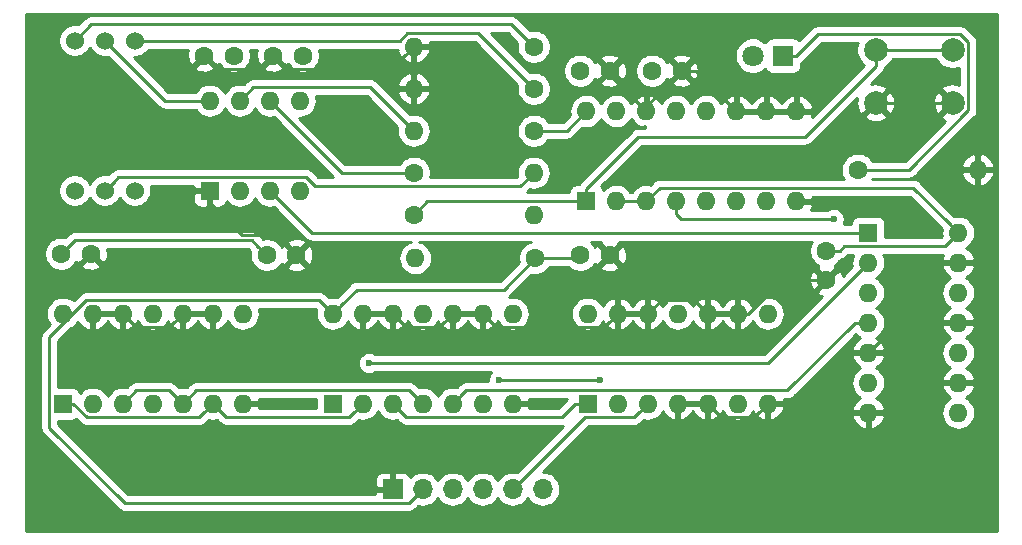
<source format=gbr>
G04 #@! TF.GenerationSoftware,KiCad,Pcbnew,(5.1.4-0-10_14)*
G04 #@! TF.CreationDate,2019-12-21T14:54:42-08:00*
G04 #@! TF.ProjectId,slow-clock,736c6f77-2d63-46c6-9f63-6b2e6b696361,rev?*
G04 #@! TF.SameCoordinates,Original*
G04 #@! TF.FileFunction,Copper,L1,Top*
G04 #@! TF.FilePolarity,Positive*
%FSLAX46Y46*%
G04 Gerber Fmt 4.6, Leading zero omitted, Abs format (unit mm)*
G04 Created by KiCad (PCBNEW (5.1.4-0-10_14)) date 2019-12-21 14:54:42*
%MOMM*%
%LPD*%
G04 APERTURE LIST*
%ADD10C,1.524000*%
%ADD11O,1.600000X1.600000*%
%ADD12C,1.600000*%
%ADD13R,1.800000X1.800000*%
%ADD14C,1.800000*%
%ADD15R,1.700000X1.700000*%
%ADD16O,1.700000X1.700000*%
%ADD17C,2.000000*%
%ADD18R,1.600000X1.600000*%
%ADD19C,0.600000*%
%ADD20C,0.250000*%
%ADD21C,0.254000*%
G04 APERTURE END LIST*
D10*
X28956000Y-41656000D03*
X31496000Y-41656000D03*
X34036000Y-41656000D03*
X34036000Y-28956000D03*
X31496000Y-28956000D03*
X28956000Y-28956000D03*
D11*
X57658000Y-29464000D03*
D12*
X67818000Y-29464000D03*
D11*
X57658000Y-33020000D03*
D12*
X67818000Y-33020000D03*
D11*
X105410000Y-39878000D03*
D12*
X95250000Y-39878000D03*
D11*
X67818000Y-43688000D03*
D12*
X57658000Y-43688000D03*
D11*
X57785000Y-47371000D03*
D12*
X67945000Y-47371000D03*
D11*
X67818000Y-40132000D03*
D12*
X57658000Y-40132000D03*
D11*
X57658000Y-36576000D03*
D12*
X67818000Y-36576000D03*
X45760000Y-30226000D03*
X48260000Y-30226000D03*
X42418000Y-30226000D03*
X39918000Y-30226000D03*
X77851000Y-31496000D03*
X80351000Y-31496000D03*
X47712000Y-47117000D03*
X45212000Y-47117000D03*
X71755000Y-31496000D03*
X74255000Y-31496000D03*
X74255000Y-47117000D03*
X71755000Y-47117000D03*
X27813000Y-46990000D03*
X30313000Y-46990000D03*
X92583000Y-49236000D03*
X92583000Y-46736000D03*
D13*
X88900000Y-30226000D03*
D14*
X86360000Y-30226000D03*
D15*
X55880000Y-66929000D03*
D16*
X58420000Y-66929000D03*
X60960000Y-66929000D03*
X63500000Y-66929000D03*
X66040000Y-66929000D03*
X68580000Y-66929000D03*
D17*
X96774000Y-34218000D03*
X96774000Y-29718000D03*
X103274000Y-34218000D03*
X103274000Y-29718000D03*
D18*
X40386000Y-41656000D03*
D11*
X48006000Y-34036000D03*
X42926000Y-41656000D03*
X45466000Y-34036000D03*
X45466000Y-41656000D03*
X42926000Y-34036000D03*
X48006000Y-41656000D03*
X40386000Y-34036000D03*
D18*
X96139000Y-45212000D03*
D11*
X103759000Y-60452000D03*
X96139000Y-47752000D03*
X103759000Y-57912000D03*
X96139000Y-50292000D03*
X103759000Y-55372000D03*
X96139000Y-52832000D03*
X103759000Y-52832000D03*
X96139000Y-55372000D03*
X103759000Y-50292000D03*
X96139000Y-57912000D03*
X103759000Y-47752000D03*
X96139000Y-60452000D03*
X103759000Y-45212000D03*
X50800000Y-52070000D03*
X66040000Y-59690000D03*
X53340000Y-52070000D03*
X63500000Y-59690000D03*
X55880000Y-52070000D03*
X60960000Y-59690000D03*
X58420000Y-52070000D03*
X58420000Y-59690000D03*
X60960000Y-52070000D03*
X55880000Y-59690000D03*
X63500000Y-52070000D03*
X53340000Y-59690000D03*
X66040000Y-52070000D03*
D18*
X50800000Y-59690000D03*
X72263000Y-42545000D03*
D11*
X90043000Y-34925000D03*
X74803000Y-42545000D03*
X87503000Y-34925000D03*
X77343000Y-42545000D03*
X84963000Y-34925000D03*
X79883000Y-42545000D03*
X82423000Y-34925000D03*
X82423000Y-42545000D03*
X79883000Y-34925000D03*
X84963000Y-42545000D03*
X77343000Y-34925000D03*
X87503000Y-42545000D03*
X74803000Y-34925000D03*
X90043000Y-42545000D03*
X72263000Y-34925000D03*
D18*
X27940000Y-59690000D03*
D11*
X43180000Y-52070000D03*
X30480000Y-59690000D03*
X40640000Y-52070000D03*
X33020000Y-59690000D03*
X38100000Y-52070000D03*
X35560000Y-59690000D03*
X35560000Y-52070000D03*
X38100000Y-59690000D03*
X33020000Y-52070000D03*
X40640000Y-59690000D03*
X30480000Y-52070000D03*
X43180000Y-59690000D03*
X27940000Y-52070000D03*
X72390000Y-52070000D03*
X87630000Y-59690000D03*
X74930000Y-52070000D03*
X85090000Y-59690000D03*
X77470000Y-52070000D03*
X82550000Y-59690000D03*
X80010000Y-52070000D03*
X80010000Y-59690000D03*
X82550000Y-52070000D03*
X77470000Y-59690000D03*
X85090000Y-52070000D03*
X74930000Y-59690000D03*
X87630000Y-52070000D03*
D18*
X72390000Y-59690000D03*
D19*
X98679000Y-52832000D03*
X53848000Y-56261000D03*
X53848000Y-56261000D03*
X93218000Y-44069000D03*
X64897000Y-57658000D03*
X73406000Y-57658000D03*
D20*
X54471370Y-52070000D02*
X55880000Y-52070000D01*
X53340000Y-52070000D02*
X54471370Y-52070000D01*
X59834999Y-53195001D02*
X60160001Y-52869999D01*
X60160001Y-52869999D02*
X60960000Y-52070000D01*
X57005001Y-53195001D02*
X59834999Y-53195001D01*
X55880000Y-52070000D02*
X57005001Y-53195001D01*
X62091370Y-52070000D02*
X63500000Y-52070000D01*
X60960000Y-52070000D02*
X62091370Y-52070000D01*
X73804999Y-53195001D02*
X74130001Y-52869999D01*
X74130001Y-52869999D02*
X74930000Y-52070000D01*
X64625001Y-53195001D02*
X73804999Y-53195001D01*
X63500000Y-52070000D02*
X64625001Y-53195001D01*
X74930000Y-52070000D02*
X77470000Y-52070000D01*
X81424999Y-50944999D02*
X81750001Y-51270001D01*
X81750001Y-51270001D02*
X82550000Y-52070000D01*
X78595001Y-50944999D02*
X81424999Y-50944999D01*
X77470000Y-52070000D02*
X78595001Y-50944999D01*
X83681370Y-52070000D02*
X85090000Y-52070000D01*
X82550000Y-52070000D02*
X83681370Y-52070000D01*
X91451630Y-49236000D02*
X92583000Y-49236000D01*
X88798998Y-49236000D02*
X91451630Y-49236000D01*
X85964998Y-52070000D02*
X88798998Y-49236000D01*
X85090000Y-52070000D02*
X85964998Y-52070000D01*
X103274000Y-34218000D02*
X96774000Y-34218000D01*
X43094990Y-45414990D02*
X40386000Y-42706000D01*
X46009990Y-45414990D02*
X43094990Y-45414990D01*
X40386000Y-42706000D02*
X40386000Y-41656000D01*
X47712000Y-47117000D02*
X46009990Y-45414990D01*
X56858001Y-30263999D02*
X57658000Y-29464000D01*
X46885001Y-31351001D02*
X55770999Y-31351001D01*
X55770999Y-31351001D02*
X56858001Y-30263999D01*
X45760000Y-30226000D02*
X46885001Y-31351001D01*
X40717999Y-31025999D02*
X39918000Y-30226000D01*
X41043001Y-31351001D02*
X40717999Y-31025999D01*
X44634999Y-31351001D02*
X41043001Y-31351001D01*
X45760000Y-30226000D02*
X44634999Y-31351001D01*
X80010000Y-59690000D02*
X82550000Y-59690000D01*
X86830001Y-60489999D02*
X87630000Y-59690000D01*
X83675001Y-60815001D02*
X86504999Y-60815001D01*
X86504999Y-60815001D02*
X86830001Y-60489999D01*
X82550000Y-59690000D02*
X83675001Y-60815001D01*
X96139000Y-55372000D02*
X98679000Y-52832000D01*
X98679000Y-52832000D02*
X103759000Y-52832000D01*
X98679000Y-52832000D02*
X98679000Y-52832000D01*
X90043000Y-34925000D02*
X87503000Y-34925000D01*
X86371630Y-34925000D02*
X84963000Y-34925000D01*
X87503000Y-34925000D02*
X86371630Y-34925000D01*
X81534000Y-31496000D02*
X80351000Y-31496000D01*
X84963000Y-34925000D02*
X81534000Y-31496000D01*
X77343000Y-34504000D02*
X77343000Y-34925000D01*
X80351000Y-31496000D02*
X77343000Y-34504000D01*
X74255000Y-31837000D02*
X74255000Y-31496000D01*
X77343000Y-34925000D02*
X74255000Y-31837000D01*
X30480000Y-52070000D02*
X33020000Y-52070000D01*
X37300001Y-52869999D02*
X38100000Y-52070000D01*
X36974999Y-53195001D02*
X37300001Y-52869999D01*
X34145001Y-53195001D02*
X36974999Y-53195001D01*
X33020000Y-52070000D02*
X34145001Y-53195001D01*
X39231370Y-52070000D02*
X40640000Y-52070000D01*
X38100000Y-52070000D02*
X39231370Y-52070000D01*
X51562000Y-40132000D02*
X57658000Y-40132000D01*
X45466000Y-34036000D02*
X51562000Y-40132000D01*
X43959999Y-45864999D02*
X44412001Y-46317001D01*
X28938001Y-45864999D02*
X43959999Y-45864999D01*
X44412001Y-46317001D02*
X45212000Y-47117000D01*
X27813000Y-46990000D02*
X28938001Y-45864999D01*
X36576000Y-34036000D02*
X31496000Y-28956000D01*
X40386000Y-34036000D02*
X36576000Y-34036000D01*
X51599999Y-51270001D02*
X50800000Y-52070000D01*
X52832000Y-50038000D02*
X51599999Y-51270001D01*
X65278000Y-50038000D02*
X52832000Y-50038000D01*
X67945000Y-47371000D02*
X65278000Y-50038000D01*
X102959001Y-46011999D02*
X103759000Y-45212000D01*
X102633999Y-46337001D02*
X102959001Y-46011999D01*
X94113369Y-46337001D02*
X102633999Y-46337001D01*
X93714370Y-46736000D02*
X94113369Y-46337001D01*
X92583000Y-46736000D02*
X93714370Y-46736000D01*
X74803000Y-42545000D02*
X77343000Y-42545000D01*
X102959001Y-44412001D02*
X103759000Y-45212000D01*
X99966999Y-41419999D02*
X102959001Y-44412001D01*
X78468001Y-41419999D02*
X99966999Y-41419999D01*
X77343000Y-42545000D02*
X78468001Y-41419999D01*
X71501000Y-47371000D02*
X71755000Y-47117000D01*
X67945000Y-47371000D02*
X71501000Y-47371000D01*
X50000001Y-51270001D02*
X50800000Y-52070000D01*
X49674999Y-50944999D02*
X50000001Y-51270001D01*
X29939999Y-50944999D02*
X49674999Y-50944999D01*
X26814999Y-54069999D02*
X29939999Y-50944999D01*
X26814999Y-61739999D02*
X26814999Y-54069999D01*
X33179001Y-68104001D02*
X26814999Y-61739999D01*
X57244999Y-68104001D02*
X33179001Y-68104001D01*
X58420000Y-66929000D02*
X57244999Y-68104001D01*
X70612000Y-36576000D02*
X72263000Y-34925000D01*
X67818000Y-36576000D02*
X70612000Y-36576000D01*
X96381370Y-39878000D02*
X95250000Y-39878000D01*
X104599001Y-34854001D02*
X99575002Y-39878000D01*
X104599001Y-29081999D02*
X104599001Y-34854001D01*
X103910001Y-28392999D02*
X104599001Y-29081999D01*
X91883001Y-28392999D02*
X103910001Y-28392999D01*
X90050000Y-30226000D02*
X91883001Y-28392999D01*
X99575002Y-39878000D02*
X96381370Y-39878000D01*
X88900000Y-30226000D02*
X90050000Y-30226000D01*
X76670001Y-60489999D02*
X77470000Y-59690000D01*
X76344999Y-60815001D02*
X76670001Y-60489999D01*
X72153999Y-60815001D02*
X76344999Y-60815001D01*
X66040000Y-66929000D02*
X72153999Y-60815001D01*
X32621001Y-40530999D02*
X32257999Y-40894001D01*
X32257999Y-40894001D02*
X31496000Y-41656000D01*
X48546001Y-40530999D02*
X32621001Y-40530999D01*
X66692999Y-41257001D02*
X49272003Y-41257001D01*
X49272003Y-41257001D02*
X48546001Y-40530999D01*
X67818000Y-40132000D02*
X66692999Y-41257001D01*
X72263000Y-41495000D02*
X76674000Y-37084000D01*
X72263000Y-42545000D02*
X72263000Y-41495000D01*
X96774000Y-31132213D02*
X96774000Y-29718000D01*
X90822213Y-37084000D02*
X96774000Y-31132213D01*
X76674000Y-37084000D02*
X90822213Y-37084000D01*
X96774000Y-29718000D02*
X103274000Y-29718000D01*
X58801000Y-42545000D02*
X72263000Y-42545000D01*
X57658000Y-43688000D02*
X58801000Y-42545000D01*
X49022000Y-45212000D02*
X96139000Y-45212000D01*
X45466000Y-41656000D02*
X49022000Y-45212000D01*
X87630000Y-56261000D02*
X96139000Y-47752000D01*
X53848000Y-56261000D02*
X87630000Y-56261000D01*
X79883000Y-43676370D02*
X80275630Y-44069000D01*
X79883000Y-42545000D02*
X79883000Y-43676370D01*
X80275630Y-44069000D02*
X93218000Y-44069000D01*
X93218000Y-44069000D02*
X93345000Y-44069000D01*
X89274631Y-58564999D02*
X62085001Y-58564999D01*
X95007630Y-52832000D02*
X89274631Y-58564999D01*
X61759999Y-58890001D02*
X60960000Y-59690000D01*
X62085001Y-58564999D02*
X61759999Y-58890001D01*
X96139000Y-52832000D02*
X95007630Y-52832000D01*
X64897000Y-57658000D02*
X73406000Y-57658000D01*
X73406000Y-57658000D02*
X73406000Y-57658000D01*
X37300001Y-58890001D02*
X38100000Y-59690000D01*
X36974999Y-58564999D02*
X37300001Y-58890001D01*
X34145001Y-58564999D02*
X36974999Y-58564999D01*
X33020000Y-59690000D02*
X34145001Y-58564999D01*
X39225001Y-58564999D02*
X57294999Y-58564999D01*
X57620001Y-58890001D02*
X58420000Y-59690000D01*
X57294999Y-58564999D02*
X57620001Y-58890001D01*
X38100000Y-59690000D02*
X39225001Y-58564999D01*
X71340000Y-59690000D02*
X72390000Y-59690000D01*
X70214999Y-60815001D02*
X71340000Y-59690000D01*
X57005001Y-60815001D02*
X70214999Y-60815001D01*
X55880000Y-59690000D02*
X57005001Y-60815001D01*
X39840001Y-60489999D02*
X40640000Y-59690000D01*
X29957998Y-60833000D02*
X39497000Y-60833000D01*
X28814998Y-59690000D02*
X29957998Y-60833000D01*
X39497000Y-60833000D02*
X39840001Y-60489999D01*
X27940000Y-59690000D02*
X28814998Y-59690000D01*
X52540001Y-60489999D02*
X53340000Y-59690000D01*
X52214999Y-60815001D02*
X52540001Y-60489999D01*
X41765001Y-60815001D02*
X52214999Y-60815001D01*
X40640000Y-59690000D02*
X41765001Y-60815001D01*
X56858001Y-35776001D02*
X57658000Y-36576000D01*
X53992999Y-32910999D02*
X56858001Y-35776001D01*
X44051001Y-32910999D02*
X53992999Y-32910999D01*
X42926000Y-34036000D02*
X44051001Y-32910999D01*
X57117999Y-28338999D02*
X63136999Y-28338999D01*
X63136999Y-28338999D02*
X67018001Y-32220001D01*
X56500998Y-28956000D02*
X57117999Y-28338999D01*
X67018001Y-32220001D02*
X67818000Y-33020000D01*
X34036000Y-28956000D02*
X56500998Y-28956000D01*
X67018001Y-28664001D02*
X67818000Y-29464000D01*
X65913000Y-27559000D02*
X67018001Y-28664001D01*
X30353000Y-27559000D02*
X65913000Y-27559000D01*
X28956000Y-28956000D02*
X30353000Y-27559000D01*
D21*
G36*
X107011001Y-70435000D02*
G01*
X24815000Y-70435000D01*
X24815000Y-54069999D01*
X26051323Y-54069999D01*
X26055000Y-54107331D01*
X26054999Y-61702677D01*
X26051323Y-61739999D01*
X26054999Y-61777321D01*
X26054999Y-61777331D01*
X26065996Y-61888984D01*
X26109453Y-62032245D01*
X26180025Y-62164275D01*
X26219870Y-62212825D01*
X26274998Y-62280000D01*
X26304002Y-62303803D01*
X32615202Y-68615004D01*
X32639000Y-68644002D01*
X32667998Y-68667800D01*
X32754724Y-68738975D01*
X32886754Y-68809547D01*
X33030015Y-68853004D01*
X33141668Y-68864001D01*
X33141678Y-68864001D01*
X33179001Y-68867677D01*
X33216324Y-68864001D01*
X57207677Y-68864001D01*
X57244999Y-68867677D01*
X57282321Y-68864001D01*
X57282332Y-68864001D01*
X57393985Y-68853004D01*
X57537246Y-68809547D01*
X57669275Y-68738975D01*
X57785000Y-68644002D01*
X57808803Y-68614998D01*
X58054004Y-68369797D01*
X58128889Y-68392513D01*
X58347050Y-68414000D01*
X58492950Y-68414000D01*
X58711111Y-68392513D01*
X58991034Y-68307599D01*
X59249014Y-68169706D01*
X59475134Y-67984134D01*
X59660706Y-67758014D01*
X59690000Y-67703209D01*
X59719294Y-67758014D01*
X59904866Y-67984134D01*
X60130986Y-68169706D01*
X60388966Y-68307599D01*
X60668889Y-68392513D01*
X60887050Y-68414000D01*
X61032950Y-68414000D01*
X61251111Y-68392513D01*
X61531034Y-68307599D01*
X61789014Y-68169706D01*
X62015134Y-67984134D01*
X62200706Y-67758014D01*
X62230000Y-67703209D01*
X62259294Y-67758014D01*
X62444866Y-67984134D01*
X62670986Y-68169706D01*
X62928966Y-68307599D01*
X63208889Y-68392513D01*
X63427050Y-68414000D01*
X63572950Y-68414000D01*
X63791111Y-68392513D01*
X64071034Y-68307599D01*
X64329014Y-68169706D01*
X64555134Y-67984134D01*
X64740706Y-67758014D01*
X64770000Y-67703209D01*
X64799294Y-67758014D01*
X64984866Y-67984134D01*
X65210986Y-68169706D01*
X65468966Y-68307599D01*
X65748889Y-68392513D01*
X65967050Y-68414000D01*
X66112950Y-68414000D01*
X66331111Y-68392513D01*
X66611034Y-68307599D01*
X66869014Y-68169706D01*
X67095134Y-67984134D01*
X67280706Y-67758014D01*
X67310000Y-67703209D01*
X67339294Y-67758014D01*
X67524866Y-67984134D01*
X67750986Y-68169706D01*
X68008966Y-68307599D01*
X68288889Y-68392513D01*
X68507050Y-68414000D01*
X68652950Y-68414000D01*
X68871111Y-68392513D01*
X69151034Y-68307599D01*
X69409014Y-68169706D01*
X69635134Y-67984134D01*
X69820706Y-67758014D01*
X69958599Y-67500034D01*
X70043513Y-67220111D01*
X70072185Y-66929000D01*
X70043513Y-66637889D01*
X69958599Y-66357966D01*
X69820706Y-66099986D01*
X69635134Y-65873866D01*
X69409014Y-65688294D01*
X69151034Y-65550401D01*
X68871111Y-65465487D01*
X68652950Y-65444000D01*
X68599801Y-65444000D01*
X72468801Y-61575001D01*
X76307677Y-61575001D01*
X76344999Y-61578677D01*
X76382321Y-61575001D01*
X76382332Y-61575001D01*
X76493985Y-61564004D01*
X76637246Y-61520547D01*
X76769275Y-61449975D01*
X76885000Y-61355002D01*
X76908803Y-61325998D01*
X77144093Y-61090708D01*
X77188691Y-61104236D01*
X77399508Y-61125000D01*
X77540492Y-61125000D01*
X77751309Y-61104236D01*
X78021808Y-61022182D01*
X78271101Y-60888932D01*
X78489608Y-60709608D01*
X78668932Y-60491101D01*
X78742579Y-60353318D01*
X78857615Y-60545131D01*
X79046586Y-60753519D01*
X79272580Y-60921037D01*
X79526913Y-61041246D01*
X79660961Y-61081904D01*
X79883000Y-60959915D01*
X79883000Y-59817000D01*
X80137000Y-59817000D01*
X80137000Y-60959915D01*
X80359039Y-61081904D01*
X80493087Y-61041246D01*
X80747420Y-60921037D01*
X80973414Y-60753519D01*
X81162385Y-60545131D01*
X81280000Y-60349018D01*
X81397615Y-60545131D01*
X81586586Y-60753519D01*
X81812580Y-60921037D01*
X82066913Y-61041246D01*
X82200961Y-61081904D01*
X82423000Y-60959915D01*
X82423000Y-59817000D01*
X80137000Y-59817000D01*
X79883000Y-59817000D01*
X79863000Y-59817000D01*
X79863000Y-59563000D01*
X79883000Y-59563000D01*
X79883000Y-59543000D01*
X80137000Y-59543000D01*
X80137000Y-59563000D01*
X82423000Y-59563000D01*
X82423000Y-59543000D01*
X82677000Y-59543000D01*
X82677000Y-59563000D01*
X82697000Y-59563000D01*
X82697000Y-59817000D01*
X82677000Y-59817000D01*
X82677000Y-60959915D01*
X82899039Y-61081904D01*
X83033087Y-61041246D01*
X83287420Y-60921037D01*
X83513414Y-60753519D01*
X83702385Y-60545131D01*
X83817421Y-60353318D01*
X83891068Y-60491101D01*
X84070392Y-60709608D01*
X84288899Y-60888932D01*
X84538192Y-61022182D01*
X84808691Y-61104236D01*
X85019508Y-61125000D01*
X85160492Y-61125000D01*
X85371309Y-61104236D01*
X85641808Y-61022182D01*
X85891101Y-60888932D01*
X86109608Y-60709608D01*
X86288932Y-60491101D01*
X86362579Y-60353318D01*
X86477615Y-60545131D01*
X86666586Y-60753519D01*
X86892580Y-60921037D01*
X87146913Y-61041246D01*
X87280961Y-61081904D01*
X87503000Y-60959915D01*
X87503000Y-59817000D01*
X87757000Y-59817000D01*
X87757000Y-60959915D01*
X87979039Y-61081904D01*
X88113087Y-61041246D01*
X88367420Y-60921037D01*
X88529306Y-60801039D01*
X94747096Y-60801039D01*
X94787754Y-60935087D01*
X94907963Y-61189420D01*
X95075481Y-61415414D01*
X95283869Y-61604385D01*
X95525119Y-61749070D01*
X95789960Y-61843909D01*
X96012000Y-61722624D01*
X96012000Y-60579000D01*
X96266000Y-60579000D01*
X96266000Y-61722624D01*
X96488040Y-61843909D01*
X96752881Y-61749070D01*
X96994131Y-61604385D01*
X97202519Y-61415414D01*
X97370037Y-61189420D01*
X97490246Y-60935087D01*
X97530904Y-60801039D01*
X97408915Y-60579000D01*
X96266000Y-60579000D01*
X96012000Y-60579000D01*
X94869085Y-60579000D01*
X94747096Y-60801039D01*
X88529306Y-60801039D01*
X88593414Y-60753519D01*
X88782385Y-60545131D01*
X88838238Y-60452000D01*
X102317057Y-60452000D01*
X102344764Y-60733309D01*
X102426818Y-61003808D01*
X102560068Y-61253101D01*
X102739392Y-61471608D01*
X102957899Y-61650932D01*
X103207192Y-61784182D01*
X103477691Y-61866236D01*
X103688508Y-61887000D01*
X103829492Y-61887000D01*
X104040309Y-61866236D01*
X104310808Y-61784182D01*
X104560101Y-61650932D01*
X104778608Y-61471608D01*
X104957932Y-61253101D01*
X105091182Y-61003808D01*
X105173236Y-60733309D01*
X105200943Y-60452000D01*
X105173236Y-60170691D01*
X105091182Y-59900192D01*
X104957932Y-59650899D01*
X104778608Y-59432392D01*
X104560101Y-59253068D01*
X104422318Y-59179421D01*
X104614131Y-59064385D01*
X104822519Y-58875414D01*
X104990037Y-58649420D01*
X105110246Y-58395087D01*
X105150904Y-58261039D01*
X105028915Y-58039000D01*
X103886000Y-58039000D01*
X103886000Y-58059000D01*
X103632000Y-58059000D01*
X103632000Y-58039000D01*
X102489085Y-58039000D01*
X102367096Y-58261039D01*
X102407754Y-58395087D01*
X102527963Y-58649420D01*
X102695481Y-58875414D01*
X102903869Y-59064385D01*
X103095682Y-59179421D01*
X102957899Y-59253068D01*
X102739392Y-59432392D01*
X102560068Y-59650899D01*
X102426818Y-59900192D01*
X102344764Y-60170691D01*
X102317057Y-60452000D01*
X88838238Y-60452000D01*
X88927070Y-60303881D01*
X89021909Y-60039040D01*
X88900624Y-59817000D01*
X87757000Y-59817000D01*
X87503000Y-59817000D01*
X87483000Y-59817000D01*
X87483000Y-59563000D01*
X87503000Y-59563000D01*
X87503000Y-59543000D01*
X87757000Y-59543000D01*
X87757000Y-59563000D01*
X88900624Y-59563000D01*
X89021909Y-59340960D01*
X89016193Y-59324999D01*
X89237309Y-59324999D01*
X89274631Y-59328675D01*
X89311953Y-59324999D01*
X89311964Y-59324999D01*
X89423617Y-59314002D01*
X89566878Y-59270545D01*
X89698907Y-59199973D01*
X89814632Y-59105000D01*
X89838435Y-59075996D01*
X91002431Y-57912000D01*
X94697057Y-57912000D01*
X94724764Y-58193309D01*
X94806818Y-58463808D01*
X94940068Y-58713101D01*
X95119392Y-58931608D01*
X95337899Y-59110932D01*
X95475682Y-59184579D01*
X95283869Y-59299615D01*
X95075481Y-59488586D01*
X94907963Y-59714580D01*
X94787754Y-59968913D01*
X94747096Y-60102961D01*
X94869085Y-60325000D01*
X96012000Y-60325000D01*
X96012000Y-60305000D01*
X96266000Y-60305000D01*
X96266000Y-60325000D01*
X97408915Y-60325000D01*
X97530904Y-60102961D01*
X97490246Y-59968913D01*
X97370037Y-59714580D01*
X97202519Y-59488586D01*
X96994131Y-59299615D01*
X96802318Y-59184579D01*
X96940101Y-59110932D01*
X97158608Y-58931608D01*
X97337932Y-58713101D01*
X97471182Y-58463808D01*
X97553236Y-58193309D01*
X97580943Y-57912000D01*
X97553236Y-57630691D01*
X97471182Y-57360192D01*
X97337932Y-57110899D01*
X97158608Y-56892392D01*
X96940101Y-56713068D01*
X96802318Y-56639421D01*
X96994131Y-56524385D01*
X97202519Y-56335414D01*
X97370037Y-56109420D01*
X97490246Y-55855087D01*
X97530904Y-55721039D01*
X97408915Y-55499000D01*
X96266000Y-55499000D01*
X96266000Y-55519000D01*
X96012000Y-55519000D01*
X96012000Y-55499000D01*
X94869085Y-55499000D01*
X94747096Y-55721039D01*
X94787754Y-55855087D01*
X94907963Y-56109420D01*
X95075481Y-56335414D01*
X95283869Y-56524385D01*
X95475682Y-56639421D01*
X95337899Y-56713068D01*
X95119392Y-56892392D01*
X94940068Y-57110899D01*
X94806818Y-57360192D01*
X94724764Y-57630691D01*
X94697057Y-57912000D01*
X91002431Y-57912000D01*
X93542431Y-55372000D01*
X102317057Y-55372000D01*
X102344764Y-55653309D01*
X102426818Y-55923808D01*
X102560068Y-56173101D01*
X102739392Y-56391608D01*
X102957899Y-56570932D01*
X103095682Y-56644579D01*
X102903869Y-56759615D01*
X102695481Y-56948586D01*
X102527963Y-57174580D01*
X102407754Y-57428913D01*
X102367096Y-57562961D01*
X102489085Y-57785000D01*
X103632000Y-57785000D01*
X103632000Y-57765000D01*
X103886000Y-57765000D01*
X103886000Y-57785000D01*
X105028915Y-57785000D01*
X105150904Y-57562961D01*
X105110246Y-57428913D01*
X104990037Y-57174580D01*
X104822519Y-56948586D01*
X104614131Y-56759615D01*
X104422318Y-56644579D01*
X104560101Y-56570932D01*
X104778608Y-56391608D01*
X104957932Y-56173101D01*
X105091182Y-55923808D01*
X105173236Y-55653309D01*
X105200943Y-55372000D01*
X105173236Y-55090691D01*
X105091182Y-54820192D01*
X104957932Y-54570899D01*
X104778608Y-54352392D01*
X104560101Y-54173068D01*
X104422318Y-54099421D01*
X104614131Y-53984385D01*
X104822519Y-53795414D01*
X104990037Y-53569420D01*
X105110246Y-53315087D01*
X105150904Y-53181039D01*
X105028915Y-52959000D01*
X103886000Y-52959000D01*
X103886000Y-52979000D01*
X103632000Y-52979000D01*
X103632000Y-52959000D01*
X102489085Y-52959000D01*
X102367096Y-53181039D01*
X102407754Y-53315087D01*
X102527963Y-53569420D01*
X102695481Y-53795414D01*
X102903869Y-53984385D01*
X103095682Y-54099421D01*
X102957899Y-54173068D01*
X102739392Y-54352392D01*
X102560068Y-54570899D01*
X102426818Y-54820192D01*
X102344764Y-55090691D01*
X102317057Y-55372000D01*
X93542431Y-55372000D01*
X95093894Y-53820538D01*
X95119392Y-53851608D01*
X95337899Y-54030932D01*
X95475682Y-54104579D01*
X95283869Y-54219615D01*
X95075481Y-54408586D01*
X94907963Y-54634580D01*
X94787754Y-54888913D01*
X94747096Y-55022961D01*
X94869085Y-55245000D01*
X96012000Y-55245000D01*
X96012000Y-55225000D01*
X96266000Y-55225000D01*
X96266000Y-55245000D01*
X97408915Y-55245000D01*
X97530904Y-55022961D01*
X97490246Y-54888913D01*
X97370037Y-54634580D01*
X97202519Y-54408586D01*
X96994131Y-54219615D01*
X96802318Y-54104579D01*
X96940101Y-54030932D01*
X97158608Y-53851608D01*
X97337932Y-53633101D01*
X97471182Y-53383808D01*
X97553236Y-53113309D01*
X97580943Y-52832000D01*
X97553236Y-52550691D01*
X97471182Y-52280192D01*
X97337932Y-52030899D01*
X97158608Y-51812392D01*
X96940101Y-51633068D01*
X96807142Y-51562000D01*
X96940101Y-51490932D01*
X97158608Y-51311608D01*
X97337932Y-51093101D01*
X97471182Y-50843808D01*
X97553236Y-50573309D01*
X97580943Y-50292000D01*
X102317057Y-50292000D01*
X102344764Y-50573309D01*
X102426818Y-50843808D01*
X102560068Y-51093101D01*
X102739392Y-51311608D01*
X102957899Y-51490932D01*
X103095682Y-51564579D01*
X102903869Y-51679615D01*
X102695481Y-51868586D01*
X102527963Y-52094580D01*
X102407754Y-52348913D01*
X102367096Y-52482961D01*
X102489085Y-52705000D01*
X103632000Y-52705000D01*
X103632000Y-52685000D01*
X103886000Y-52685000D01*
X103886000Y-52705000D01*
X105028915Y-52705000D01*
X105150904Y-52482961D01*
X105110246Y-52348913D01*
X104990037Y-52094580D01*
X104822519Y-51868586D01*
X104614131Y-51679615D01*
X104422318Y-51564579D01*
X104560101Y-51490932D01*
X104778608Y-51311608D01*
X104957932Y-51093101D01*
X105091182Y-50843808D01*
X105173236Y-50573309D01*
X105200943Y-50292000D01*
X105173236Y-50010691D01*
X105091182Y-49740192D01*
X104957932Y-49490899D01*
X104778608Y-49272392D01*
X104560101Y-49093068D01*
X104422318Y-49019421D01*
X104614131Y-48904385D01*
X104822519Y-48715414D01*
X104990037Y-48489420D01*
X105110246Y-48235087D01*
X105150904Y-48101039D01*
X105028915Y-47879000D01*
X103886000Y-47879000D01*
X103886000Y-47899000D01*
X103632000Y-47899000D01*
X103632000Y-47879000D01*
X102489085Y-47879000D01*
X102367096Y-48101039D01*
X102407754Y-48235087D01*
X102527963Y-48489420D01*
X102695481Y-48715414D01*
X102903869Y-48904385D01*
X103095682Y-49019421D01*
X102957899Y-49093068D01*
X102739392Y-49272392D01*
X102560068Y-49490899D01*
X102426818Y-49740192D01*
X102344764Y-50010691D01*
X102317057Y-50292000D01*
X97580943Y-50292000D01*
X97553236Y-50010691D01*
X97471182Y-49740192D01*
X97337932Y-49490899D01*
X97158608Y-49272392D01*
X96940101Y-49093068D01*
X96807142Y-49022000D01*
X96940101Y-48950932D01*
X97158608Y-48771608D01*
X97337932Y-48553101D01*
X97471182Y-48303808D01*
X97553236Y-48033309D01*
X97580943Y-47752000D01*
X97553236Y-47470691D01*
X97471182Y-47200192D01*
X97416025Y-47097001D01*
X102489007Y-47097001D01*
X102407754Y-47268913D01*
X102367096Y-47402961D01*
X102489085Y-47625000D01*
X103632000Y-47625000D01*
X103632000Y-47605000D01*
X103886000Y-47605000D01*
X103886000Y-47625000D01*
X105028915Y-47625000D01*
X105150904Y-47402961D01*
X105110246Y-47268913D01*
X104990037Y-47014580D01*
X104822519Y-46788586D01*
X104614131Y-46599615D01*
X104422318Y-46484579D01*
X104560101Y-46410932D01*
X104778608Y-46231608D01*
X104957932Y-46013101D01*
X105091182Y-45763808D01*
X105173236Y-45493309D01*
X105200943Y-45212000D01*
X105173236Y-44930691D01*
X105091182Y-44660192D01*
X104957932Y-44410899D01*
X104778608Y-44192392D01*
X104560101Y-44013068D01*
X104310808Y-43879818D01*
X104040309Y-43797764D01*
X103829492Y-43777000D01*
X103688508Y-43777000D01*
X103477691Y-43797764D01*
X103433094Y-43811292D01*
X100530803Y-40909002D01*
X100507000Y-40879998D01*
X100391275Y-40785025D01*
X100259246Y-40714453D01*
X100115985Y-40670996D01*
X100004332Y-40659999D01*
X100004321Y-40659999D01*
X99966999Y-40656323D01*
X99929677Y-40659999D01*
X96453344Y-40659999D01*
X96468043Y-40638000D01*
X99537680Y-40638000D01*
X99575002Y-40641676D01*
X99612324Y-40638000D01*
X99612335Y-40638000D01*
X99723988Y-40627003D01*
X99867249Y-40583546D01*
X99999278Y-40512974D01*
X100115003Y-40418001D01*
X100138806Y-40388997D01*
X100300764Y-40227039D01*
X104018096Y-40227039D01*
X104058754Y-40361087D01*
X104178963Y-40615420D01*
X104346481Y-40841414D01*
X104554869Y-41030385D01*
X104796119Y-41175070D01*
X105060960Y-41269909D01*
X105283000Y-41148624D01*
X105283000Y-40005000D01*
X105537000Y-40005000D01*
X105537000Y-41148624D01*
X105759040Y-41269909D01*
X106023881Y-41175070D01*
X106265131Y-41030385D01*
X106473519Y-40841414D01*
X106641037Y-40615420D01*
X106761246Y-40361087D01*
X106801904Y-40227039D01*
X106679915Y-40005000D01*
X105537000Y-40005000D01*
X105283000Y-40005000D01*
X104140085Y-40005000D01*
X104018096Y-40227039D01*
X100300764Y-40227039D01*
X100998842Y-39528961D01*
X104018096Y-39528961D01*
X104140085Y-39751000D01*
X105283000Y-39751000D01*
X105283000Y-38607376D01*
X105537000Y-38607376D01*
X105537000Y-39751000D01*
X106679915Y-39751000D01*
X106801904Y-39528961D01*
X106761246Y-39394913D01*
X106641037Y-39140580D01*
X106473519Y-38914586D01*
X106265131Y-38725615D01*
X106023881Y-38580930D01*
X105759040Y-38486091D01*
X105537000Y-38607376D01*
X105283000Y-38607376D01*
X105060960Y-38486091D01*
X104796119Y-38580930D01*
X104554869Y-38725615D01*
X104346481Y-38914586D01*
X104178963Y-39140580D01*
X104058754Y-39394913D01*
X104018096Y-39528961D01*
X100998842Y-39528961D01*
X105110004Y-35417800D01*
X105139002Y-35394002D01*
X105233975Y-35278277D01*
X105304547Y-35146248D01*
X105348004Y-35002987D01*
X105359001Y-34891334D01*
X105362678Y-34854001D01*
X105359001Y-34816668D01*
X105359001Y-29119321D01*
X105362677Y-29081998D01*
X105359001Y-29044675D01*
X105359001Y-29044666D01*
X105348004Y-28933013D01*
X105304547Y-28789752D01*
X105233975Y-28657722D01*
X105162800Y-28570996D01*
X105139002Y-28541998D01*
X105110005Y-28518201D01*
X104473804Y-27882001D01*
X104450002Y-27852998D01*
X104334277Y-27758025D01*
X104202248Y-27687453D01*
X104058987Y-27643996D01*
X103947334Y-27632999D01*
X103947323Y-27632999D01*
X103910001Y-27629323D01*
X103872679Y-27632999D01*
X91920324Y-27632999D01*
X91883001Y-27629323D01*
X91845678Y-27632999D01*
X91845668Y-27632999D01*
X91734015Y-27643996D01*
X91590754Y-27687453D01*
X91458724Y-27758025D01*
X91408799Y-27798998D01*
X91343000Y-27852998D01*
X91319202Y-27881996D01*
X90285081Y-28916118D01*
X90251185Y-28874815D01*
X90154494Y-28795463D01*
X90044180Y-28736498D01*
X89924482Y-28700188D01*
X89800000Y-28687928D01*
X88000000Y-28687928D01*
X87875518Y-28700188D01*
X87755820Y-28736498D01*
X87645506Y-28795463D01*
X87548815Y-28874815D01*
X87469463Y-28971506D01*
X87410498Y-29081820D01*
X87404944Y-29100127D01*
X87338505Y-29033688D01*
X87087095Y-28865701D01*
X86807743Y-28749989D01*
X86511184Y-28691000D01*
X86208816Y-28691000D01*
X85912257Y-28749989D01*
X85632905Y-28865701D01*
X85381495Y-29033688D01*
X85167688Y-29247495D01*
X84999701Y-29498905D01*
X84883989Y-29778257D01*
X84825000Y-30074816D01*
X84825000Y-30377184D01*
X84883989Y-30673743D01*
X84999701Y-30953095D01*
X85167688Y-31204505D01*
X85381495Y-31418312D01*
X85632905Y-31586299D01*
X85912257Y-31702011D01*
X86208816Y-31761000D01*
X86511184Y-31761000D01*
X86807743Y-31702011D01*
X87087095Y-31586299D01*
X87338505Y-31418312D01*
X87404944Y-31351873D01*
X87410498Y-31370180D01*
X87469463Y-31480494D01*
X87548815Y-31577185D01*
X87645506Y-31656537D01*
X87755820Y-31715502D01*
X87875518Y-31751812D01*
X88000000Y-31764072D01*
X89800000Y-31764072D01*
X89924482Y-31751812D01*
X90044180Y-31715502D01*
X90154494Y-31656537D01*
X90251185Y-31577185D01*
X90330537Y-31480494D01*
X90389502Y-31370180D01*
X90425812Y-31250482D01*
X90438072Y-31126000D01*
X90438072Y-30880326D01*
X90474276Y-30860974D01*
X90590001Y-30766001D01*
X90613804Y-30736997D01*
X92197803Y-29152999D01*
X95238320Y-29152999D01*
X95201832Y-29241088D01*
X95139000Y-29556967D01*
X95139000Y-29879033D01*
X95201832Y-30194912D01*
X95325082Y-30492463D01*
X95504013Y-30760252D01*
X95731748Y-30987987D01*
X95798693Y-31032718D01*
X91366591Y-35464821D01*
X91434909Y-35274040D01*
X91313624Y-35052000D01*
X90170000Y-35052000D01*
X90170000Y-35072000D01*
X89916000Y-35072000D01*
X89916000Y-35052000D01*
X87630000Y-35052000D01*
X87630000Y-35072000D01*
X87376000Y-35072000D01*
X87376000Y-35052000D01*
X85090000Y-35052000D01*
X85090000Y-35072000D01*
X84836000Y-35072000D01*
X84836000Y-35052000D01*
X84816000Y-35052000D01*
X84816000Y-34798000D01*
X84836000Y-34798000D01*
X84836000Y-33655085D01*
X85090000Y-33655085D01*
X85090000Y-34798000D01*
X87376000Y-34798000D01*
X87376000Y-33655085D01*
X87630000Y-33655085D01*
X87630000Y-34798000D01*
X89916000Y-34798000D01*
X89916000Y-33655085D01*
X90170000Y-33655085D01*
X90170000Y-34798000D01*
X91313624Y-34798000D01*
X91434909Y-34575960D01*
X91340070Y-34311119D01*
X91195385Y-34069869D01*
X91006414Y-33861481D01*
X90780420Y-33693963D01*
X90526087Y-33573754D01*
X90392039Y-33533096D01*
X90170000Y-33655085D01*
X89916000Y-33655085D01*
X89693961Y-33533096D01*
X89559913Y-33573754D01*
X89305580Y-33693963D01*
X89079586Y-33861481D01*
X88890615Y-34069869D01*
X88773000Y-34265982D01*
X88655385Y-34069869D01*
X88466414Y-33861481D01*
X88240420Y-33693963D01*
X87986087Y-33573754D01*
X87852039Y-33533096D01*
X87630000Y-33655085D01*
X87376000Y-33655085D01*
X87153961Y-33533096D01*
X87019913Y-33573754D01*
X86765580Y-33693963D01*
X86539586Y-33861481D01*
X86350615Y-34069869D01*
X86233000Y-34265982D01*
X86115385Y-34069869D01*
X85926414Y-33861481D01*
X85700420Y-33693963D01*
X85446087Y-33573754D01*
X85312039Y-33533096D01*
X85090000Y-33655085D01*
X84836000Y-33655085D01*
X84613961Y-33533096D01*
X84479913Y-33573754D01*
X84225580Y-33693963D01*
X83999586Y-33861481D01*
X83810615Y-34069869D01*
X83695579Y-34261682D01*
X83621932Y-34123899D01*
X83442608Y-33905392D01*
X83224101Y-33726068D01*
X82974808Y-33592818D01*
X82704309Y-33510764D01*
X82493492Y-33490000D01*
X82352508Y-33490000D01*
X82141691Y-33510764D01*
X81871192Y-33592818D01*
X81621899Y-33726068D01*
X81403392Y-33905392D01*
X81224068Y-34123899D01*
X81153000Y-34256858D01*
X81081932Y-34123899D01*
X80902608Y-33905392D01*
X80684101Y-33726068D01*
X80434808Y-33592818D01*
X80164309Y-33510764D01*
X79953492Y-33490000D01*
X79812508Y-33490000D01*
X79601691Y-33510764D01*
X79331192Y-33592818D01*
X79081899Y-33726068D01*
X78863392Y-33905392D01*
X78684068Y-34123899D01*
X78610421Y-34261682D01*
X78495385Y-34069869D01*
X78306414Y-33861481D01*
X78080420Y-33693963D01*
X77826087Y-33573754D01*
X77692039Y-33533096D01*
X77470000Y-33655085D01*
X77470000Y-34798000D01*
X77490000Y-34798000D01*
X77490000Y-35052000D01*
X77470000Y-35052000D01*
X77470000Y-35072000D01*
X77216000Y-35072000D01*
X77216000Y-35052000D01*
X77196000Y-35052000D01*
X77196000Y-34798000D01*
X77216000Y-34798000D01*
X77216000Y-33655085D01*
X76993961Y-33533096D01*
X76859913Y-33573754D01*
X76605580Y-33693963D01*
X76379586Y-33861481D01*
X76190615Y-34069869D01*
X76075579Y-34261682D01*
X76001932Y-34123899D01*
X75822608Y-33905392D01*
X75604101Y-33726068D01*
X75354808Y-33592818D01*
X75084309Y-33510764D01*
X74873492Y-33490000D01*
X74732508Y-33490000D01*
X74521691Y-33510764D01*
X74251192Y-33592818D01*
X74001899Y-33726068D01*
X73783392Y-33905392D01*
X73604068Y-34123899D01*
X73533000Y-34256858D01*
X73461932Y-34123899D01*
X73282608Y-33905392D01*
X73064101Y-33726068D01*
X72814808Y-33592818D01*
X72544309Y-33510764D01*
X72333492Y-33490000D01*
X72192508Y-33490000D01*
X71981691Y-33510764D01*
X71711192Y-33592818D01*
X71461899Y-33726068D01*
X71243392Y-33905392D01*
X71064068Y-34123899D01*
X70930818Y-34373192D01*
X70848764Y-34643691D01*
X70821057Y-34925000D01*
X70848764Y-35206309D01*
X70862292Y-35250906D01*
X70297199Y-35816000D01*
X69036043Y-35816000D01*
X68932637Y-35661241D01*
X68732759Y-35461363D01*
X68497727Y-35304320D01*
X68236574Y-35196147D01*
X67959335Y-35141000D01*
X67676665Y-35141000D01*
X67399426Y-35196147D01*
X67138273Y-35304320D01*
X66903241Y-35461363D01*
X66703363Y-35661241D01*
X66546320Y-35896273D01*
X66438147Y-36157426D01*
X66383000Y-36434665D01*
X66383000Y-36717335D01*
X66438147Y-36994574D01*
X66546320Y-37255727D01*
X66703363Y-37490759D01*
X66903241Y-37690637D01*
X67138273Y-37847680D01*
X67399426Y-37955853D01*
X67676665Y-38011000D01*
X67959335Y-38011000D01*
X68236574Y-37955853D01*
X68497727Y-37847680D01*
X68732759Y-37690637D01*
X68932637Y-37490759D01*
X69036043Y-37336000D01*
X70574678Y-37336000D01*
X70612000Y-37339676D01*
X70649322Y-37336000D01*
X70649333Y-37336000D01*
X70760986Y-37325003D01*
X70904247Y-37281546D01*
X71036276Y-37210974D01*
X71152001Y-37116001D01*
X71175804Y-37086997D01*
X71937094Y-36325708D01*
X71981691Y-36339236D01*
X72192508Y-36360000D01*
X72333492Y-36360000D01*
X72544309Y-36339236D01*
X72814808Y-36257182D01*
X73064101Y-36123932D01*
X73282608Y-35944608D01*
X73461932Y-35726101D01*
X73533000Y-35593142D01*
X73604068Y-35726101D01*
X73783392Y-35944608D01*
X74001899Y-36123932D01*
X74251192Y-36257182D01*
X74521691Y-36339236D01*
X74732508Y-36360000D01*
X74873492Y-36360000D01*
X75084309Y-36339236D01*
X75354808Y-36257182D01*
X75604101Y-36123932D01*
X75822608Y-35944608D01*
X76001932Y-35726101D01*
X76075579Y-35588318D01*
X76190615Y-35780131D01*
X76379586Y-35988519D01*
X76605580Y-36156037D01*
X76859913Y-36276246D01*
X76993961Y-36316904D01*
X77215998Y-36194916D01*
X77215998Y-36324000D01*
X76711322Y-36324000D01*
X76673999Y-36320324D01*
X76636676Y-36324000D01*
X76636667Y-36324000D01*
X76525014Y-36334997D01*
X76381753Y-36378454D01*
X76249723Y-36449026D01*
X76166083Y-36517668D01*
X76133999Y-36543999D01*
X76110201Y-36572997D01*
X71751998Y-40931201D01*
X71723000Y-40954999D01*
X71699202Y-40983997D01*
X71699201Y-40983998D01*
X71628026Y-41070724D01*
X71608674Y-41106928D01*
X71463000Y-41106928D01*
X71338518Y-41119188D01*
X71218820Y-41155498D01*
X71108506Y-41214463D01*
X71011815Y-41293815D01*
X70932463Y-41390506D01*
X70873498Y-41500820D01*
X70837188Y-41620518D01*
X70824928Y-41745000D01*
X70824928Y-41785000D01*
X67242850Y-41785000D01*
X67256803Y-41767999D01*
X67492094Y-41532708D01*
X67536691Y-41546236D01*
X67747508Y-41567000D01*
X67888492Y-41567000D01*
X68099309Y-41546236D01*
X68369808Y-41464182D01*
X68619101Y-41330932D01*
X68837608Y-41151608D01*
X69016932Y-40933101D01*
X69150182Y-40683808D01*
X69232236Y-40413309D01*
X69259943Y-40132000D01*
X69232236Y-39850691D01*
X69150182Y-39580192D01*
X69016932Y-39330899D01*
X68837608Y-39112392D01*
X68619101Y-38933068D01*
X68369808Y-38799818D01*
X68099309Y-38717764D01*
X67888492Y-38697000D01*
X67747508Y-38697000D01*
X67536691Y-38717764D01*
X67266192Y-38799818D01*
X67016899Y-38933068D01*
X66798392Y-39112392D01*
X66619068Y-39330899D01*
X66485818Y-39580192D01*
X66403764Y-39850691D01*
X66376057Y-40132000D01*
X66403764Y-40413309D01*
X66417292Y-40457906D01*
X66378198Y-40497001D01*
X59048509Y-40497001D01*
X59093000Y-40273335D01*
X59093000Y-39990665D01*
X59037853Y-39713426D01*
X58929680Y-39452273D01*
X58772637Y-39217241D01*
X58572759Y-39017363D01*
X58337727Y-38860320D01*
X58076574Y-38752147D01*
X57799335Y-38697000D01*
X57516665Y-38697000D01*
X57239426Y-38752147D01*
X56978273Y-38860320D01*
X56743241Y-39017363D01*
X56543363Y-39217241D01*
X56439957Y-39372000D01*
X51876802Y-39372000D01*
X47975801Y-35471000D01*
X48076492Y-35471000D01*
X48287309Y-35450236D01*
X48557808Y-35368182D01*
X48807101Y-35234932D01*
X49025608Y-35055608D01*
X49204932Y-34837101D01*
X49338182Y-34587808D01*
X49420236Y-34317309D01*
X49447943Y-34036000D01*
X49420236Y-33754691D01*
X49394849Y-33670999D01*
X53678198Y-33670999D01*
X56257292Y-36250094D01*
X56243764Y-36294691D01*
X56216057Y-36576000D01*
X56243764Y-36857309D01*
X56325818Y-37127808D01*
X56459068Y-37377101D01*
X56638392Y-37595608D01*
X56856899Y-37774932D01*
X57106192Y-37908182D01*
X57376691Y-37990236D01*
X57587508Y-38011000D01*
X57728492Y-38011000D01*
X57939309Y-37990236D01*
X58209808Y-37908182D01*
X58459101Y-37774932D01*
X58677608Y-37595608D01*
X58856932Y-37377101D01*
X58990182Y-37127808D01*
X59072236Y-36857309D01*
X59099943Y-36576000D01*
X59072236Y-36294691D01*
X58990182Y-36024192D01*
X58856932Y-35774899D01*
X58677608Y-35556392D01*
X58459101Y-35377068D01*
X58209808Y-35243818D01*
X57939309Y-35161764D01*
X57728492Y-35141000D01*
X57587508Y-35141000D01*
X57376691Y-35161764D01*
X57332094Y-35175292D01*
X55525841Y-33369039D01*
X56266096Y-33369039D01*
X56306754Y-33503087D01*
X56426963Y-33757420D01*
X56594481Y-33983414D01*
X56802869Y-34172385D01*
X57044119Y-34317070D01*
X57308960Y-34411909D01*
X57531000Y-34290624D01*
X57531000Y-33147000D01*
X57785000Y-33147000D01*
X57785000Y-34290624D01*
X58007040Y-34411909D01*
X58271881Y-34317070D01*
X58513131Y-34172385D01*
X58721519Y-33983414D01*
X58889037Y-33757420D01*
X59009246Y-33503087D01*
X59049904Y-33369039D01*
X58927915Y-33147000D01*
X57785000Y-33147000D01*
X57531000Y-33147000D01*
X56388085Y-33147000D01*
X56266096Y-33369039D01*
X55525841Y-33369039D01*
X54827763Y-32670961D01*
X56266096Y-32670961D01*
X56388085Y-32893000D01*
X57531000Y-32893000D01*
X57531000Y-31749376D01*
X57785000Y-31749376D01*
X57785000Y-32893000D01*
X58927915Y-32893000D01*
X59049904Y-32670961D01*
X59009246Y-32536913D01*
X58889037Y-32282580D01*
X58721519Y-32056586D01*
X58513131Y-31867615D01*
X58271881Y-31722930D01*
X58007040Y-31628091D01*
X57785000Y-31749376D01*
X57531000Y-31749376D01*
X57308960Y-31628091D01*
X57044119Y-31722930D01*
X56802869Y-31867615D01*
X56594481Y-32056586D01*
X56426963Y-32282580D01*
X56306754Y-32536913D01*
X56266096Y-32670961D01*
X54827763Y-32670961D01*
X54556803Y-32400002D01*
X54533000Y-32370998D01*
X54417275Y-32276025D01*
X54285246Y-32205453D01*
X54141985Y-32161996D01*
X54030332Y-32150999D01*
X54030321Y-32150999D01*
X53992999Y-32147323D01*
X53955677Y-32150999D01*
X44088326Y-32150999D01*
X44051001Y-32147323D01*
X44013676Y-32150999D01*
X44013668Y-32150999D01*
X43902015Y-32161996D01*
X43758754Y-32205453D01*
X43626725Y-32276025D01*
X43511000Y-32370998D01*
X43487202Y-32399996D01*
X43251906Y-32635292D01*
X43207309Y-32621764D01*
X42996492Y-32601000D01*
X42855508Y-32601000D01*
X42644691Y-32621764D01*
X42374192Y-32703818D01*
X42124899Y-32837068D01*
X41906392Y-33016392D01*
X41727068Y-33234899D01*
X41656000Y-33367858D01*
X41584932Y-33234899D01*
X41405608Y-33016392D01*
X41187101Y-32837068D01*
X40937808Y-32703818D01*
X40667309Y-32621764D01*
X40456492Y-32601000D01*
X40315508Y-32601000D01*
X40104691Y-32621764D01*
X39834192Y-32703818D01*
X39584899Y-32837068D01*
X39366392Y-33016392D01*
X39187068Y-33234899D01*
X39165099Y-33276000D01*
X36890802Y-33276000D01*
X34833504Y-31218702D01*
X39104903Y-31218702D01*
X39176486Y-31462671D01*
X39431996Y-31583571D01*
X39706184Y-31652300D01*
X39988512Y-31666217D01*
X40268130Y-31624787D01*
X40534292Y-31529603D01*
X40659514Y-31462671D01*
X40731097Y-31218702D01*
X39918000Y-30405605D01*
X39104903Y-31218702D01*
X34833504Y-31218702D01*
X33967801Y-30353000D01*
X34173592Y-30353000D01*
X34443490Y-30299314D01*
X34697727Y-30194005D01*
X34926535Y-30041120D01*
X35121120Y-29846535D01*
X35208341Y-29716000D01*
X38571783Y-29716000D01*
X38560429Y-29739996D01*
X38491700Y-30014184D01*
X38477783Y-30296512D01*
X38519213Y-30576130D01*
X38614397Y-30842292D01*
X38681329Y-30967514D01*
X38925298Y-31039097D01*
X39738395Y-30226000D01*
X39724253Y-30211858D01*
X39903858Y-30032253D01*
X39918000Y-30046395D01*
X39932143Y-30032253D01*
X40111748Y-30211858D01*
X40097605Y-30226000D01*
X40910702Y-31039097D01*
X41154671Y-30967514D01*
X41168324Y-30938659D01*
X41303363Y-31140759D01*
X41503241Y-31340637D01*
X41738273Y-31497680D01*
X41999426Y-31605853D01*
X42276665Y-31661000D01*
X42559335Y-31661000D01*
X42836574Y-31605853D01*
X43097727Y-31497680D01*
X43332759Y-31340637D01*
X43454694Y-31218702D01*
X44946903Y-31218702D01*
X45018486Y-31462671D01*
X45273996Y-31583571D01*
X45548184Y-31652300D01*
X45830512Y-31666217D01*
X46110130Y-31624787D01*
X46376292Y-31529603D01*
X46501514Y-31462671D01*
X46573097Y-31218702D01*
X45760000Y-30405605D01*
X44946903Y-31218702D01*
X43454694Y-31218702D01*
X43532637Y-31140759D01*
X43689680Y-30905727D01*
X43797853Y-30644574D01*
X43853000Y-30367335D01*
X43853000Y-30084665D01*
X43797853Y-29807426D01*
X43759983Y-29716000D01*
X44413783Y-29716000D01*
X44402429Y-29739996D01*
X44333700Y-30014184D01*
X44319783Y-30296512D01*
X44361213Y-30576130D01*
X44456397Y-30842292D01*
X44523329Y-30967514D01*
X44767298Y-31039097D01*
X45580395Y-30226000D01*
X45566253Y-30211858D01*
X45745858Y-30032253D01*
X45760000Y-30046395D01*
X45774143Y-30032253D01*
X45953748Y-30211858D01*
X45939605Y-30226000D01*
X46752702Y-31039097D01*
X46996671Y-30967514D01*
X47010324Y-30938659D01*
X47145363Y-31140759D01*
X47345241Y-31340637D01*
X47580273Y-31497680D01*
X47841426Y-31605853D01*
X48118665Y-31661000D01*
X48401335Y-31661000D01*
X48678574Y-31605853D01*
X48939727Y-31497680D01*
X49174759Y-31340637D01*
X49374637Y-31140759D01*
X49531680Y-30905727D01*
X49639853Y-30644574D01*
X49695000Y-30367335D01*
X49695000Y-30084665D01*
X49639853Y-29807426D01*
X49601983Y-29716000D01*
X56319410Y-29716000D01*
X56266096Y-29813039D01*
X56306754Y-29947087D01*
X56426963Y-30201420D01*
X56594481Y-30427414D01*
X56802869Y-30616385D01*
X57044119Y-30761070D01*
X57308960Y-30855909D01*
X57531000Y-30734624D01*
X57531000Y-29591000D01*
X57785000Y-29591000D01*
X57785000Y-30734624D01*
X58007040Y-30855909D01*
X58271881Y-30761070D01*
X58513131Y-30616385D01*
X58721519Y-30427414D01*
X58889037Y-30201420D01*
X59009246Y-29947087D01*
X59049904Y-29813039D01*
X58927915Y-29591000D01*
X57785000Y-29591000D01*
X57531000Y-29591000D01*
X57511000Y-29591000D01*
X57511000Y-29337000D01*
X57531000Y-29337000D01*
X57531000Y-29317000D01*
X57785000Y-29317000D01*
X57785000Y-29337000D01*
X58927915Y-29337000D01*
X59049904Y-29114961D01*
X59045063Y-29098999D01*
X62822198Y-29098999D01*
X66419312Y-32696114D01*
X66383000Y-32878665D01*
X66383000Y-33161335D01*
X66438147Y-33438574D01*
X66546320Y-33699727D01*
X66703363Y-33934759D01*
X66903241Y-34134637D01*
X67138273Y-34291680D01*
X67399426Y-34399853D01*
X67676665Y-34455000D01*
X67959335Y-34455000D01*
X68236574Y-34399853D01*
X68497727Y-34291680D01*
X68732759Y-34134637D01*
X68932637Y-33934759D01*
X69089680Y-33699727D01*
X69197853Y-33438574D01*
X69253000Y-33161335D01*
X69253000Y-32878665D01*
X69197853Y-32601426D01*
X69089680Y-32340273D01*
X68932637Y-32105241D01*
X68732759Y-31905363D01*
X68497727Y-31748320D01*
X68236574Y-31640147D01*
X67959335Y-31585000D01*
X67676665Y-31585000D01*
X67494114Y-31621312D01*
X67227467Y-31354665D01*
X70320000Y-31354665D01*
X70320000Y-31637335D01*
X70375147Y-31914574D01*
X70483320Y-32175727D01*
X70640363Y-32410759D01*
X70840241Y-32610637D01*
X71075273Y-32767680D01*
X71336426Y-32875853D01*
X71613665Y-32931000D01*
X71896335Y-32931000D01*
X72173574Y-32875853D01*
X72434727Y-32767680D01*
X72669759Y-32610637D01*
X72791694Y-32488702D01*
X73441903Y-32488702D01*
X73513486Y-32732671D01*
X73768996Y-32853571D01*
X74043184Y-32922300D01*
X74325512Y-32936217D01*
X74605130Y-32894787D01*
X74871292Y-32799603D01*
X74996514Y-32732671D01*
X75068097Y-32488702D01*
X74255000Y-31675605D01*
X73441903Y-32488702D01*
X72791694Y-32488702D01*
X72869637Y-32410759D01*
X73003692Y-32210131D01*
X73018329Y-32237514D01*
X73262298Y-32309097D01*
X74075395Y-31496000D01*
X74434605Y-31496000D01*
X75247702Y-32309097D01*
X75491671Y-32237514D01*
X75612571Y-31982004D01*
X75681300Y-31707816D01*
X75695217Y-31425488D01*
X75684724Y-31354665D01*
X76416000Y-31354665D01*
X76416000Y-31637335D01*
X76471147Y-31914574D01*
X76579320Y-32175727D01*
X76736363Y-32410759D01*
X76936241Y-32610637D01*
X77171273Y-32767680D01*
X77432426Y-32875853D01*
X77709665Y-32931000D01*
X77992335Y-32931000D01*
X78269574Y-32875853D01*
X78530727Y-32767680D01*
X78765759Y-32610637D01*
X78887694Y-32488702D01*
X79537903Y-32488702D01*
X79609486Y-32732671D01*
X79864996Y-32853571D01*
X80139184Y-32922300D01*
X80421512Y-32936217D01*
X80701130Y-32894787D01*
X80967292Y-32799603D01*
X81092514Y-32732671D01*
X81164097Y-32488702D01*
X80351000Y-31675605D01*
X79537903Y-32488702D01*
X78887694Y-32488702D01*
X78965637Y-32410759D01*
X79099692Y-32210131D01*
X79114329Y-32237514D01*
X79358298Y-32309097D01*
X80171395Y-31496000D01*
X80530605Y-31496000D01*
X81343702Y-32309097D01*
X81587671Y-32237514D01*
X81708571Y-31982004D01*
X81777300Y-31707816D01*
X81791217Y-31425488D01*
X81749787Y-31145870D01*
X81654603Y-30879708D01*
X81587671Y-30754486D01*
X81343702Y-30682903D01*
X80530605Y-31496000D01*
X80171395Y-31496000D01*
X79358298Y-30682903D01*
X79114329Y-30754486D01*
X79100676Y-30783341D01*
X78965637Y-30581241D01*
X78887694Y-30503298D01*
X79537903Y-30503298D01*
X80351000Y-31316395D01*
X81164097Y-30503298D01*
X81092514Y-30259329D01*
X80837004Y-30138429D01*
X80562816Y-30069700D01*
X80280488Y-30055783D01*
X80000870Y-30097213D01*
X79734708Y-30192397D01*
X79609486Y-30259329D01*
X79537903Y-30503298D01*
X78887694Y-30503298D01*
X78765759Y-30381363D01*
X78530727Y-30224320D01*
X78269574Y-30116147D01*
X77992335Y-30061000D01*
X77709665Y-30061000D01*
X77432426Y-30116147D01*
X77171273Y-30224320D01*
X76936241Y-30381363D01*
X76736363Y-30581241D01*
X76579320Y-30816273D01*
X76471147Y-31077426D01*
X76416000Y-31354665D01*
X75684724Y-31354665D01*
X75653787Y-31145870D01*
X75558603Y-30879708D01*
X75491671Y-30754486D01*
X75247702Y-30682903D01*
X74434605Y-31496000D01*
X74075395Y-31496000D01*
X73262298Y-30682903D01*
X73018329Y-30754486D01*
X73004676Y-30783341D01*
X72869637Y-30581241D01*
X72791694Y-30503298D01*
X73441903Y-30503298D01*
X74255000Y-31316395D01*
X75068097Y-30503298D01*
X74996514Y-30259329D01*
X74741004Y-30138429D01*
X74466816Y-30069700D01*
X74184488Y-30055783D01*
X73904870Y-30097213D01*
X73638708Y-30192397D01*
X73513486Y-30259329D01*
X73441903Y-30503298D01*
X72791694Y-30503298D01*
X72669759Y-30381363D01*
X72434727Y-30224320D01*
X72173574Y-30116147D01*
X71896335Y-30061000D01*
X71613665Y-30061000D01*
X71336426Y-30116147D01*
X71075273Y-30224320D01*
X70840241Y-30381363D01*
X70640363Y-30581241D01*
X70483320Y-30816273D01*
X70375147Y-31077426D01*
X70320000Y-31354665D01*
X67227467Y-31354665D01*
X64191801Y-28319000D01*
X65598199Y-28319000D01*
X66419312Y-29140115D01*
X66383000Y-29322665D01*
X66383000Y-29605335D01*
X66438147Y-29882574D01*
X66546320Y-30143727D01*
X66703363Y-30378759D01*
X66903241Y-30578637D01*
X67138273Y-30735680D01*
X67399426Y-30843853D01*
X67676665Y-30899000D01*
X67959335Y-30899000D01*
X68236574Y-30843853D01*
X68497727Y-30735680D01*
X68732759Y-30578637D01*
X68932637Y-30378759D01*
X69089680Y-30143727D01*
X69197853Y-29882574D01*
X69253000Y-29605335D01*
X69253000Y-29322665D01*
X69197853Y-29045426D01*
X69089680Y-28784273D01*
X68932637Y-28549241D01*
X68732759Y-28349363D01*
X68497727Y-28192320D01*
X68236574Y-28084147D01*
X67959335Y-28029000D01*
X67676665Y-28029000D01*
X67494115Y-28065312D01*
X66476803Y-27048002D01*
X66453001Y-27018999D01*
X66337276Y-26924026D01*
X66205247Y-26853454D01*
X66061986Y-26809997D01*
X65950333Y-26799000D01*
X65950322Y-26799000D01*
X65913000Y-26795324D01*
X65875678Y-26799000D01*
X30390322Y-26799000D01*
X30352999Y-26795324D01*
X30315676Y-26799000D01*
X30315667Y-26799000D01*
X30204014Y-26809997D01*
X30060753Y-26853454D01*
X29928724Y-26924026D01*
X29812999Y-27018999D01*
X29789201Y-27047997D01*
X29247570Y-27589628D01*
X29093592Y-27559000D01*
X28818408Y-27559000D01*
X28548510Y-27612686D01*
X28294273Y-27717995D01*
X28065465Y-27870880D01*
X27870880Y-28065465D01*
X27717995Y-28294273D01*
X27612686Y-28548510D01*
X27559000Y-28818408D01*
X27559000Y-29093592D01*
X27612686Y-29363490D01*
X27717995Y-29617727D01*
X27870880Y-29846535D01*
X28065465Y-30041120D01*
X28294273Y-30194005D01*
X28548510Y-30299314D01*
X28818408Y-30353000D01*
X29093592Y-30353000D01*
X29363490Y-30299314D01*
X29617727Y-30194005D01*
X29846535Y-30041120D01*
X30041120Y-29846535D01*
X30194005Y-29617727D01*
X30226000Y-29540485D01*
X30257995Y-29617727D01*
X30410880Y-29846535D01*
X30605465Y-30041120D01*
X30834273Y-30194005D01*
X31088510Y-30299314D01*
X31358408Y-30353000D01*
X31633592Y-30353000D01*
X31787571Y-30322372D01*
X36012200Y-34547002D01*
X36035999Y-34576001D01*
X36064997Y-34599799D01*
X36151723Y-34670974D01*
X36215409Y-34705015D01*
X36283753Y-34741546D01*
X36427014Y-34785003D01*
X36538667Y-34796000D01*
X36538677Y-34796000D01*
X36576000Y-34799676D01*
X36613323Y-34796000D01*
X39165099Y-34796000D01*
X39187068Y-34837101D01*
X39366392Y-35055608D01*
X39584899Y-35234932D01*
X39834192Y-35368182D01*
X40104691Y-35450236D01*
X40315508Y-35471000D01*
X40456492Y-35471000D01*
X40667309Y-35450236D01*
X40937808Y-35368182D01*
X41187101Y-35234932D01*
X41405608Y-35055608D01*
X41584932Y-34837101D01*
X41656000Y-34704142D01*
X41727068Y-34837101D01*
X41906392Y-35055608D01*
X42124899Y-35234932D01*
X42374192Y-35368182D01*
X42644691Y-35450236D01*
X42855508Y-35471000D01*
X42996492Y-35471000D01*
X43207309Y-35450236D01*
X43477808Y-35368182D01*
X43727101Y-35234932D01*
X43945608Y-35055608D01*
X44124932Y-34837101D01*
X44196000Y-34704142D01*
X44267068Y-34837101D01*
X44446392Y-35055608D01*
X44664899Y-35234932D01*
X44914192Y-35368182D01*
X45184691Y-35450236D01*
X45395508Y-35471000D01*
X45536492Y-35471000D01*
X45747309Y-35450236D01*
X45791907Y-35436708D01*
X50852199Y-40497001D01*
X49586805Y-40497001D01*
X49109804Y-40020001D01*
X49086002Y-39990998D01*
X48970277Y-39896025D01*
X48838248Y-39825453D01*
X48694987Y-39781996D01*
X48583334Y-39770999D01*
X48583323Y-39770999D01*
X48546001Y-39767323D01*
X48508679Y-39770999D01*
X32658323Y-39770999D01*
X32621000Y-39767323D01*
X32583677Y-39770999D01*
X32583668Y-39770999D01*
X32472015Y-39781996D01*
X32328754Y-39825453D01*
X32196725Y-39896025D01*
X32081000Y-39990998D01*
X32057197Y-40020002D01*
X31787571Y-40289628D01*
X31633592Y-40259000D01*
X31358408Y-40259000D01*
X31088510Y-40312686D01*
X30834273Y-40417995D01*
X30605465Y-40570880D01*
X30410880Y-40765465D01*
X30257995Y-40994273D01*
X30226000Y-41071515D01*
X30194005Y-40994273D01*
X30041120Y-40765465D01*
X29846535Y-40570880D01*
X29617727Y-40417995D01*
X29363490Y-40312686D01*
X29093592Y-40259000D01*
X28818408Y-40259000D01*
X28548510Y-40312686D01*
X28294273Y-40417995D01*
X28065465Y-40570880D01*
X27870880Y-40765465D01*
X27717995Y-40994273D01*
X27612686Y-41248510D01*
X27559000Y-41518408D01*
X27559000Y-41793592D01*
X27612686Y-42063490D01*
X27717995Y-42317727D01*
X27870880Y-42546535D01*
X28065465Y-42741120D01*
X28294273Y-42894005D01*
X28548510Y-42999314D01*
X28818408Y-43053000D01*
X29093592Y-43053000D01*
X29363490Y-42999314D01*
X29617727Y-42894005D01*
X29846535Y-42741120D01*
X30041120Y-42546535D01*
X30194005Y-42317727D01*
X30226000Y-42240485D01*
X30257995Y-42317727D01*
X30410880Y-42546535D01*
X30605465Y-42741120D01*
X30834273Y-42894005D01*
X31088510Y-42999314D01*
X31358408Y-43053000D01*
X31633592Y-43053000D01*
X31903490Y-42999314D01*
X32157727Y-42894005D01*
X32386535Y-42741120D01*
X32581120Y-42546535D01*
X32734005Y-42317727D01*
X32766000Y-42240485D01*
X32797995Y-42317727D01*
X32950880Y-42546535D01*
X33145465Y-42741120D01*
X33374273Y-42894005D01*
X33628510Y-42999314D01*
X33898408Y-43053000D01*
X34173592Y-43053000D01*
X34443490Y-42999314D01*
X34697727Y-42894005D01*
X34926535Y-42741120D01*
X35121120Y-42546535D01*
X35181613Y-42456000D01*
X38947928Y-42456000D01*
X38960188Y-42580482D01*
X38996498Y-42700180D01*
X39055463Y-42810494D01*
X39134815Y-42907185D01*
X39231506Y-42986537D01*
X39341820Y-43045502D01*
X39461518Y-43081812D01*
X39586000Y-43094072D01*
X40100250Y-43091000D01*
X40259000Y-42932250D01*
X40259000Y-41783000D01*
X39109750Y-41783000D01*
X38951000Y-41941750D01*
X38947928Y-42456000D01*
X35181613Y-42456000D01*
X35274005Y-42317727D01*
X35379314Y-42063490D01*
X35433000Y-41793592D01*
X35433000Y-41518408D01*
X35387766Y-41290999D01*
X38950527Y-41290999D01*
X38951000Y-41370250D01*
X39109750Y-41529000D01*
X40259000Y-41529000D01*
X40259000Y-41509000D01*
X40513000Y-41509000D01*
X40513000Y-41529000D01*
X40533000Y-41529000D01*
X40533000Y-41783000D01*
X40513000Y-41783000D01*
X40513000Y-42932250D01*
X40671750Y-43091000D01*
X41186000Y-43094072D01*
X41310482Y-43081812D01*
X41430180Y-43045502D01*
X41540494Y-42986537D01*
X41637185Y-42907185D01*
X41716537Y-42810494D01*
X41775502Y-42700180D01*
X41811812Y-42580482D01*
X41813581Y-42562518D01*
X41906392Y-42675608D01*
X42124899Y-42854932D01*
X42374192Y-42988182D01*
X42644691Y-43070236D01*
X42855508Y-43091000D01*
X42996492Y-43091000D01*
X43207309Y-43070236D01*
X43477808Y-42988182D01*
X43727101Y-42854932D01*
X43945608Y-42675608D01*
X44124932Y-42457101D01*
X44196000Y-42324142D01*
X44267068Y-42457101D01*
X44446392Y-42675608D01*
X44664899Y-42854932D01*
X44914192Y-42988182D01*
X45184691Y-43070236D01*
X45395508Y-43091000D01*
X45536492Y-43091000D01*
X45747309Y-43070236D01*
X45791906Y-43056708D01*
X48458205Y-45723008D01*
X48481999Y-45752001D01*
X48510992Y-45775795D01*
X48510996Y-45775799D01*
X48556810Y-45813397D01*
X48597724Y-45846974D01*
X48729753Y-45917546D01*
X48873014Y-45961003D01*
X48984667Y-45972000D01*
X48984676Y-45972000D01*
X49021999Y-45975676D01*
X49059322Y-45972000D01*
X57453464Y-45972000D01*
X57233192Y-46038818D01*
X56983899Y-46172068D01*
X56765392Y-46351392D01*
X56586068Y-46569899D01*
X56452818Y-46819192D01*
X56370764Y-47089691D01*
X56343057Y-47371000D01*
X56370764Y-47652309D01*
X56452818Y-47922808D01*
X56586068Y-48172101D01*
X56765392Y-48390608D01*
X56983899Y-48569932D01*
X57233192Y-48703182D01*
X57503691Y-48785236D01*
X57714508Y-48806000D01*
X57855492Y-48806000D01*
X58066309Y-48785236D01*
X58336808Y-48703182D01*
X58586101Y-48569932D01*
X58804608Y-48390608D01*
X58983932Y-48172101D01*
X59117182Y-47922808D01*
X59199236Y-47652309D01*
X59226943Y-47371000D01*
X59199236Y-47089691D01*
X59117182Y-46819192D01*
X58983932Y-46569899D01*
X58804608Y-46351392D01*
X58586101Y-46172068D01*
X58336808Y-46038818D01*
X58116536Y-45972000D01*
X67622683Y-45972000D01*
X67526426Y-45991147D01*
X67265273Y-46099320D01*
X67030241Y-46256363D01*
X66830363Y-46456241D01*
X66673320Y-46691273D01*
X66565147Y-46952426D01*
X66510000Y-47229665D01*
X66510000Y-47512335D01*
X66546312Y-47694886D01*
X64963199Y-49278000D01*
X52869333Y-49278000D01*
X52832000Y-49274323D01*
X52794667Y-49278000D01*
X52683014Y-49288997D01*
X52539753Y-49332454D01*
X52407724Y-49403026D01*
X52291999Y-49497999D01*
X52268201Y-49526997D01*
X51125907Y-50669292D01*
X51081309Y-50655764D01*
X50870492Y-50635000D01*
X50729508Y-50635000D01*
X50518691Y-50655764D01*
X50474093Y-50669292D01*
X50238803Y-50434002D01*
X50215000Y-50404998D01*
X50099275Y-50310025D01*
X49967246Y-50239453D01*
X49823985Y-50195996D01*
X49712332Y-50184999D01*
X49712321Y-50184999D01*
X49674999Y-50181323D01*
X49637677Y-50184999D01*
X29977321Y-50184999D01*
X29939998Y-50181323D01*
X29902675Y-50184999D01*
X29902666Y-50184999D01*
X29791013Y-50195996D01*
X29647752Y-50239453D01*
X29515723Y-50310025D01*
X29515721Y-50310026D01*
X29515722Y-50310026D01*
X29428995Y-50381200D01*
X29428991Y-50381204D01*
X29399998Y-50404998D01*
X29376204Y-50433991D01*
X28849866Y-50960329D01*
X28741101Y-50871068D01*
X28491808Y-50737818D01*
X28221309Y-50655764D01*
X28010492Y-50635000D01*
X27869508Y-50635000D01*
X27658691Y-50655764D01*
X27388192Y-50737818D01*
X27138899Y-50871068D01*
X26920392Y-51050392D01*
X26741068Y-51268899D01*
X26607818Y-51518192D01*
X26525764Y-51788691D01*
X26498057Y-52070000D01*
X26525764Y-52351309D01*
X26607818Y-52621808D01*
X26741068Y-52871101D01*
X26830330Y-52979867D01*
X26303997Y-53506200D01*
X26274999Y-53529998D01*
X26251201Y-53558996D01*
X26251200Y-53558997D01*
X26180025Y-53645723D01*
X26109453Y-53777753D01*
X26065997Y-53921014D01*
X26051323Y-54069999D01*
X24815000Y-54069999D01*
X24815000Y-46848665D01*
X26378000Y-46848665D01*
X26378000Y-47131335D01*
X26433147Y-47408574D01*
X26541320Y-47669727D01*
X26698363Y-47904759D01*
X26898241Y-48104637D01*
X27133273Y-48261680D01*
X27394426Y-48369853D01*
X27671665Y-48425000D01*
X27954335Y-48425000D01*
X28231574Y-48369853D01*
X28492727Y-48261680D01*
X28727759Y-48104637D01*
X28849694Y-47982702D01*
X29499903Y-47982702D01*
X29571486Y-48226671D01*
X29826996Y-48347571D01*
X30101184Y-48416300D01*
X30383512Y-48430217D01*
X30663130Y-48388787D01*
X30929292Y-48293603D01*
X31054514Y-48226671D01*
X31126097Y-47982702D01*
X30313000Y-47169605D01*
X29499903Y-47982702D01*
X28849694Y-47982702D01*
X28927637Y-47904759D01*
X29061692Y-47704131D01*
X29076329Y-47731514D01*
X29320298Y-47803097D01*
X30133395Y-46990000D01*
X30119253Y-46975858D01*
X30298858Y-46796253D01*
X30313000Y-46810395D01*
X30327143Y-46796253D01*
X30506748Y-46975858D01*
X30492605Y-46990000D01*
X31305702Y-47803097D01*
X31549671Y-47731514D01*
X31670571Y-47476004D01*
X31739300Y-47201816D01*
X31753217Y-46919488D01*
X31711787Y-46639870D01*
X31706469Y-46624999D01*
X43645198Y-46624999D01*
X43813312Y-46793113D01*
X43777000Y-46975665D01*
X43777000Y-47258335D01*
X43832147Y-47535574D01*
X43940320Y-47796727D01*
X44097363Y-48031759D01*
X44297241Y-48231637D01*
X44532273Y-48388680D01*
X44793426Y-48496853D01*
X45070665Y-48552000D01*
X45353335Y-48552000D01*
X45630574Y-48496853D01*
X45891727Y-48388680D01*
X46126759Y-48231637D01*
X46248694Y-48109702D01*
X46898903Y-48109702D01*
X46970486Y-48353671D01*
X47225996Y-48474571D01*
X47500184Y-48543300D01*
X47782512Y-48557217D01*
X48062130Y-48515787D01*
X48328292Y-48420603D01*
X48453514Y-48353671D01*
X48525097Y-48109702D01*
X47712000Y-47296605D01*
X46898903Y-48109702D01*
X46248694Y-48109702D01*
X46326637Y-48031759D01*
X46460692Y-47831131D01*
X46475329Y-47858514D01*
X46719298Y-47930097D01*
X47532395Y-47117000D01*
X47891605Y-47117000D01*
X48704702Y-47930097D01*
X48948671Y-47858514D01*
X49069571Y-47603004D01*
X49138300Y-47328816D01*
X49152217Y-47046488D01*
X49110787Y-46766870D01*
X49015603Y-46500708D01*
X48948671Y-46375486D01*
X48704702Y-46303903D01*
X47891605Y-47117000D01*
X47532395Y-47117000D01*
X46719298Y-46303903D01*
X46475329Y-46375486D01*
X46461676Y-46404341D01*
X46326637Y-46202241D01*
X46248694Y-46124298D01*
X46898903Y-46124298D01*
X47712000Y-46937395D01*
X48525097Y-46124298D01*
X48453514Y-45880329D01*
X48198004Y-45759429D01*
X47923816Y-45690700D01*
X47641488Y-45676783D01*
X47361870Y-45718213D01*
X47095708Y-45813397D01*
X46970486Y-45880329D01*
X46898903Y-46124298D01*
X46248694Y-46124298D01*
X46126759Y-46002363D01*
X45891727Y-45845320D01*
X45630574Y-45737147D01*
X45353335Y-45682000D01*
X45070665Y-45682000D01*
X44888113Y-45718312D01*
X44523803Y-45354002D01*
X44500000Y-45324998D01*
X44384275Y-45230025D01*
X44252246Y-45159453D01*
X44108985Y-45115996D01*
X43997332Y-45104999D01*
X43997321Y-45104999D01*
X43959999Y-45101323D01*
X43922677Y-45104999D01*
X28975326Y-45104999D01*
X28938001Y-45101323D01*
X28900676Y-45104999D01*
X28900668Y-45104999D01*
X28789015Y-45115996D01*
X28645754Y-45159453D01*
X28513725Y-45230025D01*
X28398000Y-45324998D01*
X28374202Y-45353996D01*
X28136886Y-45591312D01*
X27954335Y-45555000D01*
X27671665Y-45555000D01*
X27394426Y-45610147D01*
X27133273Y-45718320D01*
X26898241Y-45875363D01*
X26698363Y-46075241D01*
X26541320Y-46310273D01*
X26433147Y-46571426D01*
X26378000Y-46848665D01*
X24815000Y-46848665D01*
X24815000Y-26720000D01*
X107011000Y-26720000D01*
X107011001Y-70435000D01*
X107011001Y-70435000D01*
G37*
X107011001Y-70435000D02*
X24815000Y-70435000D01*
X24815000Y-54069999D01*
X26051323Y-54069999D01*
X26055000Y-54107331D01*
X26054999Y-61702677D01*
X26051323Y-61739999D01*
X26054999Y-61777321D01*
X26054999Y-61777331D01*
X26065996Y-61888984D01*
X26109453Y-62032245D01*
X26180025Y-62164275D01*
X26219870Y-62212825D01*
X26274998Y-62280000D01*
X26304002Y-62303803D01*
X32615202Y-68615004D01*
X32639000Y-68644002D01*
X32667998Y-68667800D01*
X32754724Y-68738975D01*
X32886754Y-68809547D01*
X33030015Y-68853004D01*
X33141668Y-68864001D01*
X33141678Y-68864001D01*
X33179001Y-68867677D01*
X33216324Y-68864001D01*
X57207677Y-68864001D01*
X57244999Y-68867677D01*
X57282321Y-68864001D01*
X57282332Y-68864001D01*
X57393985Y-68853004D01*
X57537246Y-68809547D01*
X57669275Y-68738975D01*
X57785000Y-68644002D01*
X57808803Y-68614998D01*
X58054004Y-68369797D01*
X58128889Y-68392513D01*
X58347050Y-68414000D01*
X58492950Y-68414000D01*
X58711111Y-68392513D01*
X58991034Y-68307599D01*
X59249014Y-68169706D01*
X59475134Y-67984134D01*
X59660706Y-67758014D01*
X59690000Y-67703209D01*
X59719294Y-67758014D01*
X59904866Y-67984134D01*
X60130986Y-68169706D01*
X60388966Y-68307599D01*
X60668889Y-68392513D01*
X60887050Y-68414000D01*
X61032950Y-68414000D01*
X61251111Y-68392513D01*
X61531034Y-68307599D01*
X61789014Y-68169706D01*
X62015134Y-67984134D01*
X62200706Y-67758014D01*
X62230000Y-67703209D01*
X62259294Y-67758014D01*
X62444866Y-67984134D01*
X62670986Y-68169706D01*
X62928966Y-68307599D01*
X63208889Y-68392513D01*
X63427050Y-68414000D01*
X63572950Y-68414000D01*
X63791111Y-68392513D01*
X64071034Y-68307599D01*
X64329014Y-68169706D01*
X64555134Y-67984134D01*
X64740706Y-67758014D01*
X64770000Y-67703209D01*
X64799294Y-67758014D01*
X64984866Y-67984134D01*
X65210986Y-68169706D01*
X65468966Y-68307599D01*
X65748889Y-68392513D01*
X65967050Y-68414000D01*
X66112950Y-68414000D01*
X66331111Y-68392513D01*
X66611034Y-68307599D01*
X66869014Y-68169706D01*
X67095134Y-67984134D01*
X67280706Y-67758014D01*
X67310000Y-67703209D01*
X67339294Y-67758014D01*
X67524866Y-67984134D01*
X67750986Y-68169706D01*
X68008966Y-68307599D01*
X68288889Y-68392513D01*
X68507050Y-68414000D01*
X68652950Y-68414000D01*
X68871111Y-68392513D01*
X69151034Y-68307599D01*
X69409014Y-68169706D01*
X69635134Y-67984134D01*
X69820706Y-67758014D01*
X69958599Y-67500034D01*
X70043513Y-67220111D01*
X70072185Y-66929000D01*
X70043513Y-66637889D01*
X69958599Y-66357966D01*
X69820706Y-66099986D01*
X69635134Y-65873866D01*
X69409014Y-65688294D01*
X69151034Y-65550401D01*
X68871111Y-65465487D01*
X68652950Y-65444000D01*
X68599801Y-65444000D01*
X72468801Y-61575001D01*
X76307677Y-61575001D01*
X76344999Y-61578677D01*
X76382321Y-61575001D01*
X76382332Y-61575001D01*
X76493985Y-61564004D01*
X76637246Y-61520547D01*
X76769275Y-61449975D01*
X76885000Y-61355002D01*
X76908803Y-61325998D01*
X77144093Y-61090708D01*
X77188691Y-61104236D01*
X77399508Y-61125000D01*
X77540492Y-61125000D01*
X77751309Y-61104236D01*
X78021808Y-61022182D01*
X78271101Y-60888932D01*
X78489608Y-60709608D01*
X78668932Y-60491101D01*
X78742579Y-60353318D01*
X78857615Y-60545131D01*
X79046586Y-60753519D01*
X79272580Y-60921037D01*
X79526913Y-61041246D01*
X79660961Y-61081904D01*
X79883000Y-60959915D01*
X79883000Y-59817000D01*
X80137000Y-59817000D01*
X80137000Y-60959915D01*
X80359039Y-61081904D01*
X80493087Y-61041246D01*
X80747420Y-60921037D01*
X80973414Y-60753519D01*
X81162385Y-60545131D01*
X81280000Y-60349018D01*
X81397615Y-60545131D01*
X81586586Y-60753519D01*
X81812580Y-60921037D01*
X82066913Y-61041246D01*
X82200961Y-61081904D01*
X82423000Y-60959915D01*
X82423000Y-59817000D01*
X80137000Y-59817000D01*
X79883000Y-59817000D01*
X79863000Y-59817000D01*
X79863000Y-59563000D01*
X79883000Y-59563000D01*
X79883000Y-59543000D01*
X80137000Y-59543000D01*
X80137000Y-59563000D01*
X82423000Y-59563000D01*
X82423000Y-59543000D01*
X82677000Y-59543000D01*
X82677000Y-59563000D01*
X82697000Y-59563000D01*
X82697000Y-59817000D01*
X82677000Y-59817000D01*
X82677000Y-60959915D01*
X82899039Y-61081904D01*
X83033087Y-61041246D01*
X83287420Y-60921037D01*
X83513414Y-60753519D01*
X83702385Y-60545131D01*
X83817421Y-60353318D01*
X83891068Y-60491101D01*
X84070392Y-60709608D01*
X84288899Y-60888932D01*
X84538192Y-61022182D01*
X84808691Y-61104236D01*
X85019508Y-61125000D01*
X85160492Y-61125000D01*
X85371309Y-61104236D01*
X85641808Y-61022182D01*
X85891101Y-60888932D01*
X86109608Y-60709608D01*
X86288932Y-60491101D01*
X86362579Y-60353318D01*
X86477615Y-60545131D01*
X86666586Y-60753519D01*
X86892580Y-60921037D01*
X87146913Y-61041246D01*
X87280961Y-61081904D01*
X87503000Y-60959915D01*
X87503000Y-59817000D01*
X87757000Y-59817000D01*
X87757000Y-60959915D01*
X87979039Y-61081904D01*
X88113087Y-61041246D01*
X88367420Y-60921037D01*
X88529306Y-60801039D01*
X94747096Y-60801039D01*
X94787754Y-60935087D01*
X94907963Y-61189420D01*
X95075481Y-61415414D01*
X95283869Y-61604385D01*
X95525119Y-61749070D01*
X95789960Y-61843909D01*
X96012000Y-61722624D01*
X96012000Y-60579000D01*
X96266000Y-60579000D01*
X96266000Y-61722624D01*
X96488040Y-61843909D01*
X96752881Y-61749070D01*
X96994131Y-61604385D01*
X97202519Y-61415414D01*
X97370037Y-61189420D01*
X97490246Y-60935087D01*
X97530904Y-60801039D01*
X97408915Y-60579000D01*
X96266000Y-60579000D01*
X96012000Y-60579000D01*
X94869085Y-60579000D01*
X94747096Y-60801039D01*
X88529306Y-60801039D01*
X88593414Y-60753519D01*
X88782385Y-60545131D01*
X88838238Y-60452000D01*
X102317057Y-60452000D01*
X102344764Y-60733309D01*
X102426818Y-61003808D01*
X102560068Y-61253101D01*
X102739392Y-61471608D01*
X102957899Y-61650932D01*
X103207192Y-61784182D01*
X103477691Y-61866236D01*
X103688508Y-61887000D01*
X103829492Y-61887000D01*
X104040309Y-61866236D01*
X104310808Y-61784182D01*
X104560101Y-61650932D01*
X104778608Y-61471608D01*
X104957932Y-61253101D01*
X105091182Y-61003808D01*
X105173236Y-60733309D01*
X105200943Y-60452000D01*
X105173236Y-60170691D01*
X105091182Y-59900192D01*
X104957932Y-59650899D01*
X104778608Y-59432392D01*
X104560101Y-59253068D01*
X104422318Y-59179421D01*
X104614131Y-59064385D01*
X104822519Y-58875414D01*
X104990037Y-58649420D01*
X105110246Y-58395087D01*
X105150904Y-58261039D01*
X105028915Y-58039000D01*
X103886000Y-58039000D01*
X103886000Y-58059000D01*
X103632000Y-58059000D01*
X103632000Y-58039000D01*
X102489085Y-58039000D01*
X102367096Y-58261039D01*
X102407754Y-58395087D01*
X102527963Y-58649420D01*
X102695481Y-58875414D01*
X102903869Y-59064385D01*
X103095682Y-59179421D01*
X102957899Y-59253068D01*
X102739392Y-59432392D01*
X102560068Y-59650899D01*
X102426818Y-59900192D01*
X102344764Y-60170691D01*
X102317057Y-60452000D01*
X88838238Y-60452000D01*
X88927070Y-60303881D01*
X89021909Y-60039040D01*
X88900624Y-59817000D01*
X87757000Y-59817000D01*
X87503000Y-59817000D01*
X87483000Y-59817000D01*
X87483000Y-59563000D01*
X87503000Y-59563000D01*
X87503000Y-59543000D01*
X87757000Y-59543000D01*
X87757000Y-59563000D01*
X88900624Y-59563000D01*
X89021909Y-59340960D01*
X89016193Y-59324999D01*
X89237309Y-59324999D01*
X89274631Y-59328675D01*
X89311953Y-59324999D01*
X89311964Y-59324999D01*
X89423617Y-59314002D01*
X89566878Y-59270545D01*
X89698907Y-59199973D01*
X89814632Y-59105000D01*
X89838435Y-59075996D01*
X91002431Y-57912000D01*
X94697057Y-57912000D01*
X94724764Y-58193309D01*
X94806818Y-58463808D01*
X94940068Y-58713101D01*
X95119392Y-58931608D01*
X95337899Y-59110932D01*
X95475682Y-59184579D01*
X95283869Y-59299615D01*
X95075481Y-59488586D01*
X94907963Y-59714580D01*
X94787754Y-59968913D01*
X94747096Y-60102961D01*
X94869085Y-60325000D01*
X96012000Y-60325000D01*
X96012000Y-60305000D01*
X96266000Y-60305000D01*
X96266000Y-60325000D01*
X97408915Y-60325000D01*
X97530904Y-60102961D01*
X97490246Y-59968913D01*
X97370037Y-59714580D01*
X97202519Y-59488586D01*
X96994131Y-59299615D01*
X96802318Y-59184579D01*
X96940101Y-59110932D01*
X97158608Y-58931608D01*
X97337932Y-58713101D01*
X97471182Y-58463808D01*
X97553236Y-58193309D01*
X97580943Y-57912000D01*
X97553236Y-57630691D01*
X97471182Y-57360192D01*
X97337932Y-57110899D01*
X97158608Y-56892392D01*
X96940101Y-56713068D01*
X96802318Y-56639421D01*
X96994131Y-56524385D01*
X97202519Y-56335414D01*
X97370037Y-56109420D01*
X97490246Y-55855087D01*
X97530904Y-55721039D01*
X97408915Y-55499000D01*
X96266000Y-55499000D01*
X96266000Y-55519000D01*
X96012000Y-55519000D01*
X96012000Y-55499000D01*
X94869085Y-55499000D01*
X94747096Y-55721039D01*
X94787754Y-55855087D01*
X94907963Y-56109420D01*
X95075481Y-56335414D01*
X95283869Y-56524385D01*
X95475682Y-56639421D01*
X95337899Y-56713068D01*
X95119392Y-56892392D01*
X94940068Y-57110899D01*
X94806818Y-57360192D01*
X94724764Y-57630691D01*
X94697057Y-57912000D01*
X91002431Y-57912000D01*
X93542431Y-55372000D01*
X102317057Y-55372000D01*
X102344764Y-55653309D01*
X102426818Y-55923808D01*
X102560068Y-56173101D01*
X102739392Y-56391608D01*
X102957899Y-56570932D01*
X103095682Y-56644579D01*
X102903869Y-56759615D01*
X102695481Y-56948586D01*
X102527963Y-57174580D01*
X102407754Y-57428913D01*
X102367096Y-57562961D01*
X102489085Y-57785000D01*
X103632000Y-57785000D01*
X103632000Y-57765000D01*
X103886000Y-57765000D01*
X103886000Y-57785000D01*
X105028915Y-57785000D01*
X105150904Y-57562961D01*
X105110246Y-57428913D01*
X104990037Y-57174580D01*
X104822519Y-56948586D01*
X104614131Y-56759615D01*
X104422318Y-56644579D01*
X104560101Y-56570932D01*
X104778608Y-56391608D01*
X104957932Y-56173101D01*
X105091182Y-55923808D01*
X105173236Y-55653309D01*
X105200943Y-55372000D01*
X105173236Y-55090691D01*
X105091182Y-54820192D01*
X104957932Y-54570899D01*
X104778608Y-54352392D01*
X104560101Y-54173068D01*
X104422318Y-54099421D01*
X104614131Y-53984385D01*
X104822519Y-53795414D01*
X104990037Y-53569420D01*
X105110246Y-53315087D01*
X105150904Y-53181039D01*
X105028915Y-52959000D01*
X103886000Y-52959000D01*
X103886000Y-52979000D01*
X103632000Y-52979000D01*
X103632000Y-52959000D01*
X102489085Y-52959000D01*
X102367096Y-53181039D01*
X102407754Y-53315087D01*
X102527963Y-53569420D01*
X102695481Y-53795414D01*
X102903869Y-53984385D01*
X103095682Y-54099421D01*
X102957899Y-54173068D01*
X102739392Y-54352392D01*
X102560068Y-54570899D01*
X102426818Y-54820192D01*
X102344764Y-55090691D01*
X102317057Y-55372000D01*
X93542431Y-55372000D01*
X95093894Y-53820538D01*
X95119392Y-53851608D01*
X95337899Y-54030932D01*
X95475682Y-54104579D01*
X95283869Y-54219615D01*
X95075481Y-54408586D01*
X94907963Y-54634580D01*
X94787754Y-54888913D01*
X94747096Y-55022961D01*
X94869085Y-55245000D01*
X96012000Y-55245000D01*
X96012000Y-55225000D01*
X96266000Y-55225000D01*
X96266000Y-55245000D01*
X97408915Y-55245000D01*
X97530904Y-55022961D01*
X97490246Y-54888913D01*
X97370037Y-54634580D01*
X97202519Y-54408586D01*
X96994131Y-54219615D01*
X96802318Y-54104579D01*
X96940101Y-54030932D01*
X97158608Y-53851608D01*
X97337932Y-53633101D01*
X97471182Y-53383808D01*
X97553236Y-53113309D01*
X97580943Y-52832000D01*
X97553236Y-52550691D01*
X97471182Y-52280192D01*
X97337932Y-52030899D01*
X97158608Y-51812392D01*
X96940101Y-51633068D01*
X96807142Y-51562000D01*
X96940101Y-51490932D01*
X97158608Y-51311608D01*
X97337932Y-51093101D01*
X97471182Y-50843808D01*
X97553236Y-50573309D01*
X97580943Y-50292000D01*
X102317057Y-50292000D01*
X102344764Y-50573309D01*
X102426818Y-50843808D01*
X102560068Y-51093101D01*
X102739392Y-51311608D01*
X102957899Y-51490932D01*
X103095682Y-51564579D01*
X102903869Y-51679615D01*
X102695481Y-51868586D01*
X102527963Y-52094580D01*
X102407754Y-52348913D01*
X102367096Y-52482961D01*
X102489085Y-52705000D01*
X103632000Y-52705000D01*
X103632000Y-52685000D01*
X103886000Y-52685000D01*
X103886000Y-52705000D01*
X105028915Y-52705000D01*
X105150904Y-52482961D01*
X105110246Y-52348913D01*
X104990037Y-52094580D01*
X104822519Y-51868586D01*
X104614131Y-51679615D01*
X104422318Y-51564579D01*
X104560101Y-51490932D01*
X104778608Y-51311608D01*
X104957932Y-51093101D01*
X105091182Y-50843808D01*
X105173236Y-50573309D01*
X105200943Y-50292000D01*
X105173236Y-50010691D01*
X105091182Y-49740192D01*
X104957932Y-49490899D01*
X104778608Y-49272392D01*
X104560101Y-49093068D01*
X104422318Y-49019421D01*
X104614131Y-48904385D01*
X104822519Y-48715414D01*
X104990037Y-48489420D01*
X105110246Y-48235087D01*
X105150904Y-48101039D01*
X105028915Y-47879000D01*
X103886000Y-47879000D01*
X103886000Y-47899000D01*
X103632000Y-47899000D01*
X103632000Y-47879000D01*
X102489085Y-47879000D01*
X102367096Y-48101039D01*
X102407754Y-48235087D01*
X102527963Y-48489420D01*
X102695481Y-48715414D01*
X102903869Y-48904385D01*
X103095682Y-49019421D01*
X102957899Y-49093068D01*
X102739392Y-49272392D01*
X102560068Y-49490899D01*
X102426818Y-49740192D01*
X102344764Y-50010691D01*
X102317057Y-50292000D01*
X97580943Y-50292000D01*
X97553236Y-50010691D01*
X97471182Y-49740192D01*
X97337932Y-49490899D01*
X97158608Y-49272392D01*
X96940101Y-49093068D01*
X96807142Y-49022000D01*
X96940101Y-48950932D01*
X97158608Y-48771608D01*
X97337932Y-48553101D01*
X97471182Y-48303808D01*
X97553236Y-48033309D01*
X97580943Y-47752000D01*
X97553236Y-47470691D01*
X97471182Y-47200192D01*
X97416025Y-47097001D01*
X102489007Y-47097001D01*
X102407754Y-47268913D01*
X102367096Y-47402961D01*
X102489085Y-47625000D01*
X103632000Y-47625000D01*
X103632000Y-47605000D01*
X103886000Y-47605000D01*
X103886000Y-47625000D01*
X105028915Y-47625000D01*
X105150904Y-47402961D01*
X105110246Y-47268913D01*
X104990037Y-47014580D01*
X104822519Y-46788586D01*
X104614131Y-46599615D01*
X104422318Y-46484579D01*
X104560101Y-46410932D01*
X104778608Y-46231608D01*
X104957932Y-46013101D01*
X105091182Y-45763808D01*
X105173236Y-45493309D01*
X105200943Y-45212000D01*
X105173236Y-44930691D01*
X105091182Y-44660192D01*
X104957932Y-44410899D01*
X104778608Y-44192392D01*
X104560101Y-44013068D01*
X104310808Y-43879818D01*
X104040309Y-43797764D01*
X103829492Y-43777000D01*
X103688508Y-43777000D01*
X103477691Y-43797764D01*
X103433094Y-43811292D01*
X100530803Y-40909002D01*
X100507000Y-40879998D01*
X100391275Y-40785025D01*
X100259246Y-40714453D01*
X100115985Y-40670996D01*
X100004332Y-40659999D01*
X100004321Y-40659999D01*
X99966999Y-40656323D01*
X99929677Y-40659999D01*
X96453344Y-40659999D01*
X96468043Y-40638000D01*
X99537680Y-40638000D01*
X99575002Y-40641676D01*
X99612324Y-40638000D01*
X99612335Y-40638000D01*
X99723988Y-40627003D01*
X99867249Y-40583546D01*
X99999278Y-40512974D01*
X100115003Y-40418001D01*
X100138806Y-40388997D01*
X100300764Y-40227039D01*
X104018096Y-40227039D01*
X104058754Y-40361087D01*
X104178963Y-40615420D01*
X104346481Y-40841414D01*
X104554869Y-41030385D01*
X104796119Y-41175070D01*
X105060960Y-41269909D01*
X105283000Y-41148624D01*
X105283000Y-40005000D01*
X105537000Y-40005000D01*
X105537000Y-41148624D01*
X105759040Y-41269909D01*
X106023881Y-41175070D01*
X106265131Y-41030385D01*
X106473519Y-40841414D01*
X106641037Y-40615420D01*
X106761246Y-40361087D01*
X106801904Y-40227039D01*
X106679915Y-40005000D01*
X105537000Y-40005000D01*
X105283000Y-40005000D01*
X104140085Y-40005000D01*
X104018096Y-40227039D01*
X100300764Y-40227039D01*
X100998842Y-39528961D01*
X104018096Y-39528961D01*
X104140085Y-39751000D01*
X105283000Y-39751000D01*
X105283000Y-38607376D01*
X105537000Y-38607376D01*
X105537000Y-39751000D01*
X106679915Y-39751000D01*
X106801904Y-39528961D01*
X106761246Y-39394913D01*
X106641037Y-39140580D01*
X106473519Y-38914586D01*
X106265131Y-38725615D01*
X106023881Y-38580930D01*
X105759040Y-38486091D01*
X105537000Y-38607376D01*
X105283000Y-38607376D01*
X105060960Y-38486091D01*
X104796119Y-38580930D01*
X104554869Y-38725615D01*
X104346481Y-38914586D01*
X104178963Y-39140580D01*
X104058754Y-39394913D01*
X104018096Y-39528961D01*
X100998842Y-39528961D01*
X105110004Y-35417800D01*
X105139002Y-35394002D01*
X105233975Y-35278277D01*
X105304547Y-35146248D01*
X105348004Y-35002987D01*
X105359001Y-34891334D01*
X105362678Y-34854001D01*
X105359001Y-34816668D01*
X105359001Y-29119321D01*
X105362677Y-29081998D01*
X105359001Y-29044675D01*
X105359001Y-29044666D01*
X105348004Y-28933013D01*
X105304547Y-28789752D01*
X105233975Y-28657722D01*
X105162800Y-28570996D01*
X105139002Y-28541998D01*
X105110005Y-28518201D01*
X104473804Y-27882001D01*
X104450002Y-27852998D01*
X104334277Y-27758025D01*
X104202248Y-27687453D01*
X104058987Y-27643996D01*
X103947334Y-27632999D01*
X103947323Y-27632999D01*
X103910001Y-27629323D01*
X103872679Y-27632999D01*
X91920324Y-27632999D01*
X91883001Y-27629323D01*
X91845678Y-27632999D01*
X91845668Y-27632999D01*
X91734015Y-27643996D01*
X91590754Y-27687453D01*
X91458724Y-27758025D01*
X91408799Y-27798998D01*
X91343000Y-27852998D01*
X91319202Y-27881996D01*
X90285081Y-28916118D01*
X90251185Y-28874815D01*
X90154494Y-28795463D01*
X90044180Y-28736498D01*
X89924482Y-28700188D01*
X89800000Y-28687928D01*
X88000000Y-28687928D01*
X87875518Y-28700188D01*
X87755820Y-28736498D01*
X87645506Y-28795463D01*
X87548815Y-28874815D01*
X87469463Y-28971506D01*
X87410498Y-29081820D01*
X87404944Y-29100127D01*
X87338505Y-29033688D01*
X87087095Y-28865701D01*
X86807743Y-28749989D01*
X86511184Y-28691000D01*
X86208816Y-28691000D01*
X85912257Y-28749989D01*
X85632905Y-28865701D01*
X85381495Y-29033688D01*
X85167688Y-29247495D01*
X84999701Y-29498905D01*
X84883989Y-29778257D01*
X84825000Y-30074816D01*
X84825000Y-30377184D01*
X84883989Y-30673743D01*
X84999701Y-30953095D01*
X85167688Y-31204505D01*
X85381495Y-31418312D01*
X85632905Y-31586299D01*
X85912257Y-31702011D01*
X86208816Y-31761000D01*
X86511184Y-31761000D01*
X86807743Y-31702011D01*
X87087095Y-31586299D01*
X87338505Y-31418312D01*
X87404944Y-31351873D01*
X87410498Y-31370180D01*
X87469463Y-31480494D01*
X87548815Y-31577185D01*
X87645506Y-31656537D01*
X87755820Y-31715502D01*
X87875518Y-31751812D01*
X88000000Y-31764072D01*
X89800000Y-31764072D01*
X89924482Y-31751812D01*
X90044180Y-31715502D01*
X90154494Y-31656537D01*
X90251185Y-31577185D01*
X90330537Y-31480494D01*
X90389502Y-31370180D01*
X90425812Y-31250482D01*
X90438072Y-31126000D01*
X90438072Y-30880326D01*
X90474276Y-30860974D01*
X90590001Y-30766001D01*
X90613804Y-30736997D01*
X92197803Y-29152999D01*
X95238320Y-29152999D01*
X95201832Y-29241088D01*
X95139000Y-29556967D01*
X95139000Y-29879033D01*
X95201832Y-30194912D01*
X95325082Y-30492463D01*
X95504013Y-30760252D01*
X95731748Y-30987987D01*
X95798693Y-31032718D01*
X91366591Y-35464821D01*
X91434909Y-35274040D01*
X91313624Y-35052000D01*
X90170000Y-35052000D01*
X90170000Y-35072000D01*
X89916000Y-35072000D01*
X89916000Y-35052000D01*
X87630000Y-35052000D01*
X87630000Y-35072000D01*
X87376000Y-35072000D01*
X87376000Y-35052000D01*
X85090000Y-35052000D01*
X85090000Y-35072000D01*
X84836000Y-35072000D01*
X84836000Y-35052000D01*
X84816000Y-35052000D01*
X84816000Y-34798000D01*
X84836000Y-34798000D01*
X84836000Y-33655085D01*
X85090000Y-33655085D01*
X85090000Y-34798000D01*
X87376000Y-34798000D01*
X87376000Y-33655085D01*
X87630000Y-33655085D01*
X87630000Y-34798000D01*
X89916000Y-34798000D01*
X89916000Y-33655085D01*
X90170000Y-33655085D01*
X90170000Y-34798000D01*
X91313624Y-34798000D01*
X91434909Y-34575960D01*
X91340070Y-34311119D01*
X91195385Y-34069869D01*
X91006414Y-33861481D01*
X90780420Y-33693963D01*
X90526087Y-33573754D01*
X90392039Y-33533096D01*
X90170000Y-33655085D01*
X89916000Y-33655085D01*
X89693961Y-33533096D01*
X89559913Y-33573754D01*
X89305580Y-33693963D01*
X89079586Y-33861481D01*
X88890615Y-34069869D01*
X88773000Y-34265982D01*
X88655385Y-34069869D01*
X88466414Y-33861481D01*
X88240420Y-33693963D01*
X87986087Y-33573754D01*
X87852039Y-33533096D01*
X87630000Y-33655085D01*
X87376000Y-33655085D01*
X87153961Y-33533096D01*
X87019913Y-33573754D01*
X86765580Y-33693963D01*
X86539586Y-33861481D01*
X86350615Y-34069869D01*
X86233000Y-34265982D01*
X86115385Y-34069869D01*
X85926414Y-33861481D01*
X85700420Y-33693963D01*
X85446087Y-33573754D01*
X85312039Y-33533096D01*
X85090000Y-33655085D01*
X84836000Y-33655085D01*
X84613961Y-33533096D01*
X84479913Y-33573754D01*
X84225580Y-33693963D01*
X83999586Y-33861481D01*
X83810615Y-34069869D01*
X83695579Y-34261682D01*
X83621932Y-34123899D01*
X83442608Y-33905392D01*
X83224101Y-33726068D01*
X82974808Y-33592818D01*
X82704309Y-33510764D01*
X82493492Y-33490000D01*
X82352508Y-33490000D01*
X82141691Y-33510764D01*
X81871192Y-33592818D01*
X81621899Y-33726068D01*
X81403392Y-33905392D01*
X81224068Y-34123899D01*
X81153000Y-34256858D01*
X81081932Y-34123899D01*
X80902608Y-33905392D01*
X80684101Y-33726068D01*
X80434808Y-33592818D01*
X80164309Y-33510764D01*
X79953492Y-33490000D01*
X79812508Y-33490000D01*
X79601691Y-33510764D01*
X79331192Y-33592818D01*
X79081899Y-33726068D01*
X78863392Y-33905392D01*
X78684068Y-34123899D01*
X78610421Y-34261682D01*
X78495385Y-34069869D01*
X78306414Y-33861481D01*
X78080420Y-33693963D01*
X77826087Y-33573754D01*
X77692039Y-33533096D01*
X77470000Y-33655085D01*
X77470000Y-34798000D01*
X77490000Y-34798000D01*
X77490000Y-35052000D01*
X77470000Y-35052000D01*
X77470000Y-35072000D01*
X77216000Y-35072000D01*
X77216000Y-35052000D01*
X77196000Y-35052000D01*
X77196000Y-34798000D01*
X77216000Y-34798000D01*
X77216000Y-33655085D01*
X76993961Y-33533096D01*
X76859913Y-33573754D01*
X76605580Y-33693963D01*
X76379586Y-33861481D01*
X76190615Y-34069869D01*
X76075579Y-34261682D01*
X76001932Y-34123899D01*
X75822608Y-33905392D01*
X75604101Y-33726068D01*
X75354808Y-33592818D01*
X75084309Y-33510764D01*
X74873492Y-33490000D01*
X74732508Y-33490000D01*
X74521691Y-33510764D01*
X74251192Y-33592818D01*
X74001899Y-33726068D01*
X73783392Y-33905392D01*
X73604068Y-34123899D01*
X73533000Y-34256858D01*
X73461932Y-34123899D01*
X73282608Y-33905392D01*
X73064101Y-33726068D01*
X72814808Y-33592818D01*
X72544309Y-33510764D01*
X72333492Y-33490000D01*
X72192508Y-33490000D01*
X71981691Y-33510764D01*
X71711192Y-33592818D01*
X71461899Y-33726068D01*
X71243392Y-33905392D01*
X71064068Y-34123899D01*
X70930818Y-34373192D01*
X70848764Y-34643691D01*
X70821057Y-34925000D01*
X70848764Y-35206309D01*
X70862292Y-35250906D01*
X70297199Y-35816000D01*
X69036043Y-35816000D01*
X68932637Y-35661241D01*
X68732759Y-35461363D01*
X68497727Y-35304320D01*
X68236574Y-35196147D01*
X67959335Y-35141000D01*
X67676665Y-35141000D01*
X67399426Y-35196147D01*
X67138273Y-35304320D01*
X66903241Y-35461363D01*
X66703363Y-35661241D01*
X66546320Y-35896273D01*
X66438147Y-36157426D01*
X66383000Y-36434665D01*
X66383000Y-36717335D01*
X66438147Y-36994574D01*
X66546320Y-37255727D01*
X66703363Y-37490759D01*
X66903241Y-37690637D01*
X67138273Y-37847680D01*
X67399426Y-37955853D01*
X67676665Y-38011000D01*
X67959335Y-38011000D01*
X68236574Y-37955853D01*
X68497727Y-37847680D01*
X68732759Y-37690637D01*
X68932637Y-37490759D01*
X69036043Y-37336000D01*
X70574678Y-37336000D01*
X70612000Y-37339676D01*
X70649322Y-37336000D01*
X70649333Y-37336000D01*
X70760986Y-37325003D01*
X70904247Y-37281546D01*
X71036276Y-37210974D01*
X71152001Y-37116001D01*
X71175804Y-37086997D01*
X71937094Y-36325708D01*
X71981691Y-36339236D01*
X72192508Y-36360000D01*
X72333492Y-36360000D01*
X72544309Y-36339236D01*
X72814808Y-36257182D01*
X73064101Y-36123932D01*
X73282608Y-35944608D01*
X73461932Y-35726101D01*
X73533000Y-35593142D01*
X73604068Y-35726101D01*
X73783392Y-35944608D01*
X74001899Y-36123932D01*
X74251192Y-36257182D01*
X74521691Y-36339236D01*
X74732508Y-36360000D01*
X74873492Y-36360000D01*
X75084309Y-36339236D01*
X75354808Y-36257182D01*
X75604101Y-36123932D01*
X75822608Y-35944608D01*
X76001932Y-35726101D01*
X76075579Y-35588318D01*
X76190615Y-35780131D01*
X76379586Y-35988519D01*
X76605580Y-36156037D01*
X76859913Y-36276246D01*
X76993961Y-36316904D01*
X77215998Y-36194916D01*
X77215998Y-36324000D01*
X76711322Y-36324000D01*
X76673999Y-36320324D01*
X76636676Y-36324000D01*
X76636667Y-36324000D01*
X76525014Y-36334997D01*
X76381753Y-36378454D01*
X76249723Y-36449026D01*
X76166083Y-36517668D01*
X76133999Y-36543999D01*
X76110201Y-36572997D01*
X71751998Y-40931201D01*
X71723000Y-40954999D01*
X71699202Y-40983997D01*
X71699201Y-40983998D01*
X71628026Y-41070724D01*
X71608674Y-41106928D01*
X71463000Y-41106928D01*
X71338518Y-41119188D01*
X71218820Y-41155498D01*
X71108506Y-41214463D01*
X71011815Y-41293815D01*
X70932463Y-41390506D01*
X70873498Y-41500820D01*
X70837188Y-41620518D01*
X70824928Y-41745000D01*
X70824928Y-41785000D01*
X67242850Y-41785000D01*
X67256803Y-41767999D01*
X67492094Y-41532708D01*
X67536691Y-41546236D01*
X67747508Y-41567000D01*
X67888492Y-41567000D01*
X68099309Y-41546236D01*
X68369808Y-41464182D01*
X68619101Y-41330932D01*
X68837608Y-41151608D01*
X69016932Y-40933101D01*
X69150182Y-40683808D01*
X69232236Y-40413309D01*
X69259943Y-40132000D01*
X69232236Y-39850691D01*
X69150182Y-39580192D01*
X69016932Y-39330899D01*
X68837608Y-39112392D01*
X68619101Y-38933068D01*
X68369808Y-38799818D01*
X68099309Y-38717764D01*
X67888492Y-38697000D01*
X67747508Y-38697000D01*
X67536691Y-38717764D01*
X67266192Y-38799818D01*
X67016899Y-38933068D01*
X66798392Y-39112392D01*
X66619068Y-39330899D01*
X66485818Y-39580192D01*
X66403764Y-39850691D01*
X66376057Y-40132000D01*
X66403764Y-40413309D01*
X66417292Y-40457906D01*
X66378198Y-40497001D01*
X59048509Y-40497001D01*
X59093000Y-40273335D01*
X59093000Y-39990665D01*
X59037853Y-39713426D01*
X58929680Y-39452273D01*
X58772637Y-39217241D01*
X58572759Y-39017363D01*
X58337727Y-38860320D01*
X58076574Y-38752147D01*
X57799335Y-38697000D01*
X57516665Y-38697000D01*
X57239426Y-38752147D01*
X56978273Y-38860320D01*
X56743241Y-39017363D01*
X56543363Y-39217241D01*
X56439957Y-39372000D01*
X51876802Y-39372000D01*
X47975801Y-35471000D01*
X48076492Y-35471000D01*
X48287309Y-35450236D01*
X48557808Y-35368182D01*
X48807101Y-35234932D01*
X49025608Y-35055608D01*
X49204932Y-34837101D01*
X49338182Y-34587808D01*
X49420236Y-34317309D01*
X49447943Y-34036000D01*
X49420236Y-33754691D01*
X49394849Y-33670999D01*
X53678198Y-33670999D01*
X56257292Y-36250094D01*
X56243764Y-36294691D01*
X56216057Y-36576000D01*
X56243764Y-36857309D01*
X56325818Y-37127808D01*
X56459068Y-37377101D01*
X56638392Y-37595608D01*
X56856899Y-37774932D01*
X57106192Y-37908182D01*
X57376691Y-37990236D01*
X57587508Y-38011000D01*
X57728492Y-38011000D01*
X57939309Y-37990236D01*
X58209808Y-37908182D01*
X58459101Y-37774932D01*
X58677608Y-37595608D01*
X58856932Y-37377101D01*
X58990182Y-37127808D01*
X59072236Y-36857309D01*
X59099943Y-36576000D01*
X59072236Y-36294691D01*
X58990182Y-36024192D01*
X58856932Y-35774899D01*
X58677608Y-35556392D01*
X58459101Y-35377068D01*
X58209808Y-35243818D01*
X57939309Y-35161764D01*
X57728492Y-35141000D01*
X57587508Y-35141000D01*
X57376691Y-35161764D01*
X57332094Y-35175292D01*
X55525841Y-33369039D01*
X56266096Y-33369039D01*
X56306754Y-33503087D01*
X56426963Y-33757420D01*
X56594481Y-33983414D01*
X56802869Y-34172385D01*
X57044119Y-34317070D01*
X57308960Y-34411909D01*
X57531000Y-34290624D01*
X57531000Y-33147000D01*
X57785000Y-33147000D01*
X57785000Y-34290624D01*
X58007040Y-34411909D01*
X58271881Y-34317070D01*
X58513131Y-34172385D01*
X58721519Y-33983414D01*
X58889037Y-33757420D01*
X59009246Y-33503087D01*
X59049904Y-33369039D01*
X58927915Y-33147000D01*
X57785000Y-33147000D01*
X57531000Y-33147000D01*
X56388085Y-33147000D01*
X56266096Y-33369039D01*
X55525841Y-33369039D01*
X54827763Y-32670961D01*
X56266096Y-32670961D01*
X56388085Y-32893000D01*
X57531000Y-32893000D01*
X57531000Y-31749376D01*
X57785000Y-31749376D01*
X57785000Y-32893000D01*
X58927915Y-32893000D01*
X59049904Y-32670961D01*
X59009246Y-32536913D01*
X58889037Y-32282580D01*
X58721519Y-32056586D01*
X58513131Y-31867615D01*
X58271881Y-31722930D01*
X58007040Y-31628091D01*
X57785000Y-31749376D01*
X57531000Y-31749376D01*
X57308960Y-31628091D01*
X57044119Y-31722930D01*
X56802869Y-31867615D01*
X56594481Y-32056586D01*
X56426963Y-32282580D01*
X56306754Y-32536913D01*
X56266096Y-32670961D01*
X54827763Y-32670961D01*
X54556803Y-32400002D01*
X54533000Y-32370998D01*
X54417275Y-32276025D01*
X54285246Y-32205453D01*
X54141985Y-32161996D01*
X54030332Y-32150999D01*
X54030321Y-32150999D01*
X53992999Y-32147323D01*
X53955677Y-32150999D01*
X44088326Y-32150999D01*
X44051001Y-32147323D01*
X44013676Y-32150999D01*
X44013668Y-32150999D01*
X43902015Y-32161996D01*
X43758754Y-32205453D01*
X43626725Y-32276025D01*
X43511000Y-32370998D01*
X43487202Y-32399996D01*
X43251906Y-32635292D01*
X43207309Y-32621764D01*
X42996492Y-32601000D01*
X42855508Y-32601000D01*
X42644691Y-32621764D01*
X42374192Y-32703818D01*
X42124899Y-32837068D01*
X41906392Y-33016392D01*
X41727068Y-33234899D01*
X41656000Y-33367858D01*
X41584932Y-33234899D01*
X41405608Y-33016392D01*
X41187101Y-32837068D01*
X40937808Y-32703818D01*
X40667309Y-32621764D01*
X40456492Y-32601000D01*
X40315508Y-32601000D01*
X40104691Y-32621764D01*
X39834192Y-32703818D01*
X39584899Y-32837068D01*
X39366392Y-33016392D01*
X39187068Y-33234899D01*
X39165099Y-33276000D01*
X36890802Y-33276000D01*
X34833504Y-31218702D01*
X39104903Y-31218702D01*
X39176486Y-31462671D01*
X39431996Y-31583571D01*
X39706184Y-31652300D01*
X39988512Y-31666217D01*
X40268130Y-31624787D01*
X40534292Y-31529603D01*
X40659514Y-31462671D01*
X40731097Y-31218702D01*
X39918000Y-30405605D01*
X39104903Y-31218702D01*
X34833504Y-31218702D01*
X33967801Y-30353000D01*
X34173592Y-30353000D01*
X34443490Y-30299314D01*
X34697727Y-30194005D01*
X34926535Y-30041120D01*
X35121120Y-29846535D01*
X35208341Y-29716000D01*
X38571783Y-29716000D01*
X38560429Y-29739996D01*
X38491700Y-30014184D01*
X38477783Y-30296512D01*
X38519213Y-30576130D01*
X38614397Y-30842292D01*
X38681329Y-30967514D01*
X38925298Y-31039097D01*
X39738395Y-30226000D01*
X39724253Y-30211858D01*
X39903858Y-30032253D01*
X39918000Y-30046395D01*
X39932143Y-30032253D01*
X40111748Y-30211858D01*
X40097605Y-30226000D01*
X40910702Y-31039097D01*
X41154671Y-30967514D01*
X41168324Y-30938659D01*
X41303363Y-31140759D01*
X41503241Y-31340637D01*
X41738273Y-31497680D01*
X41999426Y-31605853D01*
X42276665Y-31661000D01*
X42559335Y-31661000D01*
X42836574Y-31605853D01*
X43097727Y-31497680D01*
X43332759Y-31340637D01*
X43454694Y-31218702D01*
X44946903Y-31218702D01*
X45018486Y-31462671D01*
X45273996Y-31583571D01*
X45548184Y-31652300D01*
X45830512Y-31666217D01*
X46110130Y-31624787D01*
X46376292Y-31529603D01*
X46501514Y-31462671D01*
X46573097Y-31218702D01*
X45760000Y-30405605D01*
X44946903Y-31218702D01*
X43454694Y-31218702D01*
X43532637Y-31140759D01*
X43689680Y-30905727D01*
X43797853Y-30644574D01*
X43853000Y-30367335D01*
X43853000Y-30084665D01*
X43797853Y-29807426D01*
X43759983Y-29716000D01*
X44413783Y-29716000D01*
X44402429Y-29739996D01*
X44333700Y-30014184D01*
X44319783Y-30296512D01*
X44361213Y-30576130D01*
X44456397Y-30842292D01*
X44523329Y-30967514D01*
X44767298Y-31039097D01*
X45580395Y-30226000D01*
X45566253Y-30211858D01*
X45745858Y-30032253D01*
X45760000Y-30046395D01*
X45774143Y-30032253D01*
X45953748Y-30211858D01*
X45939605Y-30226000D01*
X46752702Y-31039097D01*
X46996671Y-30967514D01*
X47010324Y-30938659D01*
X47145363Y-31140759D01*
X47345241Y-31340637D01*
X47580273Y-31497680D01*
X47841426Y-31605853D01*
X48118665Y-31661000D01*
X48401335Y-31661000D01*
X48678574Y-31605853D01*
X48939727Y-31497680D01*
X49174759Y-31340637D01*
X49374637Y-31140759D01*
X49531680Y-30905727D01*
X49639853Y-30644574D01*
X49695000Y-30367335D01*
X49695000Y-30084665D01*
X49639853Y-29807426D01*
X49601983Y-29716000D01*
X56319410Y-29716000D01*
X56266096Y-29813039D01*
X56306754Y-29947087D01*
X56426963Y-30201420D01*
X56594481Y-30427414D01*
X56802869Y-30616385D01*
X57044119Y-30761070D01*
X57308960Y-30855909D01*
X57531000Y-30734624D01*
X57531000Y-29591000D01*
X57785000Y-29591000D01*
X57785000Y-30734624D01*
X58007040Y-30855909D01*
X58271881Y-30761070D01*
X58513131Y-30616385D01*
X58721519Y-30427414D01*
X58889037Y-30201420D01*
X59009246Y-29947087D01*
X59049904Y-29813039D01*
X58927915Y-29591000D01*
X57785000Y-29591000D01*
X57531000Y-29591000D01*
X57511000Y-29591000D01*
X57511000Y-29337000D01*
X57531000Y-29337000D01*
X57531000Y-29317000D01*
X57785000Y-29317000D01*
X57785000Y-29337000D01*
X58927915Y-29337000D01*
X59049904Y-29114961D01*
X59045063Y-29098999D01*
X62822198Y-29098999D01*
X66419312Y-32696114D01*
X66383000Y-32878665D01*
X66383000Y-33161335D01*
X66438147Y-33438574D01*
X66546320Y-33699727D01*
X66703363Y-33934759D01*
X66903241Y-34134637D01*
X67138273Y-34291680D01*
X67399426Y-34399853D01*
X67676665Y-34455000D01*
X67959335Y-34455000D01*
X68236574Y-34399853D01*
X68497727Y-34291680D01*
X68732759Y-34134637D01*
X68932637Y-33934759D01*
X69089680Y-33699727D01*
X69197853Y-33438574D01*
X69253000Y-33161335D01*
X69253000Y-32878665D01*
X69197853Y-32601426D01*
X69089680Y-32340273D01*
X68932637Y-32105241D01*
X68732759Y-31905363D01*
X68497727Y-31748320D01*
X68236574Y-31640147D01*
X67959335Y-31585000D01*
X67676665Y-31585000D01*
X67494114Y-31621312D01*
X67227467Y-31354665D01*
X70320000Y-31354665D01*
X70320000Y-31637335D01*
X70375147Y-31914574D01*
X70483320Y-32175727D01*
X70640363Y-32410759D01*
X70840241Y-32610637D01*
X71075273Y-32767680D01*
X71336426Y-32875853D01*
X71613665Y-32931000D01*
X71896335Y-32931000D01*
X72173574Y-32875853D01*
X72434727Y-32767680D01*
X72669759Y-32610637D01*
X72791694Y-32488702D01*
X73441903Y-32488702D01*
X73513486Y-32732671D01*
X73768996Y-32853571D01*
X74043184Y-32922300D01*
X74325512Y-32936217D01*
X74605130Y-32894787D01*
X74871292Y-32799603D01*
X74996514Y-32732671D01*
X75068097Y-32488702D01*
X74255000Y-31675605D01*
X73441903Y-32488702D01*
X72791694Y-32488702D01*
X72869637Y-32410759D01*
X73003692Y-32210131D01*
X73018329Y-32237514D01*
X73262298Y-32309097D01*
X74075395Y-31496000D01*
X74434605Y-31496000D01*
X75247702Y-32309097D01*
X75491671Y-32237514D01*
X75612571Y-31982004D01*
X75681300Y-31707816D01*
X75695217Y-31425488D01*
X75684724Y-31354665D01*
X76416000Y-31354665D01*
X76416000Y-31637335D01*
X76471147Y-31914574D01*
X76579320Y-32175727D01*
X76736363Y-32410759D01*
X76936241Y-32610637D01*
X77171273Y-32767680D01*
X77432426Y-32875853D01*
X77709665Y-32931000D01*
X77992335Y-32931000D01*
X78269574Y-32875853D01*
X78530727Y-32767680D01*
X78765759Y-32610637D01*
X78887694Y-32488702D01*
X79537903Y-32488702D01*
X79609486Y-32732671D01*
X79864996Y-32853571D01*
X80139184Y-32922300D01*
X80421512Y-32936217D01*
X80701130Y-32894787D01*
X80967292Y-32799603D01*
X81092514Y-32732671D01*
X81164097Y-32488702D01*
X80351000Y-31675605D01*
X79537903Y-32488702D01*
X78887694Y-32488702D01*
X78965637Y-32410759D01*
X79099692Y-32210131D01*
X79114329Y-32237514D01*
X79358298Y-32309097D01*
X80171395Y-31496000D01*
X80530605Y-31496000D01*
X81343702Y-32309097D01*
X81587671Y-32237514D01*
X81708571Y-31982004D01*
X81777300Y-31707816D01*
X81791217Y-31425488D01*
X81749787Y-31145870D01*
X81654603Y-30879708D01*
X81587671Y-30754486D01*
X81343702Y-30682903D01*
X80530605Y-31496000D01*
X80171395Y-31496000D01*
X79358298Y-30682903D01*
X79114329Y-30754486D01*
X79100676Y-30783341D01*
X78965637Y-30581241D01*
X78887694Y-30503298D01*
X79537903Y-30503298D01*
X80351000Y-31316395D01*
X81164097Y-30503298D01*
X81092514Y-30259329D01*
X80837004Y-30138429D01*
X80562816Y-30069700D01*
X80280488Y-30055783D01*
X80000870Y-30097213D01*
X79734708Y-30192397D01*
X79609486Y-30259329D01*
X79537903Y-30503298D01*
X78887694Y-30503298D01*
X78765759Y-30381363D01*
X78530727Y-30224320D01*
X78269574Y-30116147D01*
X77992335Y-30061000D01*
X77709665Y-30061000D01*
X77432426Y-30116147D01*
X77171273Y-30224320D01*
X76936241Y-30381363D01*
X76736363Y-30581241D01*
X76579320Y-30816273D01*
X76471147Y-31077426D01*
X76416000Y-31354665D01*
X75684724Y-31354665D01*
X75653787Y-31145870D01*
X75558603Y-30879708D01*
X75491671Y-30754486D01*
X75247702Y-30682903D01*
X74434605Y-31496000D01*
X74075395Y-31496000D01*
X73262298Y-30682903D01*
X73018329Y-30754486D01*
X73004676Y-30783341D01*
X72869637Y-30581241D01*
X72791694Y-30503298D01*
X73441903Y-30503298D01*
X74255000Y-31316395D01*
X75068097Y-30503298D01*
X74996514Y-30259329D01*
X74741004Y-30138429D01*
X74466816Y-30069700D01*
X74184488Y-30055783D01*
X73904870Y-30097213D01*
X73638708Y-30192397D01*
X73513486Y-30259329D01*
X73441903Y-30503298D01*
X72791694Y-30503298D01*
X72669759Y-30381363D01*
X72434727Y-30224320D01*
X72173574Y-30116147D01*
X71896335Y-30061000D01*
X71613665Y-30061000D01*
X71336426Y-30116147D01*
X71075273Y-30224320D01*
X70840241Y-30381363D01*
X70640363Y-30581241D01*
X70483320Y-30816273D01*
X70375147Y-31077426D01*
X70320000Y-31354665D01*
X67227467Y-31354665D01*
X64191801Y-28319000D01*
X65598199Y-28319000D01*
X66419312Y-29140115D01*
X66383000Y-29322665D01*
X66383000Y-29605335D01*
X66438147Y-29882574D01*
X66546320Y-30143727D01*
X66703363Y-30378759D01*
X66903241Y-30578637D01*
X67138273Y-30735680D01*
X67399426Y-30843853D01*
X67676665Y-30899000D01*
X67959335Y-30899000D01*
X68236574Y-30843853D01*
X68497727Y-30735680D01*
X68732759Y-30578637D01*
X68932637Y-30378759D01*
X69089680Y-30143727D01*
X69197853Y-29882574D01*
X69253000Y-29605335D01*
X69253000Y-29322665D01*
X69197853Y-29045426D01*
X69089680Y-28784273D01*
X68932637Y-28549241D01*
X68732759Y-28349363D01*
X68497727Y-28192320D01*
X68236574Y-28084147D01*
X67959335Y-28029000D01*
X67676665Y-28029000D01*
X67494115Y-28065312D01*
X66476803Y-27048002D01*
X66453001Y-27018999D01*
X66337276Y-26924026D01*
X66205247Y-26853454D01*
X66061986Y-26809997D01*
X65950333Y-26799000D01*
X65950322Y-26799000D01*
X65913000Y-26795324D01*
X65875678Y-26799000D01*
X30390322Y-26799000D01*
X30352999Y-26795324D01*
X30315676Y-26799000D01*
X30315667Y-26799000D01*
X30204014Y-26809997D01*
X30060753Y-26853454D01*
X29928724Y-26924026D01*
X29812999Y-27018999D01*
X29789201Y-27047997D01*
X29247570Y-27589628D01*
X29093592Y-27559000D01*
X28818408Y-27559000D01*
X28548510Y-27612686D01*
X28294273Y-27717995D01*
X28065465Y-27870880D01*
X27870880Y-28065465D01*
X27717995Y-28294273D01*
X27612686Y-28548510D01*
X27559000Y-28818408D01*
X27559000Y-29093592D01*
X27612686Y-29363490D01*
X27717995Y-29617727D01*
X27870880Y-29846535D01*
X28065465Y-30041120D01*
X28294273Y-30194005D01*
X28548510Y-30299314D01*
X28818408Y-30353000D01*
X29093592Y-30353000D01*
X29363490Y-30299314D01*
X29617727Y-30194005D01*
X29846535Y-30041120D01*
X30041120Y-29846535D01*
X30194005Y-29617727D01*
X30226000Y-29540485D01*
X30257995Y-29617727D01*
X30410880Y-29846535D01*
X30605465Y-30041120D01*
X30834273Y-30194005D01*
X31088510Y-30299314D01*
X31358408Y-30353000D01*
X31633592Y-30353000D01*
X31787571Y-30322372D01*
X36012200Y-34547002D01*
X36035999Y-34576001D01*
X36064997Y-34599799D01*
X36151723Y-34670974D01*
X36215409Y-34705015D01*
X36283753Y-34741546D01*
X36427014Y-34785003D01*
X36538667Y-34796000D01*
X36538677Y-34796000D01*
X36576000Y-34799676D01*
X36613323Y-34796000D01*
X39165099Y-34796000D01*
X39187068Y-34837101D01*
X39366392Y-35055608D01*
X39584899Y-35234932D01*
X39834192Y-35368182D01*
X40104691Y-35450236D01*
X40315508Y-35471000D01*
X40456492Y-35471000D01*
X40667309Y-35450236D01*
X40937808Y-35368182D01*
X41187101Y-35234932D01*
X41405608Y-35055608D01*
X41584932Y-34837101D01*
X41656000Y-34704142D01*
X41727068Y-34837101D01*
X41906392Y-35055608D01*
X42124899Y-35234932D01*
X42374192Y-35368182D01*
X42644691Y-35450236D01*
X42855508Y-35471000D01*
X42996492Y-35471000D01*
X43207309Y-35450236D01*
X43477808Y-35368182D01*
X43727101Y-35234932D01*
X43945608Y-35055608D01*
X44124932Y-34837101D01*
X44196000Y-34704142D01*
X44267068Y-34837101D01*
X44446392Y-35055608D01*
X44664899Y-35234932D01*
X44914192Y-35368182D01*
X45184691Y-35450236D01*
X45395508Y-35471000D01*
X45536492Y-35471000D01*
X45747309Y-35450236D01*
X45791907Y-35436708D01*
X50852199Y-40497001D01*
X49586805Y-40497001D01*
X49109804Y-40020001D01*
X49086002Y-39990998D01*
X48970277Y-39896025D01*
X48838248Y-39825453D01*
X48694987Y-39781996D01*
X48583334Y-39770999D01*
X48583323Y-39770999D01*
X48546001Y-39767323D01*
X48508679Y-39770999D01*
X32658323Y-39770999D01*
X32621000Y-39767323D01*
X32583677Y-39770999D01*
X32583668Y-39770999D01*
X32472015Y-39781996D01*
X32328754Y-39825453D01*
X32196725Y-39896025D01*
X32081000Y-39990998D01*
X32057197Y-40020002D01*
X31787571Y-40289628D01*
X31633592Y-40259000D01*
X31358408Y-40259000D01*
X31088510Y-40312686D01*
X30834273Y-40417995D01*
X30605465Y-40570880D01*
X30410880Y-40765465D01*
X30257995Y-40994273D01*
X30226000Y-41071515D01*
X30194005Y-40994273D01*
X30041120Y-40765465D01*
X29846535Y-40570880D01*
X29617727Y-40417995D01*
X29363490Y-40312686D01*
X29093592Y-40259000D01*
X28818408Y-40259000D01*
X28548510Y-40312686D01*
X28294273Y-40417995D01*
X28065465Y-40570880D01*
X27870880Y-40765465D01*
X27717995Y-40994273D01*
X27612686Y-41248510D01*
X27559000Y-41518408D01*
X27559000Y-41793592D01*
X27612686Y-42063490D01*
X27717995Y-42317727D01*
X27870880Y-42546535D01*
X28065465Y-42741120D01*
X28294273Y-42894005D01*
X28548510Y-42999314D01*
X28818408Y-43053000D01*
X29093592Y-43053000D01*
X29363490Y-42999314D01*
X29617727Y-42894005D01*
X29846535Y-42741120D01*
X30041120Y-42546535D01*
X30194005Y-42317727D01*
X30226000Y-42240485D01*
X30257995Y-42317727D01*
X30410880Y-42546535D01*
X30605465Y-42741120D01*
X30834273Y-42894005D01*
X31088510Y-42999314D01*
X31358408Y-43053000D01*
X31633592Y-43053000D01*
X31903490Y-42999314D01*
X32157727Y-42894005D01*
X32386535Y-42741120D01*
X32581120Y-42546535D01*
X32734005Y-42317727D01*
X32766000Y-42240485D01*
X32797995Y-42317727D01*
X32950880Y-42546535D01*
X33145465Y-42741120D01*
X33374273Y-42894005D01*
X33628510Y-42999314D01*
X33898408Y-43053000D01*
X34173592Y-43053000D01*
X34443490Y-42999314D01*
X34697727Y-42894005D01*
X34926535Y-42741120D01*
X35121120Y-42546535D01*
X35181613Y-42456000D01*
X38947928Y-42456000D01*
X38960188Y-42580482D01*
X38996498Y-42700180D01*
X39055463Y-42810494D01*
X39134815Y-42907185D01*
X39231506Y-42986537D01*
X39341820Y-43045502D01*
X39461518Y-43081812D01*
X39586000Y-43094072D01*
X40100250Y-43091000D01*
X40259000Y-42932250D01*
X40259000Y-41783000D01*
X39109750Y-41783000D01*
X38951000Y-41941750D01*
X38947928Y-42456000D01*
X35181613Y-42456000D01*
X35274005Y-42317727D01*
X35379314Y-42063490D01*
X35433000Y-41793592D01*
X35433000Y-41518408D01*
X35387766Y-41290999D01*
X38950527Y-41290999D01*
X38951000Y-41370250D01*
X39109750Y-41529000D01*
X40259000Y-41529000D01*
X40259000Y-41509000D01*
X40513000Y-41509000D01*
X40513000Y-41529000D01*
X40533000Y-41529000D01*
X40533000Y-41783000D01*
X40513000Y-41783000D01*
X40513000Y-42932250D01*
X40671750Y-43091000D01*
X41186000Y-43094072D01*
X41310482Y-43081812D01*
X41430180Y-43045502D01*
X41540494Y-42986537D01*
X41637185Y-42907185D01*
X41716537Y-42810494D01*
X41775502Y-42700180D01*
X41811812Y-42580482D01*
X41813581Y-42562518D01*
X41906392Y-42675608D01*
X42124899Y-42854932D01*
X42374192Y-42988182D01*
X42644691Y-43070236D01*
X42855508Y-43091000D01*
X42996492Y-43091000D01*
X43207309Y-43070236D01*
X43477808Y-42988182D01*
X43727101Y-42854932D01*
X43945608Y-42675608D01*
X44124932Y-42457101D01*
X44196000Y-42324142D01*
X44267068Y-42457101D01*
X44446392Y-42675608D01*
X44664899Y-42854932D01*
X44914192Y-42988182D01*
X45184691Y-43070236D01*
X45395508Y-43091000D01*
X45536492Y-43091000D01*
X45747309Y-43070236D01*
X45791906Y-43056708D01*
X48458205Y-45723008D01*
X48481999Y-45752001D01*
X48510992Y-45775795D01*
X48510996Y-45775799D01*
X48556810Y-45813397D01*
X48597724Y-45846974D01*
X48729753Y-45917546D01*
X48873014Y-45961003D01*
X48984667Y-45972000D01*
X48984676Y-45972000D01*
X49021999Y-45975676D01*
X49059322Y-45972000D01*
X57453464Y-45972000D01*
X57233192Y-46038818D01*
X56983899Y-46172068D01*
X56765392Y-46351392D01*
X56586068Y-46569899D01*
X56452818Y-46819192D01*
X56370764Y-47089691D01*
X56343057Y-47371000D01*
X56370764Y-47652309D01*
X56452818Y-47922808D01*
X56586068Y-48172101D01*
X56765392Y-48390608D01*
X56983899Y-48569932D01*
X57233192Y-48703182D01*
X57503691Y-48785236D01*
X57714508Y-48806000D01*
X57855492Y-48806000D01*
X58066309Y-48785236D01*
X58336808Y-48703182D01*
X58586101Y-48569932D01*
X58804608Y-48390608D01*
X58983932Y-48172101D01*
X59117182Y-47922808D01*
X59199236Y-47652309D01*
X59226943Y-47371000D01*
X59199236Y-47089691D01*
X59117182Y-46819192D01*
X58983932Y-46569899D01*
X58804608Y-46351392D01*
X58586101Y-46172068D01*
X58336808Y-46038818D01*
X58116536Y-45972000D01*
X67622683Y-45972000D01*
X67526426Y-45991147D01*
X67265273Y-46099320D01*
X67030241Y-46256363D01*
X66830363Y-46456241D01*
X66673320Y-46691273D01*
X66565147Y-46952426D01*
X66510000Y-47229665D01*
X66510000Y-47512335D01*
X66546312Y-47694886D01*
X64963199Y-49278000D01*
X52869333Y-49278000D01*
X52832000Y-49274323D01*
X52794667Y-49278000D01*
X52683014Y-49288997D01*
X52539753Y-49332454D01*
X52407724Y-49403026D01*
X52291999Y-49497999D01*
X52268201Y-49526997D01*
X51125907Y-50669292D01*
X51081309Y-50655764D01*
X50870492Y-50635000D01*
X50729508Y-50635000D01*
X50518691Y-50655764D01*
X50474093Y-50669292D01*
X50238803Y-50434002D01*
X50215000Y-50404998D01*
X50099275Y-50310025D01*
X49967246Y-50239453D01*
X49823985Y-50195996D01*
X49712332Y-50184999D01*
X49712321Y-50184999D01*
X49674999Y-50181323D01*
X49637677Y-50184999D01*
X29977321Y-50184999D01*
X29939998Y-50181323D01*
X29902675Y-50184999D01*
X29902666Y-50184999D01*
X29791013Y-50195996D01*
X29647752Y-50239453D01*
X29515723Y-50310025D01*
X29515721Y-50310026D01*
X29515722Y-50310026D01*
X29428995Y-50381200D01*
X29428991Y-50381204D01*
X29399998Y-50404998D01*
X29376204Y-50433991D01*
X28849866Y-50960329D01*
X28741101Y-50871068D01*
X28491808Y-50737818D01*
X28221309Y-50655764D01*
X28010492Y-50635000D01*
X27869508Y-50635000D01*
X27658691Y-50655764D01*
X27388192Y-50737818D01*
X27138899Y-50871068D01*
X26920392Y-51050392D01*
X26741068Y-51268899D01*
X26607818Y-51518192D01*
X26525764Y-51788691D01*
X26498057Y-52070000D01*
X26525764Y-52351309D01*
X26607818Y-52621808D01*
X26741068Y-52871101D01*
X26830330Y-52979867D01*
X26303997Y-53506200D01*
X26274999Y-53529998D01*
X26251201Y-53558996D01*
X26251200Y-53558997D01*
X26180025Y-53645723D01*
X26109453Y-53777753D01*
X26065997Y-53921014D01*
X26051323Y-54069999D01*
X24815000Y-54069999D01*
X24815000Y-46848665D01*
X26378000Y-46848665D01*
X26378000Y-47131335D01*
X26433147Y-47408574D01*
X26541320Y-47669727D01*
X26698363Y-47904759D01*
X26898241Y-48104637D01*
X27133273Y-48261680D01*
X27394426Y-48369853D01*
X27671665Y-48425000D01*
X27954335Y-48425000D01*
X28231574Y-48369853D01*
X28492727Y-48261680D01*
X28727759Y-48104637D01*
X28849694Y-47982702D01*
X29499903Y-47982702D01*
X29571486Y-48226671D01*
X29826996Y-48347571D01*
X30101184Y-48416300D01*
X30383512Y-48430217D01*
X30663130Y-48388787D01*
X30929292Y-48293603D01*
X31054514Y-48226671D01*
X31126097Y-47982702D01*
X30313000Y-47169605D01*
X29499903Y-47982702D01*
X28849694Y-47982702D01*
X28927637Y-47904759D01*
X29061692Y-47704131D01*
X29076329Y-47731514D01*
X29320298Y-47803097D01*
X30133395Y-46990000D01*
X30119253Y-46975858D01*
X30298858Y-46796253D01*
X30313000Y-46810395D01*
X30327143Y-46796253D01*
X30506748Y-46975858D01*
X30492605Y-46990000D01*
X31305702Y-47803097D01*
X31549671Y-47731514D01*
X31670571Y-47476004D01*
X31739300Y-47201816D01*
X31753217Y-46919488D01*
X31711787Y-46639870D01*
X31706469Y-46624999D01*
X43645198Y-46624999D01*
X43813312Y-46793113D01*
X43777000Y-46975665D01*
X43777000Y-47258335D01*
X43832147Y-47535574D01*
X43940320Y-47796727D01*
X44097363Y-48031759D01*
X44297241Y-48231637D01*
X44532273Y-48388680D01*
X44793426Y-48496853D01*
X45070665Y-48552000D01*
X45353335Y-48552000D01*
X45630574Y-48496853D01*
X45891727Y-48388680D01*
X46126759Y-48231637D01*
X46248694Y-48109702D01*
X46898903Y-48109702D01*
X46970486Y-48353671D01*
X47225996Y-48474571D01*
X47500184Y-48543300D01*
X47782512Y-48557217D01*
X48062130Y-48515787D01*
X48328292Y-48420603D01*
X48453514Y-48353671D01*
X48525097Y-48109702D01*
X47712000Y-47296605D01*
X46898903Y-48109702D01*
X46248694Y-48109702D01*
X46326637Y-48031759D01*
X46460692Y-47831131D01*
X46475329Y-47858514D01*
X46719298Y-47930097D01*
X47532395Y-47117000D01*
X47891605Y-47117000D01*
X48704702Y-47930097D01*
X48948671Y-47858514D01*
X49069571Y-47603004D01*
X49138300Y-47328816D01*
X49152217Y-47046488D01*
X49110787Y-46766870D01*
X49015603Y-46500708D01*
X48948671Y-46375486D01*
X48704702Y-46303903D01*
X47891605Y-47117000D01*
X47532395Y-47117000D01*
X46719298Y-46303903D01*
X46475329Y-46375486D01*
X46461676Y-46404341D01*
X46326637Y-46202241D01*
X46248694Y-46124298D01*
X46898903Y-46124298D01*
X47712000Y-46937395D01*
X48525097Y-46124298D01*
X48453514Y-45880329D01*
X48198004Y-45759429D01*
X47923816Y-45690700D01*
X47641488Y-45676783D01*
X47361870Y-45718213D01*
X47095708Y-45813397D01*
X46970486Y-45880329D01*
X46898903Y-46124298D01*
X46248694Y-46124298D01*
X46126759Y-46002363D01*
X45891727Y-45845320D01*
X45630574Y-45737147D01*
X45353335Y-45682000D01*
X45070665Y-45682000D01*
X44888113Y-45718312D01*
X44523803Y-45354002D01*
X44500000Y-45324998D01*
X44384275Y-45230025D01*
X44252246Y-45159453D01*
X44108985Y-45115996D01*
X43997332Y-45104999D01*
X43997321Y-45104999D01*
X43959999Y-45101323D01*
X43922677Y-45104999D01*
X28975326Y-45104999D01*
X28938001Y-45101323D01*
X28900676Y-45104999D01*
X28900668Y-45104999D01*
X28789015Y-45115996D01*
X28645754Y-45159453D01*
X28513725Y-45230025D01*
X28398000Y-45324998D01*
X28374202Y-45353996D01*
X28136886Y-45591312D01*
X27954335Y-45555000D01*
X27671665Y-45555000D01*
X27394426Y-45610147D01*
X27133273Y-45718320D01*
X26898241Y-45875363D01*
X26698363Y-46075241D01*
X26541320Y-46310273D01*
X26433147Y-46571426D01*
X26378000Y-46848665D01*
X24815000Y-46848665D01*
X24815000Y-26720000D01*
X107011000Y-26720000D01*
X107011001Y-70435000D01*
G36*
X54681068Y-60491101D02*
G01*
X54860392Y-60709608D01*
X55078899Y-60888932D01*
X55328192Y-61022182D01*
X55598691Y-61104236D01*
X55809508Y-61125000D01*
X55950492Y-61125000D01*
X56161309Y-61104236D01*
X56205906Y-61090708D01*
X56441202Y-61326004D01*
X56465000Y-61355002D01*
X56580725Y-61449975D01*
X56712754Y-61520547D01*
X56856015Y-61564004D01*
X56967668Y-61575001D01*
X56967676Y-61575001D01*
X57005001Y-61578677D01*
X57042326Y-61575001D01*
X70177677Y-61575001D01*
X70214999Y-61578677D01*
X70252321Y-61575001D01*
X70252332Y-61575001D01*
X70326502Y-61567696D01*
X66405996Y-65488203D01*
X66331111Y-65465487D01*
X66112950Y-65444000D01*
X65967050Y-65444000D01*
X65748889Y-65465487D01*
X65468966Y-65550401D01*
X65210986Y-65688294D01*
X64984866Y-65873866D01*
X64799294Y-66099986D01*
X64770000Y-66154791D01*
X64740706Y-66099986D01*
X64555134Y-65873866D01*
X64329014Y-65688294D01*
X64071034Y-65550401D01*
X63791111Y-65465487D01*
X63572950Y-65444000D01*
X63427050Y-65444000D01*
X63208889Y-65465487D01*
X62928966Y-65550401D01*
X62670986Y-65688294D01*
X62444866Y-65873866D01*
X62259294Y-66099986D01*
X62230000Y-66154791D01*
X62200706Y-66099986D01*
X62015134Y-65873866D01*
X61789014Y-65688294D01*
X61531034Y-65550401D01*
X61251111Y-65465487D01*
X61032950Y-65444000D01*
X60887050Y-65444000D01*
X60668889Y-65465487D01*
X60388966Y-65550401D01*
X60130986Y-65688294D01*
X59904866Y-65873866D01*
X59719294Y-66099986D01*
X59690000Y-66154791D01*
X59660706Y-66099986D01*
X59475134Y-65873866D01*
X59249014Y-65688294D01*
X58991034Y-65550401D01*
X58711111Y-65465487D01*
X58492950Y-65444000D01*
X58347050Y-65444000D01*
X58128889Y-65465487D01*
X57848966Y-65550401D01*
X57590986Y-65688294D01*
X57364866Y-65873866D01*
X57340393Y-65903687D01*
X57319502Y-65834820D01*
X57260537Y-65724506D01*
X57181185Y-65627815D01*
X57084494Y-65548463D01*
X56974180Y-65489498D01*
X56854482Y-65453188D01*
X56730000Y-65440928D01*
X56165750Y-65444000D01*
X56007000Y-65602750D01*
X56007000Y-66802000D01*
X56027000Y-66802000D01*
X56027000Y-67056000D01*
X56007000Y-67056000D01*
X56007000Y-67076000D01*
X55753000Y-67076000D01*
X55753000Y-67056000D01*
X54553750Y-67056000D01*
X54395000Y-67214750D01*
X54394296Y-67344001D01*
X33493803Y-67344001D01*
X32228802Y-66079000D01*
X54391928Y-66079000D01*
X54395000Y-66643250D01*
X54553750Y-66802000D01*
X55753000Y-66802000D01*
X55753000Y-65602750D01*
X55594250Y-65444000D01*
X55030000Y-65440928D01*
X54905518Y-65453188D01*
X54785820Y-65489498D01*
X54675506Y-65548463D01*
X54578815Y-65627815D01*
X54499463Y-65724506D01*
X54440498Y-65834820D01*
X54404188Y-65954518D01*
X54391928Y-66079000D01*
X32228802Y-66079000D01*
X27574999Y-61425198D01*
X27574999Y-61128072D01*
X28740000Y-61128072D01*
X28864482Y-61115812D01*
X28984180Y-61079502D01*
X29079010Y-61028814D01*
X29394199Y-61344003D01*
X29417997Y-61373001D01*
X29446995Y-61396799D01*
X29533721Y-61467974D01*
X29665751Y-61538546D01*
X29809012Y-61582003D01*
X29920665Y-61593000D01*
X29920674Y-61593000D01*
X29957997Y-61596676D01*
X29995320Y-61593000D01*
X39459678Y-61593000D01*
X39497000Y-61596676D01*
X39534322Y-61593000D01*
X39534333Y-61593000D01*
X39645986Y-61582003D01*
X39789247Y-61538546D01*
X39921276Y-61467974D01*
X40037001Y-61373001D01*
X40060804Y-61343997D01*
X40314093Y-61090708D01*
X40358691Y-61104236D01*
X40569508Y-61125000D01*
X40710492Y-61125000D01*
X40921309Y-61104236D01*
X40965906Y-61090708D01*
X41201202Y-61326004D01*
X41225000Y-61355002D01*
X41340725Y-61449975D01*
X41472754Y-61520547D01*
X41616015Y-61564004D01*
X41727668Y-61575001D01*
X41727676Y-61575001D01*
X41765001Y-61578677D01*
X41802326Y-61575001D01*
X52177677Y-61575001D01*
X52214999Y-61578677D01*
X52252321Y-61575001D01*
X52252332Y-61575001D01*
X52363985Y-61564004D01*
X52507246Y-61520547D01*
X52639275Y-61449975D01*
X52755000Y-61355002D01*
X52778803Y-61325998D01*
X53014093Y-61090708D01*
X53058691Y-61104236D01*
X53269508Y-61125000D01*
X53410492Y-61125000D01*
X53621309Y-61104236D01*
X53891808Y-61022182D01*
X54141101Y-60888932D01*
X54359608Y-60709608D01*
X54538932Y-60491101D01*
X54610000Y-60358142D01*
X54681068Y-60491101D01*
X54681068Y-60491101D01*
G37*
X54681068Y-60491101D02*
X54860392Y-60709608D01*
X55078899Y-60888932D01*
X55328192Y-61022182D01*
X55598691Y-61104236D01*
X55809508Y-61125000D01*
X55950492Y-61125000D01*
X56161309Y-61104236D01*
X56205906Y-61090708D01*
X56441202Y-61326004D01*
X56465000Y-61355002D01*
X56580725Y-61449975D01*
X56712754Y-61520547D01*
X56856015Y-61564004D01*
X56967668Y-61575001D01*
X56967676Y-61575001D01*
X57005001Y-61578677D01*
X57042326Y-61575001D01*
X70177677Y-61575001D01*
X70214999Y-61578677D01*
X70252321Y-61575001D01*
X70252332Y-61575001D01*
X70326502Y-61567696D01*
X66405996Y-65488203D01*
X66331111Y-65465487D01*
X66112950Y-65444000D01*
X65967050Y-65444000D01*
X65748889Y-65465487D01*
X65468966Y-65550401D01*
X65210986Y-65688294D01*
X64984866Y-65873866D01*
X64799294Y-66099986D01*
X64770000Y-66154791D01*
X64740706Y-66099986D01*
X64555134Y-65873866D01*
X64329014Y-65688294D01*
X64071034Y-65550401D01*
X63791111Y-65465487D01*
X63572950Y-65444000D01*
X63427050Y-65444000D01*
X63208889Y-65465487D01*
X62928966Y-65550401D01*
X62670986Y-65688294D01*
X62444866Y-65873866D01*
X62259294Y-66099986D01*
X62230000Y-66154791D01*
X62200706Y-66099986D01*
X62015134Y-65873866D01*
X61789014Y-65688294D01*
X61531034Y-65550401D01*
X61251111Y-65465487D01*
X61032950Y-65444000D01*
X60887050Y-65444000D01*
X60668889Y-65465487D01*
X60388966Y-65550401D01*
X60130986Y-65688294D01*
X59904866Y-65873866D01*
X59719294Y-66099986D01*
X59690000Y-66154791D01*
X59660706Y-66099986D01*
X59475134Y-65873866D01*
X59249014Y-65688294D01*
X58991034Y-65550401D01*
X58711111Y-65465487D01*
X58492950Y-65444000D01*
X58347050Y-65444000D01*
X58128889Y-65465487D01*
X57848966Y-65550401D01*
X57590986Y-65688294D01*
X57364866Y-65873866D01*
X57340393Y-65903687D01*
X57319502Y-65834820D01*
X57260537Y-65724506D01*
X57181185Y-65627815D01*
X57084494Y-65548463D01*
X56974180Y-65489498D01*
X56854482Y-65453188D01*
X56730000Y-65440928D01*
X56165750Y-65444000D01*
X56007000Y-65602750D01*
X56007000Y-66802000D01*
X56027000Y-66802000D01*
X56027000Y-67056000D01*
X56007000Y-67056000D01*
X56007000Y-67076000D01*
X55753000Y-67076000D01*
X55753000Y-67056000D01*
X54553750Y-67056000D01*
X54395000Y-67214750D01*
X54394296Y-67344001D01*
X33493803Y-67344001D01*
X32228802Y-66079000D01*
X54391928Y-66079000D01*
X54395000Y-66643250D01*
X54553750Y-66802000D01*
X55753000Y-66802000D01*
X55753000Y-65602750D01*
X55594250Y-65444000D01*
X55030000Y-65440928D01*
X54905518Y-65453188D01*
X54785820Y-65489498D01*
X54675506Y-65548463D01*
X54578815Y-65627815D01*
X54499463Y-65724506D01*
X54440498Y-65834820D01*
X54404188Y-65954518D01*
X54391928Y-66079000D01*
X32228802Y-66079000D01*
X27574999Y-61425198D01*
X27574999Y-61128072D01*
X28740000Y-61128072D01*
X28864482Y-61115812D01*
X28984180Y-61079502D01*
X29079010Y-61028814D01*
X29394199Y-61344003D01*
X29417997Y-61373001D01*
X29446995Y-61396799D01*
X29533721Y-61467974D01*
X29665751Y-61538546D01*
X29809012Y-61582003D01*
X29920665Y-61593000D01*
X29920674Y-61593000D01*
X29957997Y-61596676D01*
X29995320Y-61593000D01*
X39459678Y-61593000D01*
X39497000Y-61596676D01*
X39534322Y-61593000D01*
X39534333Y-61593000D01*
X39645986Y-61582003D01*
X39789247Y-61538546D01*
X39921276Y-61467974D01*
X40037001Y-61373001D01*
X40060804Y-61343997D01*
X40314093Y-61090708D01*
X40358691Y-61104236D01*
X40569508Y-61125000D01*
X40710492Y-61125000D01*
X40921309Y-61104236D01*
X40965906Y-61090708D01*
X41201202Y-61326004D01*
X41225000Y-61355002D01*
X41340725Y-61449975D01*
X41472754Y-61520547D01*
X41616015Y-61564004D01*
X41727668Y-61575001D01*
X41727676Y-61575001D01*
X41765001Y-61578677D01*
X41802326Y-61575001D01*
X52177677Y-61575001D01*
X52214999Y-61578677D01*
X52252321Y-61575001D01*
X52252332Y-61575001D01*
X52363985Y-61564004D01*
X52507246Y-61520547D01*
X52639275Y-61449975D01*
X52755000Y-61355002D01*
X52778803Y-61325998D01*
X53014093Y-61090708D01*
X53058691Y-61104236D01*
X53269508Y-61125000D01*
X53410492Y-61125000D01*
X53621309Y-61104236D01*
X53891808Y-61022182D01*
X54141101Y-60888932D01*
X54359608Y-60709608D01*
X54538932Y-60491101D01*
X54610000Y-60358142D01*
X54681068Y-60491101D01*
G36*
X49361928Y-60055001D02*
G01*
X44566193Y-60055001D01*
X44571909Y-60039040D01*
X44450624Y-59817000D01*
X43307000Y-59817000D01*
X43307000Y-59837000D01*
X43053000Y-59837000D01*
X43053000Y-59817000D01*
X43033000Y-59817000D01*
X43033000Y-59563000D01*
X43053000Y-59563000D01*
X43053000Y-59543000D01*
X43307000Y-59543000D01*
X43307000Y-59563000D01*
X44450624Y-59563000D01*
X44571909Y-59340960D01*
X44566193Y-59324999D01*
X49361928Y-59324999D01*
X49361928Y-60055001D01*
X49361928Y-60055001D01*
G37*
X49361928Y-60055001D02*
X44566193Y-60055001D01*
X44571909Y-60039040D01*
X44450624Y-59817000D01*
X43307000Y-59817000D01*
X43307000Y-59837000D01*
X43053000Y-59837000D01*
X43053000Y-59817000D01*
X43033000Y-59817000D01*
X43033000Y-59563000D01*
X43053000Y-59563000D01*
X43053000Y-59543000D01*
X43307000Y-59543000D01*
X43307000Y-59563000D01*
X44450624Y-59563000D01*
X44571909Y-59340960D01*
X44566193Y-59324999D01*
X49361928Y-59324999D01*
X49361928Y-60055001D01*
G36*
X69900198Y-60055001D02*
G01*
X67426193Y-60055001D01*
X67431909Y-60039040D01*
X67310624Y-59817000D01*
X66167000Y-59817000D01*
X66167000Y-59837000D01*
X65913000Y-59837000D01*
X65913000Y-59817000D01*
X65893000Y-59817000D01*
X65893000Y-59563000D01*
X65913000Y-59563000D01*
X65913000Y-59543000D01*
X66167000Y-59543000D01*
X66167000Y-59563000D01*
X67310624Y-59563000D01*
X67431909Y-59340960D01*
X67426193Y-59324999D01*
X70630199Y-59324999D01*
X69900198Y-60055001D01*
X69900198Y-60055001D01*
G37*
X69900198Y-60055001D02*
X67426193Y-60055001D01*
X67431909Y-60039040D01*
X67310624Y-59817000D01*
X66167000Y-59817000D01*
X66167000Y-59837000D01*
X65913000Y-59837000D01*
X65913000Y-59817000D01*
X65893000Y-59817000D01*
X65893000Y-59563000D01*
X65913000Y-59563000D01*
X65913000Y-59543000D01*
X66167000Y-59543000D01*
X66167000Y-59563000D01*
X67310624Y-59563000D01*
X67431909Y-59340960D01*
X67426193Y-59324999D01*
X70630199Y-59324999D01*
X69900198Y-60055001D01*
G36*
X73441903Y-46124298D02*
G01*
X74255000Y-46937395D01*
X75068097Y-46124298D01*
X75023411Y-45972000D01*
X91367629Y-45972000D01*
X91311320Y-46056273D01*
X91203147Y-46317426D01*
X91148000Y-46594665D01*
X91148000Y-46877335D01*
X91203147Y-47154574D01*
X91311320Y-47415727D01*
X91468363Y-47650759D01*
X91668241Y-47850637D01*
X91868869Y-47984692D01*
X91841486Y-47999329D01*
X91769903Y-48243298D01*
X92583000Y-49056395D01*
X93396097Y-48243298D01*
X93324514Y-47999329D01*
X93295659Y-47985676D01*
X93497759Y-47850637D01*
X93697637Y-47650759D01*
X93804519Y-47490798D01*
X93863356Y-47485003D01*
X94006617Y-47441546D01*
X94138646Y-47370974D01*
X94254371Y-47276001D01*
X94278174Y-47246997D01*
X94428170Y-47097001D01*
X94861975Y-47097001D01*
X94806818Y-47200192D01*
X94724764Y-47470691D01*
X94697057Y-47752000D01*
X94724764Y-48033309D01*
X94738292Y-48077906D01*
X93968232Y-48847966D01*
X93886603Y-48619708D01*
X93819671Y-48494486D01*
X93575702Y-48422903D01*
X92762605Y-49236000D01*
X92776748Y-49250143D01*
X92597143Y-49429748D01*
X92583000Y-49415605D01*
X91769903Y-50228702D01*
X91841486Y-50472671D01*
X92096996Y-50593571D01*
X92197448Y-50618751D01*
X87315199Y-55501000D01*
X54393535Y-55501000D01*
X54290889Y-55432414D01*
X54120729Y-55361932D01*
X53940089Y-55326000D01*
X53755911Y-55326000D01*
X53575271Y-55361932D01*
X53405111Y-55432414D01*
X53251972Y-55534738D01*
X53121738Y-55664972D01*
X53019414Y-55818111D01*
X52948932Y-55988271D01*
X52913000Y-56168911D01*
X52913000Y-56353089D01*
X52948932Y-56533729D01*
X53019414Y-56703889D01*
X53121738Y-56857028D01*
X53251972Y-56987262D01*
X53405111Y-57089586D01*
X53575271Y-57160068D01*
X53755911Y-57196000D01*
X53940089Y-57196000D01*
X54120729Y-57160068D01*
X54290889Y-57089586D01*
X54393535Y-57021000D01*
X64211710Y-57021000D01*
X64170738Y-57061972D01*
X64068414Y-57215111D01*
X63997932Y-57385271D01*
X63962000Y-57565911D01*
X63962000Y-57750089D01*
X63972922Y-57804999D01*
X62122323Y-57804999D01*
X62085000Y-57801323D01*
X62047677Y-57804999D01*
X62047668Y-57804999D01*
X61936015Y-57815996D01*
X61792754Y-57859453D01*
X61660725Y-57930025D01*
X61545000Y-58024998D01*
X61521197Y-58054002D01*
X61285907Y-58289292D01*
X61241309Y-58275764D01*
X61030492Y-58255000D01*
X60889508Y-58255000D01*
X60678691Y-58275764D01*
X60408192Y-58357818D01*
X60158899Y-58491068D01*
X59940392Y-58670392D01*
X59761068Y-58888899D01*
X59690000Y-59021858D01*
X59618932Y-58888899D01*
X59439608Y-58670392D01*
X59221101Y-58491068D01*
X58971808Y-58357818D01*
X58701309Y-58275764D01*
X58490492Y-58255000D01*
X58349508Y-58255000D01*
X58138691Y-58275764D01*
X58094093Y-58289292D01*
X57858803Y-58054002D01*
X57835000Y-58024998D01*
X57719275Y-57930025D01*
X57587246Y-57859453D01*
X57443985Y-57815996D01*
X57332332Y-57804999D01*
X57332321Y-57804999D01*
X57294999Y-57801323D01*
X57257677Y-57804999D01*
X39262326Y-57804999D01*
X39225001Y-57801323D01*
X39187676Y-57804999D01*
X39187668Y-57804999D01*
X39076015Y-57815996D01*
X38932754Y-57859453D01*
X38800725Y-57930025D01*
X38685000Y-58024998D01*
X38661202Y-58053996D01*
X38425906Y-58289292D01*
X38381309Y-58275764D01*
X38170492Y-58255000D01*
X38029508Y-58255000D01*
X37818691Y-58275764D01*
X37774093Y-58289292D01*
X37538803Y-58054002D01*
X37515000Y-58024998D01*
X37399275Y-57930025D01*
X37267246Y-57859453D01*
X37123985Y-57815996D01*
X37012332Y-57804999D01*
X37012321Y-57804999D01*
X36974999Y-57801323D01*
X36937677Y-57804999D01*
X34182326Y-57804999D01*
X34145001Y-57801323D01*
X34107676Y-57804999D01*
X34107668Y-57804999D01*
X33996015Y-57815996D01*
X33852754Y-57859453D01*
X33720725Y-57930025D01*
X33605000Y-58024998D01*
X33581202Y-58053996D01*
X33345906Y-58289292D01*
X33301309Y-58275764D01*
X33090492Y-58255000D01*
X32949508Y-58255000D01*
X32738691Y-58275764D01*
X32468192Y-58357818D01*
X32218899Y-58491068D01*
X32000392Y-58670392D01*
X31821068Y-58888899D01*
X31750000Y-59021858D01*
X31678932Y-58888899D01*
X31499608Y-58670392D01*
X31281101Y-58491068D01*
X31031808Y-58357818D01*
X30761309Y-58275764D01*
X30550492Y-58255000D01*
X30409508Y-58255000D01*
X30198691Y-58275764D01*
X29928192Y-58357818D01*
X29678899Y-58491068D01*
X29460392Y-58670392D01*
X29367581Y-58783482D01*
X29365812Y-58765518D01*
X29329502Y-58645820D01*
X29270537Y-58535506D01*
X29191185Y-58438815D01*
X29094494Y-58359463D01*
X28984180Y-58300498D01*
X28864482Y-58264188D01*
X28740000Y-58251928D01*
X27574999Y-58251928D01*
X27574999Y-54384800D01*
X28633186Y-53326614D01*
X28741101Y-53268932D01*
X28959608Y-53089608D01*
X29138932Y-52871101D01*
X29196613Y-52763187D01*
X29217791Y-52742009D01*
X29327615Y-52925131D01*
X29516586Y-53133519D01*
X29742580Y-53301037D01*
X29996913Y-53421246D01*
X30130961Y-53461904D01*
X30353000Y-53339915D01*
X30353000Y-52197000D01*
X30607000Y-52197000D01*
X30607000Y-53339915D01*
X30829039Y-53461904D01*
X30963087Y-53421246D01*
X31217420Y-53301037D01*
X31443414Y-53133519D01*
X31632385Y-52925131D01*
X31750000Y-52729018D01*
X31867615Y-52925131D01*
X32056586Y-53133519D01*
X32282580Y-53301037D01*
X32536913Y-53421246D01*
X32670961Y-53461904D01*
X32893000Y-53339915D01*
X32893000Y-52197000D01*
X30607000Y-52197000D01*
X30353000Y-52197000D01*
X30333000Y-52197000D01*
X30333000Y-51943000D01*
X30353000Y-51943000D01*
X30353000Y-51923000D01*
X30607000Y-51923000D01*
X30607000Y-51943000D01*
X32893000Y-51943000D01*
X32893000Y-51923000D01*
X33147000Y-51923000D01*
X33147000Y-51943000D01*
X33167000Y-51943000D01*
X33167000Y-52197000D01*
X33147000Y-52197000D01*
X33147000Y-53339915D01*
X33369039Y-53461904D01*
X33503087Y-53421246D01*
X33757420Y-53301037D01*
X33983414Y-53133519D01*
X34172385Y-52925131D01*
X34287421Y-52733318D01*
X34361068Y-52871101D01*
X34540392Y-53089608D01*
X34758899Y-53268932D01*
X35008192Y-53402182D01*
X35278691Y-53484236D01*
X35489508Y-53505000D01*
X35630492Y-53505000D01*
X35841309Y-53484236D01*
X36111808Y-53402182D01*
X36361101Y-53268932D01*
X36579608Y-53089608D01*
X36758932Y-52871101D01*
X36832579Y-52733318D01*
X36947615Y-52925131D01*
X37136586Y-53133519D01*
X37362580Y-53301037D01*
X37616913Y-53421246D01*
X37750961Y-53461904D01*
X37973000Y-53339915D01*
X37973000Y-52197000D01*
X38227000Y-52197000D01*
X38227000Y-53339915D01*
X38449039Y-53461904D01*
X38583087Y-53421246D01*
X38837420Y-53301037D01*
X39063414Y-53133519D01*
X39252385Y-52925131D01*
X39370000Y-52729018D01*
X39487615Y-52925131D01*
X39676586Y-53133519D01*
X39902580Y-53301037D01*
X40156913Y-53421246D01*
X40290961Y-53461904D01*
X40513000Y-53339915D01*
X40513000Y-52197000D01*
X38227000Y-52197000D01*
X37973000Y-52197000D01*
X37953000Y-52197000D01*
X37953000Y-51943000D01*
X37973000Y-51943000D01*
X37973000Y-51923000D01*
X38227000Y-51923000D01*
X38227000Y-51943000D01*
X40513000Y-51943000D01*
X40513000Y-51923000D01*
X40767000Y-51923000D01*
X40767000Y-51943000D01*
X40787000Y-51943000D01*
X40787000Y-52197000D01*
X40767000Y-52197000D01*
X40767000Y-53339915D01*
X40989039Y-53461904D01*
X41123087Y-53421246D01*
X41377420Y-53301037D01*
X41603414Y-53133519D01*
X41792385Y-52925131D01*
X41907421Y-52733318D01*
X41981068Y-52871101D01*
X42160392Y-53089608D01*
X42378899Y-53268932D01*
X42628192Y-53402182D01*
X42898691Y-53484236D01*
X43109508Y-53505000D01*
X43250492Y-53505000D01*
X43461309Y-53484236D01*
X43731808Y-53402182D01*
X43981101Y-53268932D01*
X44199608Y-53089608D01*
X44378932Y-52871101D01*
X44512182Y-52621808D01*
X44594236Y-52351309D01*
X44621943Y-52070000D01*
X44594236Y-51788691D01*
X44568849Y-51704999D01*
X49360198Y-51704999D01*
X49399292Y-51744093D01*
X49385764Y-51788691D01*
X49358057Y-52070000D01*
X49385764Y-52351309D01*
X49467818Y-52621808D01*
X49601068Y-52871101D01*
X49780392Y-53089608D01*
X49998899Y-53268932D01*
X50248192Y-53402182D01*
X50518691Y-53484236D01*
X50729508Y-53505000D01*
X50870492Y-53505000D01*
X51081309Y-53484236D01*
X51351808Y-53402182D01*
X51601101Y-53268932D01*
X51819608Y-53089608D01*
X51998932Y-52871101D01*
X52072579Y-52733318D01*
X52187615Y-52925131D01*
X52376586Y-53133519D01*
X52602580Y-53301037D01*
X52856913Y-53421246D01*
X52990961Y-53461904D01*
X53213000Y-53339915D01*
X53213000Y-52197000D01*
X53467000Y-52197000D01*
X53467000Y-53339915D01*
X53689039Y-53461904D01*
X53823087Y-53421246D01*
X54077420Y-53301037D01*
X54303414Y-53133519D01*
X54492385Y-52925131D01*
X54610000Y-52729018D01*
X54727615Y-52925131D01*
X54916586Y-53133519D01*
X55142580Y-53301037D01*
X55396913Y-53421246D01*
X55530961Y-53461904D01*
X55753000Y-53339915D01*
X55753000Y-52197000D01*
X53467000Y-52197000D01*
X53213000Y-52197000D01*
X53193000Y-52197000D01*
X53193000Y-51943000D01*
X53213000Y-51943000D01*
X53213000Y-51923000D01*
X53467000Y-51923000D01*
X53467000Y-51943000D01*
X55753000Y-51943000D01*
X55753000Y-51923000D01*
X56007000Y-51923000D01*
X56007000Y-51943000D01*
X56027000Y-51943000D01*
X56027000Y-52197000D01*
X56007000Y-52197000D01*
X56007000Y-53339915D01*
X56229039Y-53461904D01*
X56363087Y-53421246D01*
X56617420Y-53301037D01*
X56843414Y-53133519D01*
X57032385Y-52925131D01*
X57147421Y-52733318D01*
X57221068Y-52871101D01*
X57400392Y-53089608D01*
X57618899Y-53268932D01*
X57868192Y-53402182D01*
X58138691Y-53484236D01*
X58349508Y-53505000D01*
X58490492Y-53505000D01*
X58701309Y-53484236D01*
X58971808Y-53402182D01*
X59221101Y-53268932D01*
X59439608Y-53089608D01*
X59618932Y-52871101D01*
X59692579Y-52733318D01*
X59807615Y-52925131D01*
X59996586Y-53133519D01*
X60222580Y-53301037D01*
X60476913Y-53421246D01*
X60610961Y-53461904D01*
X60833000Y-53339915D01*
X60833000Y-52197000D01*
X61087000Y-52197000D01*
X61087000Y-53339915D01*
X61309039Y-53461904D01*
X61443087Y-53421246D01*
X61697420Y-53301037D01*
X61923414Y-53133519D01*
X62112385Y-52925131D01*
X62230000Y-52729018D01*
X62347615Y-52925131D01*
X62536586Y-53133519D01*
X62762580Y-53301037D01*
X63016913Y-53421246D01*
X63150961Y-53461904D01*
X63373000Y-53339915D01*
X63373000Y-52197000D01*
X61087000Y-52197000D01*
X60833000Y-52197000D01*
X60813000Y-52197000D01*
X60813000Y-51943000D01*
X60833000Y-51943000D01*
X60833000Y-51923000D01*
X61087000Y-51923000D01*
X61087000Y-51943000D01*
X63373000Y-51943000D01*
X63373000Y-51923000D01*
X63627000Y-51923000D01*
X63627000Y-51943000D01*
X63647000Y-51943000D01*
X63647000Y-52197000D01*
X63627000Y-52197000D01*
X63627000Y-53339915D01*
X63849039Y-53461904D01*
X63983087Y-53421246D01*
X64237420Y-53301037D01*
X64463414Y-53133519D01*
X64652385Y-52925131D01*
X64767421Y-52733318D01*
X64841068Y-52871101D01*
X65020392Y-53089608D01*
X65238899Y-53268932D01*
X65488192Y-53402182D01*
X65758691Y-53484236D01*
X65969508Y-53505000D01*
X66110492Y-53505000D01*
X66321309Y-53484236D01*
X66591808Y-53402182D01*
X66841101Y-53268932D01*
X67059608Y-53089608D01*
X67238932Y-52871101D01*
X67372182Y-52621808D01*
X67454236Y-52351309D01*
X67481943Y-52070000D01*
X70948057Y-52070000D01*
X70975764Y-52351309D01*
X71057818Y-52621808D01*
X71191068Y-52871101D01*
X71370392Y-53089608D01*
X71588899Y-53268932D01*
X71838192Y-53402182D01*
X72108691Y-53484236D01*
X72319508Y-53505000D01*
X72460492Y-53505000D01*
X72671309Y-53484236D01*
X72941808Y-53402182D01*
X73191101Y-53268932D01*
X73409608Y-53089608D01*
X73588932Y-52871101D01*
X73662579Y-52733318D01*
X73777615Y-52925131D01*
X73966586Y-53133519D01*
X74192580Y-53301037D01*
X74446913Y-53421246D01*
X74580961Y-53461904D01*
X74803000Y-53339915D01*
X74803000Y-52197000D01*
X75057000Y-52197000D01*
X75057000Y-53339915D01*
X75279039Y-53461904D01*
X75413087Y-53421246D01*
X75667420Y-53301037D01*
X75893414Y-53133519D01*
X76082385Y-52925131D01*
X76200000Y-52729018D01*
X76317615Y-52925131D01*
X76506586Y-53133519D01*
X76732580Y-53301037D01*
X76986913Y-53421246D01*
X77120961Y-53461904D01*
X77343000Y-53339915D01*
X77343000Y-52197000D01*
X75057000Y-52197000D01*
X74803000Y-52197000D01*
X74783000Y-52197000D01*
X74783000Y-51943000D01*
X74803000Y-51943000D01*
X74803000Y-50800085D01*
X75057000Y-50800085D01*
X75057000Y-51943000D01*
X77343000Y-51943000D01*
X77343000Y-50800085D01*
X77597000Y-50800085D01*
X77597000Y-51943000D01*
X77617000Y-51943000D01*
X77617000Y-52197000D01*
X77597000Y-52197000D01*
X77597000Y-53339915D01*
X77819039Y-53461904D01*
X77953087Y-53421246D01*
X78207420Y-53301037D01*
X78433414Y-53133519D01*
X78622385Y-52925131D01*
X78737421Y-52733318D01*
X78811068Y-52871101D01*
X78990392Y-53089608D01*
X79208899Y-53268932D01*
X79458192Y-53402182D01*
X79728691Y-53484236D01*
X79939508Y-53505000D01*
X80080492Y-53505000D01*
X80291309Y-53484236D01*
X80561808Y-53402182D01*
X80811101Y-53268932D01*
X81029608Y-53089608D01*
X81208932Y-52871101D01*
X81282579Y-52733318D01*
X81397615Y-52925131D01*
X81586586Y-53133519D01*
X81812580Y-53301037D01*
X82066913Y-53421246D01*
X82200961Y-53461904D01*
X82423000Y-53339915D01*
X82423000Y-52197000D01*
X82677000Y-52197000D01*
X82677000Y-53339915D01*
X82899039Y-53461904D01*
X83033087Y-53421246D01*
X83287420Y-53301037D01*
X83513414Y-53133519D01*
X83702385Y-52925131D01*
X83820000Y-52729018D01*
X83937615Y-52925131D01*
X84126586Y-53133519D01*
X84352580Y-53301037D01*
X84606913Y-53421246D01*
X84740961Y-53461904D01*
X84963000Y-53339915D01*
X84963000Y-52197000D01*
X82677000Y-52197000D01*
X82423000Y-52197000D01*
X82403000Y-52197000D01*
X82403000Y-51943000D01*
X82423000Y-51943000D01*
X82423000Y-50800085D01*
X82677000Y-50800085D01*
X82677000Y-51943000D01*
X84963000Y-51943000D01*
X84963000Y-50800085D01*
X85217000Y-50800085D01*
X85217000Y-51943000D01*
X85237000Y-51943000D01*
X85237000Y-52197000D01*
X85217000Y-52197000D01*
X85217000Y-53339915D01*
X85439039Y-53461904D01*
X85573087Y-53421246D01*
X85827420Y-53301037D01*
X86053414Y-53133519D01*
X86242385Y-52925131D01*
X86357421Y-52733318D01*
X86431068Y-52871101D01*
X86610392Y-53089608D01*
X86828899Y-53268932D01*
X87078192Y-53402182D01*
X87348691Y-53484236D01*
X87559508Y-53505000D01*
X87700492Y-53505000D01*
X87911309Y-53484236D01*
X88181808Y-53402182D01*
X88431101Y-53268932D01*
X88649608Y-53089608D01*
X88828932Y-52871101D01*
X88962182Y-52621808D01*
X89044236Y-52351309D01*
X89071943Y-52070000D01*
X89044236Y-51788691D01*
X88962182Y-51518192D01*
X88828932Y-51268899D01*
X88649608Y-51050392D01*
X88431101Y-50871068D01*
X88181808Y-50737818D01*
X87911309Y-50655764D01*
X87700492Y-50635000D01*
X87559508Y-50635000D01*
X87348691Y-50655764D01*
X87078192Y-50737818D01*
X86828899Y-50871068D01*
X86610392Y-51050392D01*
X86431068Y-51268899D01*
X86357421Y-51406682D01*
X86242385Y-51214869D01*
X86053414Y-51006481D01*
X85827420Y-50838963D01*
X85573087Y-50718754D01*
X85439039Y-50678096D01*
X85217000Y-50800085D01*
X84963000Y-50800085D01*
X84740961Y-50678096D01*
X84606913Y-50718754D01*
X84352580Y-50838963D01*
X84126586Y-51006481D01*
X83937615Y-51214869D01*
X83820000Y-51410982D01*
X83702385Y-51214869D01*
X83513414Y-51006481D01*
X83287420Y-50838963D01*
X83033087Y-50718754D01*
X82899039Y-50678096D01*
X82677000Y-50800085D01*
X82423000Y-50800085D01*
X82200961Y-50678096D01*
X82066913Y-50718754D01*
X81812580Y-50838963D01*
X81586586Y-51006481D01*
X81397615Y-51214869D01*
X81282579Y-51406682D01*
X81208932Y-51268899D01*
X81029608Y-51050392D01*
X80811101Y-50871068D01*
X80561808Y-50737818D01*
X80291309Y-50655764D01*
X80080492Y-50635000D01*
X79939508Y-50635000D01*
X79728691Y-50655764D01*
X79458192Y-50737818D01*
X79208899Y-50871068D01*
X78990392Y-51050392D01*
X78811068Y-51268899D01*
X78737421Y-51406682D01*
X78622385Y-51214869D01*
X78433414Y-51006481D01*
X78207420Y-50838963D01*
X77953087Y-50718754D01*
X77819039Y-50678096D01*
X77597000Y-50800085D01*
X77343000Y-50800085D01*
X77120961Y-50678096D01*
X76986913Y-50718754D01*
X76732580Y-50838963D01*
X76506586Y-51006481D01*
X76317615Y-51214869D01*
X76200000Y-51410982D01*
X76082385Y-51214869D01*
X75893414Y-51006481D01*
X75667420Y-50838963D01*
X75413087Y-50718754D01*
X75279039Y-50678096D01*
X75057000Y-50800085D01*
X74803000Y-50800085D01*
X74580961Y-50678096D01*
X74446913Y-50718754D01*
X74192580Y-50838963D01*
X73966586Y-51006481D01*
X73777615Y-51214869D01*
X73662579Y-51406682D01*
X73588932Y-51268899D01*
X73409608Y-51050392D01*
X73191101Y-50871068D01*
X72941808Y-50737818D01*
X72671309Y-50655764D01*
X72460492Y-50635000D01*
X72319508Y-50635000D01*
X72108691Y-50655764D01*
X71838192Y-50737818D01*
X71588899Y-50871068D01*
X71370392Y-51050392D01*
X71191068Y-51268899D01*
X71057818Y-51518192D01*
X70975764Y-51788691D01*
X70948057Y-52070000D01*
X67481943Y-52070000D01*
X67454236Y-51788691D01*
X67372182Y-51518192D01*
X67238932Y-51268899D01*
X67059608Y-51050392D01*
X66841101Y-50871068D01*
X66591808Y-50737818D01*
X66321309Y-50655764D01*
X66110492Y-50635000D01*
X65969508Y-50635000D01*
X65758691Y-50655764D01*
X65702463Y-50672820D01*
X65818001Y-50578001D01*
X65841804Y-50548997D01*
X67084289Y-49306512D01*
X91142783Y-49306512D01*
X91184213Y-49586130D01*
X91279397Y-49852292D01*
X91346329Y-49977514D01*
X91590298Y-50049097D01*
X92403395Y-49236000D01*
X91590298Y-48422903D01*
X91346329Y-48494486D01*
X91225429Y-48749996D01*
X91156700Y-49024184D01*
X91142783Y-49306512D01*
X67084289Y-49306512D01*
X67621114Y-48769688D01*
X67803665Y-48806000D01*
X68086335Y-48806000D01*
X68363574Y-48750853D01*
X68624727Y-48642680D01*
X68859759Y-48485637D01*
X69059637Y-48285759D01*
X69163043Y-48131000D01*
X70739604Y-48131000D01*
X70840241Y-48231637D01*
X71075273Y-48388680D01*
X71336426Y-48496853D01*
X71613665Y-48552000D01*
X71896335Y-48552000D01*
X72173574Y-48496853D01*
X72434727Y-48388680D01*
X72669759Y-48231637D01*
X72791694Y-48109702D01*
X73441903Y-48109702D01*
X73513486Y-48353671D01*
X73768996Y-48474571D01*
X74043184Y-48543300D01*
X74325512Y-48557217D01*
X74605130Y-48515787D01*
X74871292Y-48420603D01*
X74996514Y-48353671D01*
X75068097Y-48109702D01*
X74255000Y-47296605D01*
X73441903Y-48109702D01*
X72791694Y-48109702D01*
X72869637Y-48031759D01*
X73003692Y-47831131D01*
X73018329Y-47858514D01*
X73262298Y-47930097D01*
X74075395Y-47117000D01*
X74434605Y-47117000D01*
X75247702Y-47930097D01*
X75491671Y-47858514D01*
X75612571Y-47603004D01*
X75681300Y-47328816D01*
X75695217Y-47046488D01*
X75653787Y-46766870D01*
X75558603Y-46500708D01*
X75491671Y-46375486D01*
X75247702Y-46303903D01*
X74434605Y-47117000D01*
X74075395Y-47117000D01*
X73262298Y-46303903D01*
X73018329Y-46375486D01*
X73004676Y-46404341D01*
X72869637Y-46202241D01*
X72669759Y-46002363D01*
X72624317Y-45972000D01*
X73486589Y-45972000D01*
X73441903Y-46124298D01*
X73441903Y-46124298D01*
G37*
X73441903Y-46124298D02*
X74255000Y-46937395D01*
X75068097Y-46124298D01*
X75023411Y-45972000D01*
X91367629Y-45972000D01*
X91311320Y-46056273D01*
X91203147Y-46317426D01*
X91148000Y-46594665D01*
X91148000Y-46877335D01*
X91203147Y-47154574D01*
X91311320Y-47415727D01*
X91468363Y-47650759D01*
X91668241Y-47850637D01*
X91868869Y-47984692D01*
X91841486Y-47999329D01*
X91769903Y-48243298D01*
X92583000Y-49056395D01*
X93396097Y-48243298D01*
X93324514Y-47999329D01*
X93295659Y-47985676D01*
X93497759Y-47850637D01*
X93697637Y-47650759D01*
X93804519Y-47490798D01*
X93863356Y-47485003D01*
X94006617Y-47441546D01*
X94138646Y-47370974D01*
X94254371Y-47276001D01*
X94278174Y-47246997D01*
X94428170Y-47097001D01*
X94861975Y-47097001D01*
X94806818Y-47200192D01*
X94724764Y-47470691D01*
X94697057Y-47752000D01*
X94724764Y-48033309D01*
X94738292Y-48077906D01*
X93968232Y-48847966D01*
X93886603Y-48619708D01*
X93819671Y-48494486D01*
X93575702Y-48422903D01*
X92762605Y-49236000D01*
X92776748Y-49250143D01*
X92597143Y-49429748D01*
X92583000Y-49415605D01*
X91769903Y-50228702D01*
X91841486Y-50472671D01*
X92096996Y-50593571D01*
X92197448Y-50618751D01*
X87315199Y-55501000D01*
X54393535Y-55501000D01*
X54290889Y-55432414D01*
X54120729Y-55361932D01*
X53940089Y-55326000D01*
X53755911Y-55326000D01*
X53575271Y-55361932D01*
X53405111Y-55432414D01*
X53251972Y-55534738D01*
X53121738Y-55664972D01*
X53019414Y-55818111D01*
X52948932Y-55988271D01*
X52913000Y-56168911D01*
X52913000Y-56353089D01*
X52948932Y-56533729D01*
X53019414Y-56703889D01*
X53121738Y-56857028D01*
X53251972Y-56987262D01*
X53405111Y-57089586D01*
X53575271Y-57160068D01*
X53755911Y-57196000D01*
X53940089Y-57196000D01*
X54120729Y-57160068D01*
X54290889Y-57089586D01*
X54393535Y-57021000D01*
X64211710Y-57021000D01*
X64170738Y-57061972D01*
X64068414Y-57215111D01*
X63997932Y-57385271D01*
X63962000Y-57565911D01*
X63962000Y-57750089D01*
X63972922Y-57804999D01*
X62122323Y-57804999D01*
X62085000Y-57801323D01*
X62047677Y-57804999D01*
X62047668Y-57804999D01*
X61936015Y-57815996D01*
X61792754Y-57859453D01*
X61660725Y-57930025D01*
X61545000Y-58024998D01*
X61521197Y-58054002D01*
X61285907Y-58289292D01*
X61241309Y-58275764D01*
X61030492Y-58255000D01*
X60889508Y-58255000D01*
X60678691Y-58275764D01*
X60408192Y-58357818D01*
X60158899Y-58491068D01*
X59940392Y-58670392D01*
X59761068Y-58888899D01*
X59690000Y-59021858D01*
X59618932Y-58888899D01*
X59439608Y-58670392D01*
X59221101Y-58491068D01*
X58971808Y-58357818D01*
X58701309Y-58275764D01*
X58490492Y-58255000D01*
X58349508Y-58255000D01*
X58138691Y-58275764D01*
X58094093Y-58289292D01*
X57858803Y-58054002D01*
X57835000Y-58024998D01*
X57719275Y-57930025D01*
X57587246Y-57859453D01*
X57443985Y-57815996D01*
X57332332Y-57804999D01*
X57332321Y-57804999D01*
X57294999Y-57801323D01*
X57257677Y-57804999D01*
X39262326Y-57804999D01*
X39225001Y-57801323D01*
X39187676Y-57804999D01*
X39187668Y-57804999D01*
X39076015Y-57815996D01*
X38932754Y-57859453D01*
X38800725Y-57930025D01*
X38685000Y-58024998D01*
X38661202Y-58053996D01*
X38425906Y-58289292D01*
X38381309Y-58275764D01*
X38170492Y-58255000D01*
X38029508Y-58255000D01*
X37818691Y-58275764D01*
X37774093Y-58289292D01*
X37538803Y-58054002D01*
X37515000Y-58024998D01*
X37399275Y-57930025D01*
X37267246Y-57859453D01*
X37123985Y-57815996D01*
X37012332Y-57804999D01*
X37012321Y-57804999D01*
X36974999Y-57801323D01*
X36937677Y-57804999D01*
X34182326Y-57804999D01*
X34145001Y-57801323D01*
X34107676Y-57804999D01*
X34107668Y-57804999D01*
X33996015Y-57815996D01*
X33852754Y-57859453D01*
X33720725Y-57930025D01*
X33605000Y-58024998D01*
X33581202Y-58053996D01*
X33345906Y-58289292D01*
X33301309Y-58275764D01*
X33090492Y-58255000D01*
X32949508Y-58255000D01*
X32738691Y-58275764D01*
X32468192Y-58357818D01*
X32218899Y-58491068D01*
X32000392Y-58670392D01*
X31821068Y-58888899D01*
X31750000Y-59021858D01*
X31678932Y-58888899D01*
X31499608Y-58670392D01*
X31281101Y-58491068D01*
X31031808Y-58357818D01*
X30761309Y-58275764D01*
X30550492Y-58255000D01*
X30409508Y-58255000D01*
X30198691Y-58275764D01*
X29928192Y-58357818D01*
X29678899Y-58491068D01*
X29460392Y-58670392D01*
X29367581Y-58783482D01*
X29365812Y-58765518D01*
X29329502Y-58645820D01*
X29270537Y-58535506D01*
X29191185Y-58438815D01*
X29094494Y-58359463D01*
X28984180Y-58300498D01*
X28864482Y-58264188D01*
X28740000Y-58251928D01*
X27574999Y-58251928D01*
X27574999Y-54384800D01*
X28633186Y-53326614D01*
X28741101Y-53268932D01*
X28959608Y-53089608D01*
X29138932Y-52871101D01*
X29196613Y-52763187D01*
X29217791Y-52742009D01*
X29327615Y-52925131D01*
X29516586Y-53133519D01*
X29742580Y-53301037D01*
X29996913Y-53421246D01*
X30130961Y-53461904D01*
X30353000Y-53339915D01*
X30353000Y-52197000D01*
X30607000Y-52197000D01*
X30607000Y-53339915D01*
X30829039Y-53461904D01*
X30963087Y-53421246D01*
X31217420Y-53301037D01*
X31443414Y-53133519D01*
X31632385Y-52925131D01*
X31750000Y-52729018D01*
X31867615Y-52925131D01*
X32056586Y-53133519D01*
X32282580Y-53301037D01*
X32536913Y-53421246D01*
X32670961Y-53461904D01*
X32893000Y-53339915D01*
X32893000Y-52197000D01*
X30607000Y-52197000D01*
X30353000Y-52197000D01*
X30333000Y-52197000D01*
X30333000Y-51943000D01*
X30353000Y-51943000D01*
X30353000Y-51923000D01*
X30607000Y-51923000D01*
X30607000Y-51943000D01*
X32893000Y-51943000D01*
X32893000Y-51923000D01*
X33147000Y-51923000D01*
X33147000Y-51943000D01*
X33167000Y-51943000D01*
X33167000Y-52197000D01*
X33147000Y-52197000D01*
X33147000Y-53339915D01*
X33369039Y-53461904D01*
X33503087Y-53421246D01*
X33757420Y-53301037D01*
X33983414Y-53133519D01*
X34172385Y-52925131D01*
X34287421Y-52733318D01*
X34361068Y-52871101D01*
X34540392Y-53089608D01*
X34758899Y-53268932D01*
X35008192Y-53402182D01*
X35278691Y-53484236D01*
X35489508Y-53505000D01*
X35630492Y-53505000D01*
X35841309Y-53484236D01*
X36111808Y-53402182D01*
X36361101Y-53268932D01*
X36579608Y-53089608D01*
X36758932Y-52871101D01*
X36832579Y-52733318D01*
X36947615Y-52925131D01*
X37136586Y-53133519D01*
X37362580Y-53301037D01*
X37616913Y-53421246D01*
X37750961Y-53461904D01*
X37973000Y-53339915D01*
X37973000Y-52197000D01*
X38227000Y-52197000D01*
X38227000Y-53339915D01*
X38449039Y-53461904D01*
X38583087Y-53421246D01*
X38837420Y-53301037D01*
X39063414Y-53133519D01*
X39252385Y-52925131D01*
X39370000Y-52729018D01*
X39487615Y-52925131D01*
X39676586Y-53133519D01*
X39902580Y-53301037D01*
X40156913Y-53421246D01*
X40290961Y-53461904D01*
X40513000Y-53339915D01*
X40513000Y-52197000D01*
X38227000Y-52197000D01*
X37973000Y-52197000D01*
X37953000Y-52197000D01*
X37953000Y-51943000D01*
X37973000Y-51943000D01*
X37973000Y-51923000D01*
X38227000Y-51923000D01*
X38227000Y-51943000D01*
X40513000Y-51943000D01*
X40513000Y-51923000D01*
X40767000Y-51923000D01*
X40767000Y-51943000D01*
X40787000Y-51943000D01*
X40787000Y-52197000D01*
X40767000Y-52197000D01*
X40767000Y-53339915D01*
X40989039Y-53461904D01*
X41123087Y-53421246D01*
X41377420Y-53301037D01*
X41603414Y-53133519D01*
X41792385Y-52925131D01*
X41907421Y-52733318D01*
X41981068Y-52871101D01*
X42160392Y-53089608D01*
X42378899Y-53268932D01*
X42628192Y-53402182D01*
X42898691Y-53484236D01*
X43109508Y-53505000D01*
X43250492Y-53505000D01*
X43461309Y-53484236D01*
X43731808Y-53402182D01*
X43981101Y-53268932D01*
X44199608Y-53089608D01*
X44378932Y-52871101D01*
X44512182Y-52621808D01*
X44594236Y-52351309D01*
X44621943Y-52070000D01*
X44594236Y-51788691D01*
X44568849Y-51704999D01*
X49360198Y-51704999D01*
X49399292Y-51744093D01*
X49385764Y-51788691D01*
X49358057Y-52070000D01*
X49385764Y-52351309D01*
X49467818Y-52621808D01*
X49601068Y-52871101D01*
X49780392Y-53089608D01*
X49998899Y-53268932D01*
X50248192Y-53402182D01*
X50518691Y-53484236D01*
X50729508Y-53505000D01*
X50870492Y-53505000D01*
X51081309Y-53484236D01*
X51351808Y-53402182D01*
X51601101Y-53268932D01*
X51819608Y-53089608D01*
X51998932Y-52871101D01*
X52072579Y-52733318D01*
X52187615Y-52925131D01*
X52376586Y-53133519D01*
X52602580Y-53301037D01*
X52856913Y-53421246D01*
X52990961Y-53461904D01*
X53213000Y-53339915D01*
X53213000Y-52197000D01*
X53467000Y-52197000D01*
X53467000Y-53339915D01*
X53689039Y-53461904D01*
X53823087Y-53421246D01*
X54077420Y-53301037D01*
X54303414Y-53133519D01*
X54492385Y-52925131D01*
X54610000Y-52729018D01*
X54727615Y-52925131D01*
X54916586Y-53133519D01*
X55142580Y-53301037D01*
X55396913Y-53421246D01*
X55530961Y-53461904D01*
X55753000Y-53339915D01*
X55753000Y-52197000D01*
X53467000Y-52197000D01*
X53213000Y-52197000D01*
X53193000Y-52197000D01*
X53193000Y-51943000D01*
X53213000Y-51943000D01*
X53213000Y-51923000D01*
X53467000Y-51923000D01*
X53467000Y-51943000D01*
X55753000Y-51943000D01*
X55753000Y-51923000D01*
X56007000Y-51923000D01*
X56007000Y-51943000D01*
X56027000Y-51943000D01*
X56027000Y-52197000D01*
X56007000Y-52197000D01*
X56007000Y-53339915D01*
X56229039Y-53461904D01*
X56363087Y-53421246D01*
X56617420Y-53301037D01*
X56843414Y-53133519D01*
X57032385Y-52925131D01*
X57147421Y-52733318D01*
X57221068Y-52871101D01*
X57400392Y-53089608D01*
X57618899Y-53268932D01*
X57868192Y-53402182D01*
X58138691Y-53484236D01*
X58349508Y-53505000D01*
X58490492Y-53505000D01*
X58701309Y-53484236D01*
X58971808Y-53402182D01*
X59221101Y-53268932D01*
X59439608Y-53089608D01*
X59618932Y-52871101D01*
X59692579Y-52733318D01*
X59807615Y-52925131D01*
X59996586Y-53133519D01*
X60222580Y-53301037D01*
X60476913Y-53421246D01*
X60610961Y-53461904D01*
X60833000Y-53339915D01*
X60833000Y-52197000D01*
X61087000Y-52197000D01*
X61087000Y-53339915D01*
X61309039Y-53461904D01*
X61443087Y-53421246D01*
X61697420Y-53301037D01*
X61923414Y-53133519D01*
X62112385Y-52925131D01*
X62230000Y-52729018D01*
X62347615Y-52925131D01*
X62536586Y-53133519D01*
X62762580Y-53301037D01*
X63016913Y-53421246D01*
X63150961Y-53461904D01*
X63373000Y-53339915D01*
X63373000Y-52197000D01*
X61087000Y-52197000D01*
X60833000Y-52197000D01*
X60813000Y-52197000D01*
X60813000Y-51943000D01*
X60833000Y-51943000D01*
X60833000Y-51923000D01*
X61087000Y-51923000D01*
X61087000Y-51943000D01*
X63373000Y-51943000D01*
X63373000Y-51923000D01*
X63627000Y-51923000D01*
X63627000Y-51943000D01*
X63647000Y-51943000D01*
X63647000Y-52197000D01*
X63627000Y-52197000D01*
X63627000Y-53339915D01*
X63849039Y-53461904D01*
X63983087Y-53421246D01*
X64237420Y-53301037D01*
X64463414Y-53133519D01*
X64652385Y-52925131D01*
X64767421Y-52733318D01*
X64841068Y-52871101D01*
X65020392Y-53089608D01*
X65238899Y-53268932D01*
X65488192Y-53402182D01*
X65758691Y-53484236D01*
X65969508Y-53505000D01*
X66110492Y-53505000D01*
X66321309Y-53484236D01*
X66591808Y-53402182D01*
X66841101Y-53268932D01*
X67059608Y-53089608D01*
X67238932Y-52871101D01*
X67372182Y-52621808D01*
X67454236Y-52351309D01*
X67481943Y-52070000D01*
X70948057Y-52070000D01*
X70975764Y-52351309D01*
X71057818Y-52621808D01*
X71191068Y-52871101D01*
X71370392Y-53089608D01*
X71588899Y-53268932D01*
X71838192Y-53402182D01*
X72108691Y-53484236D01*
X72319508Y-53505000D01*
X72460492Y-53505000D01*
X72671309Y-53484236D01*
X72941808Y-53402182D01*
X73191101Y-53268932D01*
X73409608Y-53089608D01*
X73588932Y-52871101D01*
X73662579Y-52733318D01*
X73777615Y-52925131D01*
X73966586Y-53133519D01*
X74192580Y-53301037D01*
X74446913Y-53421246D01*
X74580961Y-53461904D01*
X74803000Y-53339915D01*
X74803000Y-52197000D01*
X75057000Y-52197000D01*
X75057000Y-53339915D01*
X75279039Y-53461904D01*
X75413087Y-53421246D01*
X75667420Y-53301037D01*
X75893414Y-53133519D01*
X76082385Y-52925131D01*
X76200000Y-52729018D01*
X76317615Y-52925131D01*
X76506586Y-53133519D01*
X76732580Y-53301037D01*
X76986913Y-53421246D01*
X77120961Y-53461904D01*
X77343000Y-53339915D01*
X77343000Y-52197000D01*
X75057000Y-52197000D01*
X74803000Y-52197000D01*
X74783000Y-52197000D01*
X74783000Y-51943000D01*
X74803000Y-51943000D01*
X74803000Y-50800085D01*
X75057000Y-50800085D01*
X75057000Y-51943000D01*
X77343000Y-51943000D01*
X77343000Y-50800085D01*
X77597000Y-50800085D01*
X77597000Y-51943000D01*
X77617000Y-51943000D01*
X77617000Y-52197000D01*
X77597000Y-52197000D01*
X77597000Y-53339915D01*
X77819039Y-53461904D01*
X77953087Y-53421246D01*
X78207420Y-53301037D01*
X78433414Y-53133519D01*
X78622385Y-52925131D01*
X78737421Y-52733318D01*
X78811068Y-52871101D01*
X78990392Y-53089608D01*
X79208899Y-53268932D01*
X79458192Y-53402182D01*
X79728691Y-53484236D01*
X79939508Y-53505000D01*
X80080492Y-53505000D01*
X80291309Y-53484236D01*
X80561808Y-53402182D01*
X80811101Y-53268932D01*
X81029608Y-53089608D01*
X81208932Y-52871101D01*
X81282579Y-52733318D01*
X81397615Y-52925131D01*
X81586586Y-53133519D01*
X81812580Y-53301037D01*
X82066913Y-53421246D01*
X82200961Y-53461904D01*
X82423000Y-53339915D01*
X82423000Y-52197000D01*
X82677000Y-52197000D01*
X82677000Y-53339915D01*
X82899039Y-53461904D01*
X83033087Y-53421246D01*
X83287420Y-53301037D01*
X83513414Y-53133519D01*
X83702385Y-52925131D01*
X83820000Y-52729018D01*
X83937615Y-52925131D01*
X84126586Y-53133519D01*
X84352580Y-53301037D01*
X84606913Y-53421246D01*
X84740961Y-53461904D01*
X84963000Y-53339915D01*
X84963000Y-52197000D01*
X82677000Y-52197000D01*
X82423000Y-52197000D01*
X82403000Y-52197000D01*
X82403000Y-51943000D01*
X82423000Y-51943000D01*
X82423000Y-50800085D01*
X82677000Y-50800085D01*
X82677000Y-51943000D01*
X84963000Y-51943000D01*
X84963000Y-50800085D01*
X85217000Y-50800085D01*
X85217000Y-51943000D01*
X85237000Y-51943000D01*
X85237000Y-52197000D01*
X85217000Y-52197000D01*
X85217000Y-53339915D01*
X85439039Y-53461904D01*
X85573087Y-53421246D01*
X85827420Y-53301037D01*
X86053414Y-53133519D01*
X86242385Y-52925131D01*
X86357421Y-52733318D01*
X86431068Y-52871101D01*
X86610392Y-53089608D01*
X86828899Y-53268932D01*
X87078192Y-53402182D01*
X87348691Y-53484236D01*
X87559508Y-53505000D01*
X87700492Y-53505000D01*
X87911309Y-53484236D01*
X88181808Y-53402182D01*
X88431101Y-53268932D01*
X88649608Y-53089608D01*
X88828932Y-52871101D01*
X88962182Y-52621808D01*
X89044236Y-52351309D01*
X89071943Y-52070000D01*
X89044236Y-51788691D01*
X88962182Y-51518192D01*
X88828932Y-51268899D01*
X88649608Y-51050392D01*
X88431101Y-50871068D01*
X88181808Y-50737818D01*
X87911309Y-50655764D01*
X87700492Y-50635000D01*
X87559508Y-50635000D01*
X87348691Y-50655764D01*
X87078192Y-50737818D01*
X86828899Y-50871068D01*
X86610392Y-51050392D01*
X86431068Y-51268899D01*
X86357421Y-51406682D01*
X86242385Y-51214869D01*
X86053414Y-51006481D01*
X85827420Y-50838963D01*
X85573087Y-50718754D01*
X85439039Y-50678096D01*
X85217000Y-50800085D01*
X84963000Y-50800085D01*
X84740961Y-50678096D01*
X84606913Y-50718754D01*
X84352580Y-50838963D01*
X84126586Y-51006481D01*
X83937615Y-51214869D01*
X83820000Y-51410982D01*
X83702385Y-51214869D01*
X83513414Y-51006481D01*
X83287420Y-50838963D01*
X83033087Y-50718754D01*
X82899039Y-50678096D01*
X82677000Y-50800085D01*
X82423000Y-50800085D01*
X82200961Y-50678096D01*
X82066913Y-50718754D01*
X81812580Y-50838963D01*
X81586586Y-51006481D01*
X81397615Y-51214869D01*
X81282579Y-51406682D01*
X81208932Y-51268899D01*
X81029608Y-51050392D01*
X80811101Y-50871068D01*
X80561808Y-50737818D01*
X80291309Y-50655764D01*
X80080492Y-50635000D01*
X79939508Y-50635000D01*
X79728691Y-50655764D01*
X79458192Y-50737818D01*
X79208899Y-50871068D01*
X78990392Y-51050392D01*
X78811068Y-51268899D01*
X78737421Y-51406682D01*
X78622385Y-51214869D01*
X78433414Y-51006481D01*
X78207420Y-50838963D01*
X77953087Y-50718754D01*
X77819039Y-50678096D01*
X77597000Y-50800085D01*
X77343000Y-50800085D01*
X77120961Y-50678096D01*
X76986913Y-50718754D01*
X76732580Y-50838963D01*
X76506586Y-51006481D01*
X76317615Y-51214869D01*
X76200000Y-51410982D01*
X76082385Y-51214869D01*
X75893414Y-51006481D01*
X75667420Y-50838963D01*
X75413087Y-50718754D01*
X75279039Y-50678096D01*
X75057000Y-50800085D01*
X74803000Y-50800085D01*
X74580961Y-50678096D01*
X74446913Y-50718754D01*
X74192580Y-50838963D01*
X73966586Y-51006481D01*
X73777615Y-51214869D01*
X73662579Y-51406682D01*
X73588932Y-51268899D01*
X73409608Y-51050392D01*
X73191101Y-50871068D01*
X72941808Y-50737818D01*
X72671309Y-50655764D01*
X72460492Y-50635000D01*
X72319508Y-50635000D01*
X72108691Y-50655764D01*
X71838192Y-50737818D01*
X71588899Y-50871068D01*
X71370392Y-51050392D01*
X71191068Y-51268899D01*
X71057818Y-51518192D01*
X70975764Y-51788691D01*
X70948057Y-52070000D01*
X67481943Y-52070000D01*
X67454236Y-51788691D01*
X67372182Y-51518192D01*
X67238932Y-51268899D01*
X67059608Y-51050392D01*
X66841101Y-50871068D01*
X66591808Y-50737818D01*
X66321309Y-50655764D01*
X66110492Y-50635000D01*
X65969508Y-50635000D01*
X65758691Y-50655764D01*
X65702463Y-50672820D01*
X65818001Y-50578001D01*
X65841804Y-50548997D01*
X67084289Y-49306512D01*
X91142783Y-49306512D01*
X91184213Y-49586130D01*
X91279397Y-49852292D01*
X91346329Y-49977514D01*
X91590298Y-50049097D01*
X92403395Y-49236000D01*
X91590298Y-48422903D01*
X91346329Y-48494486D01*
X91225429Y-48749996D01*
X91156700Y-49024184D01*
X91142783Y-49306512D01*
X67084289Y-49306512D01*
X67621114Y-48769688D01*
X67803665Y-48806000D01*
X68086335Y-48806000D01*
X68363574Y-48750853D01*
X68624727Y-48642680D01*
X68859759Y-48485637D01*
X69059637Y-48285759D01*
X69163043Y-48131000D01*
X70739604Y-48131000D01*
X70840241Y-48231637D01*
X71075273Y-48388680D01*
X71336426Y-48496853D01*
X71613665Y-48552000D01*
X71896335Y-48552000D01*
X72173574Y-48496853D01*
X72434727Y-48388680D01*
X72669759Y-48231637D01*
X72791694Y-48109702D01*
X73441903Y-48109702D01*
X73513486Y-48353671D01*
X73768996Y-48474571D01*
X74043184Y-48543300D01*
X74325512Y-48557217D01*
X74605130Y-48515787D01*
X74871292Y-48420603D01*
X74996514Y-48353671D01*
X75068097Y-48109702D01*
X74255000Y-47296605D01*
X73441903Y-48109702D01*
X72791694Y-48109702D01*
X72869637Y-48031759D01*
X73003692Y-47831131D01*
X73018329Y-47858514D01*
X73262298Y-47930097D01*
X74075395Y-47117000D01*
X74434605Y-47117000D01*
X75247702Y-47930097D01*
X75491671Y-47858514D01*
X75612571Y-47603004D01*
X75681300Y-47328816D01*
X75695217Y-47046488D01*
X75653787Y-46766870D01*
X75558603Y-46500708D01*
X75491671Y-46375486D01*
X75247702Y-46303903D01*
X74434605Y-47117000D01*
X74075395Y-47117000D01*
X73262298Y-46303903D01*
X73018329Y-46375486D01*
X73004676Y-46404341D01*
X72869637Y-46202241D01*
X72669759Y-46002363D01*
X72624317Y-45972000D01*
X73486589Y-45972000D01*
X73441903Y-46124298D01*
G36*
X102358292Y-44886094D02*
G01*
X102344764Y-44930691D01*
X102317057Y-45212000D01*
X102344764Y-45493309D01*
X102358292Y-45537907D01*
X102319198Y-45577001D01*
X97577072Y-45577001D01*
X97577072Y-44412000D01*
X97564812Y-44287518D01*
X97528502Y-44167820D01*
X97469537Y-44057506D01*
X97390185Y-43960815D01*
X97293494Y-43881463D01*
X97183180Y-43822498D01*
X97063482Y-43786188D01*
X96939000Y-43773928D01*
X95339000Y-43773928D01*
X95214518Y-43786188D01*
X95094820Y-43822498D01*
X94984506Y-43881463D01*
X94887815Y-43960815D01*
X94808463Y-44057506D01*
X94749498Y-44167820D01*
X94713188Y-44287518D01*
X94700928Y-44412000D01*
X94700928Y-44452000D01*
X94071393Y-44452000D01*
X94117068Y-44341729D01*
X94153000Y-44161089D01*
X94153000Y-43976911D01*
X94117068Y-43796271D01*
X94046586Y-43626111D01*
X93944262Y-43472972D01*
X93814028Y-43342738D01*
X93660889Y-43240414D01*
X93490729Y-43169932D01*
X93310089Y-43134000D01*
X93125911Y-43134000D01*
X92945271Y-43169932D01*
X92775111Y-43240414D01*
X92672465Y-43309000D01*
X91250039Y-43309000D01*
X91340070Y-43158881D01*
X91434909Y-42894040D01*
X91313624Y-42672000D01*
X90170000Y-42672000D01*
X90170000Y-42692000D01*
X89916000Y-42692000D01*
X89916000Y-42672000D01*
X89896000Y-42672000D01*
X89896000Y-42418000D01*
X89916000Y-42418000D01*
X89916000Y-42398000D01*
X90170000Y-42398000D01*
X90170000Y-42418000D01*
X91313624Y-42418000D01*
X91434909Y-42195960D01*
X91429193Y-42179999D01*
X99652198Y-42179999D01*
X102358292Y-44886094D01*
X102358292Y-44886094D01*
G37*
X102358292Y-44886094D02*
X102344764Y-44930691D01*
X102317057Y-45212000D01*
X102344764Y-45493309D01*
X102358292Y-45537907D01*
X102319198Y-45577001D01*
X97577072Y-45577001D01*
X97577072Y-44412000D01*
X97564812Y-44287518D01*
X97528502Y-44167820D01*
X97469537Y-44057506D01*
X97390185Y-43960815D01*
X97293494Y-43881463D01*
X97183180Y-43822498D01*
X97063482Y-43786188D01*
X96939000Y-43773928D01*
X95339000Y-43773928D01*
X95214518Y-43786188D01*
X95094820Y-43822498D01*
X94984506Y-43881463D01*
X94887815Y-43960815D01*
X94808463Y-44057506D01*
X94749498Y-44167820D01*
X94713188Y-44287518D01*
X94700928Y-44412000D01*
X94700928Y-44452000D01*
X94071393Y-44452000D01*
X94117068Y-44341729D01*
X94153000Y-44161089D01*
X94153000Y-43976911D01*
X94117068Y-43796271D01*
X94046586Y-43626111D01*
X93944262Y-43472972D01*
X93814028Y-43342738D01*
X93660889Y-43240414D01*
X93490729Y-43169932D01*
X93310089Y-43134000D01*
X93125911Y-43134000D01*
X92945271Y-43169932D01*
X92775111Y-43240414D01*
X92672465Y-43309000D01*
X91250039Y-43309000D01*
X91340070Y-43158881D01*
X91434909Y-42894040D01*
X91313624Y-42672000D01*
X90170000Y-42672000D01*
X90170000Y-42692000D01*
X89916000Y-42692000D01*
X89916000Y-42672000D01*
X89896000Y-42672000D01*
X89896000Y-42418000D01*
X89916000Y-42418000D01*
X89916000Y-42398000D01*
X90170000Y-42398000D01*
X90170000Y-42418000D01*
X91313624Y-42418000D01*
X91434909Y-42195960D01*
X91429193Y-42179999D01*
X99652198Y-42179999D01*
X102358292Y-44886094D01*
G36*
X101825082Y-30492463D02*
G01*
X102004013Y-30760252D01*
X102231748Y-30987987D01*
X102499537Y-31166918D01*
X102797088Y-31290168D01*
X103112967Y-31353000D01*
X103435033Y-31353000D01*
X103750912Y-31290168D01*
X103839001Y-31253680D01*
X103839002Y-32675873D01*
X103532892Y-32595616D01*
X103211405Y-32576282D01*
X102892325Y-32620039D01*
X102587912Y-32725205D01*
X102413956Y-32818186D01*
X102318192Y-33082587D01*
X103274000Y-34038395D01*
X103288143Y-34024253D01*
X103467748Y-34203858D01*
X103453605Y-34218000D01*
X103467748Y-34232143D01*
X103288143Y-34411748D01*
X103274000Y-34397605D01*
X102318192Y-35353413D01*
X102413956Y-35617814D01*
X102647011Y-35731189D01*
X99260201Y-39118000D01*
X96468043Y-39118000D01*
X96364637Y-38963241D01*
X96164759Y-38763363D01*
X95929727Y-38606320D01*
X95668574Y-38498147D01*
X95391335Y-38443000D01*
X95108665Y-38443000D01*
X94831426Y-38498147D01*
X94570273Y-38606320D01*
X94335241Y-38763363D01*
X94135363Y-38963241D01*
X93978320Y-39198273D01*
X93870147Y-39459426D01*
X93815000Y-39736665D01*
X93815000Y-40019335D01*
X93870147Y-40296574D01*
X93978320Y-40557727D01*
X94046656Y-40659999D01*
X78505326Y-40659999D01*
X78468001Y-40656323D01*
X78430676Y-40659999D01*
X78430668Y-40659999D01*
X78319015Y-40670996D01*
X78175754Y-40714453D01*
X78043725Y-40785025D01*
X77928000Y-40879998D01*
X77904202Y-40908996D01*
X77668906Y-41144292D01*
X77624309Y-41130764D01*
X77413492Y-41110000D01*
X77272508Y-41110000D01*
X77061691Y-41130764D01*
X76791192Y-41212818D01*
X76541899Y-41346068D01*
X76323392Y-41525392D01*
X76144068Y-41743899D01*
X76122099Y-41785000D01*
X76023901Y-41785000D01*
X76001932Y-41743899D01*
X75822608Y-41525392D01*
X75604101Y-41346068D01*
X75354808Y-41212818D01*
X75084309Y-41130764D01*
X74873492Y-41110000D01*
X74732508Y-41110000D01*
X74521691Y-41130764D01*
X74251192Y-41212818D01*
X74001899Y-41346068D01*
X73783392Y-41525392D01*
X73690581Y-41638482D01*
X73688812Y-41620518D01*
X73652502Y-41500820D01*
X73593537Y-41390506D01*
X73525364Y-41307437D01*
X76988802Y-37844000D01*
X90784891Y-37844000D01*
X90822213Y-37847676D01*
X90859535Y-37844000D01*
X90859546Y-37844000D01*
X90971199Y-37833003D01*
X91114460Y-37789546D01*
X91246489Y-37718974D01*
X91362214Y-37624001D01*
X91386017Y-37594997D01*
X93627601Y-35353413D01*
X95818192Y-35353413D01*
X95913956Y-35617814D01*
X96203571Y-35758704D01*
X96515108Y-35840384D01*
X96836595Y-35859718D01*
X97155675Y-35815961D01*
X97460088Y-35710795D01*
X97634044Y-35617814D01*
X97729808Y-35353413D01*
X96774000Y-34397605D01*
X95818192Y-35353413D01*
X93627601Y-35353413D01*
X95197708Y-33783306D01*
X95151616Y-33959108D01*
X95132282Y-34280595D01*
X95176039Y-34599675D01*
X95281205Y-34904088D01*
X95374186Y-35078044D01*
X95638587Y-35173808D01*
X96594395Y-34218000D01*
X96953605Y-34218000D01*
X97909413Y-35173808D01*
X98173814Y-35078044D01*
X98314704Y-34788429D01*
X98396384Y-34476892D01*
X98408189Y-34280595D01*
X101632282Y-34280595D01*
X101676039Y-34599675D01*
X101781205Y-34904088D01*
X101874186Y-35078044D01*
X102138587Y-35173808D01*
X103094395Y-34218000D01*
X102138587Y-33262192D01*
X101874186Y-33357956D01*
X101733296Y-33647571D01*
X101651616Y-33959108D01*
X101632282Y-34280595D01*
X98408189Y-34280595D01*
X98415718Y-34155405D01*
X98371961Y-33836325D01*
X98266795Y-33531912D01*
X98173814Y-33357956D01*
X97909413Y-33262192D01*
X96953605Y-34218000D01*
X96594395Y-34218000D01*
X96580253Y-34203858D01*
X96759858Y-34024253D01*
X96774000Y-34038395D01*
X97729808Y-33082587D01*
X97634044Y-32818186D01*
X97344429Y-32677296D01*
X97032892Y-32595616D01*
X96711405Y-32576282D01*
X96392325Y-32620039D01*
X96344429Y-32636586D01*
X97285004Y-31696011D01*
X97314001Y-31672214D01*
X97384510Y-31586299D01*
X97408974Y-31556490D01*
X97479546Y-31424460D01*
X97496011Y-31370180D01*
X97523003Y-31281199D01*
X97533655Y-31173052D01*
X97548463Y-31166918D01*
X97816252Y-30987987D01*
X98043987Y-30760252D01*
X98222918Y-30492463D01*
X98228909Y-30478000D01*
X101819091Y-30478000D01*
X101825082Y-30492463D01*
X101825082Y-30492463D01*
G37*
X101825082Y-30492463D02*
X102004013Y-30760252D01*
X102231748Y-30987987D01*
X102499537Y-31166918D01*
X102797088Y-31290168D01*
X103112967Y-31353000D01*
X103435033Y-31353000D01*
X103750912Y-31290168D01*
X103839001Y-31253680D01*
X103839002Y-32675873D01*
X103532892Y-32595616D01*
X103211405Y-32576282D01*
X102892325Y-32620039D01*
X102587912Y-32725205D01*
X102413956Y-32818186D01*
X102318192Y-33082587D01*
X103274000Y-34038395D01*
X103288143Y-34024253D01*
X103467748Y-34203858D01*
X103453605Y-34218000D01*
X103467748Y-34232143D01*
X103288143Y-34411748D01*
X103274000Y-34397605D01*
X102318192Y-35353413D01*
X102413956Y-35617814D01*
X102647011Y-35731189D01*
X99260201Y-39118000D01*
X96468043Y-39118000D01*
X96364637Y-38963241D01*
X96164759Y-38763363D01*
X95929727Y-38606320D01*
X95668574Y-38498147D01*
X95391335Y-38443000D01*
X95108665Y-38443000D01*
X94831426Y-38498147D01*
X94570273Y-38606320D01*
X94335241Y-38763363D01*
X94135363Y-38963241D01*
X93978320Y-39198273D01*
X93870147Y-39459426D01*
X93815000Y-39736665D01*
X93815000Y-40019335D01*
X93870147Y-40296574D01*
X93978320Y-40557727D01*
X94046656Y-40659999D01*
X78505326Y-40659999D01*
X78468001Y-40656323D01*
X78430676Y-40659999D01*
X78430668Y-40659999D01*
X78319015Y-40670996D01*
X78175754Y-40714453D01*
X78043725Y-40785025D01*
X77928000Y-40879998D01*
X77904202Y-40908996D01*
X77668906Y-41144292D01*
X77624309Y-41130764D01*
X77413492Y-41110000D01*
X77272508Y-41110000D01*
X77061691Y-41130764D01*
X76791192Y-41212818D01*
X76541899Y-41346068D01*
X76323392Y-41525392D01*
X76144068Y-41743899D01*
X76122099Y-41785000D01*
X76023901Y-41785000D01*
X76001932Y-41743899D01*
X75822608Y-41525392D01*
X75604101Y-41346068D01*
X75354808Y-41212818D01*
X75084309Y-41130764D01*
X74873492Y-41110000D01*
X74732508Y-41110000D01*
X74521691Y-41130764D01*
X74251192Y-41212818D01*
X74001899Y-41346068D01*
X73783392Y-41525392D01*
X73690581Y-41638482D01*
X73688812Y-41620518D01*
X73652502Y-41500820D01*
X73593537Y-41390506D01*
X73525364Y-41307437D01*
X76988802Y-37844000D01*
X90784891Y-37844000D01*
X90822213Y-37847676D01*
X90859535Y-37844000D01*
X90859546Y-37844000D01*
X90971199Y-37833003D01*
X91114460Y-37789546D01*
X91246489Y-37718974D01*
X91362214Y-37624001D01*
X91386017Y-37594997D01*
X93627601Y-35353413D01*
X95818192Y-35353413D01*
X95913956Y-35617814D01*
X96203571Y-35758704D01*
X96515108Y-35840384D01*
X96836595Y-35859718D01*
X97155675Y-35815961D01*
X97460088Y-35710795D01*
X97634044Y-35617814D01*
X97729808Y-35353413D01*
X96774000Y-34397605D01*
X95818192Y-35353413D01*
X93627601Y-35353413D01*
X95197708Y-33783306D01*
X95151616Y-33959108D01*
X95132282Y-34280595D01*
X95176039Y-34599675D01*
X95281205Y-34904088D01*
X95374186Y-35078044D01*
X95638587Y-35173808D01*
X96594395Y-34218000D01*
X96953605Y-34218000D01*
X97909413Y-35173808D01*
X98173814Y-35078044D01*
X98314704Y-34788429D01*
X98396384Y-34476892D01*
X98408189Y-34280595D01*
X101632282Y-34280595D01*
X101676039Y-34599675D01*
X101781205Y-34904088D01*
X101874186Y-35078044D01*
X102138587Y-35173808D01*
X103094395Y-34218000D01*
X102138587Y-33262192D01*
X101874186Y-33357956D01*
X101733296Y-33647571D01*
X101651616Y-33959108D01*
X101632282Y-34280595D01*
X98408189Y-34280595D01*
X98415718Y-34155405D01*
X98371961Y-33836325D01*
X98266795Y-33531912D01*
X98173814Y-33357956D01*
X97909413Y-33262192D01*
X96953605Y-34218000D01*
X96594395Y-34218000D01*
X96580253Y-34203858D01*
X96759858Y-34024253D01*
X96774000Y-34038395D01*
X97729808Y-33082587D01*
X97634044Y-32818186D01*
X97344429Y-32677296D01*
X97032892Y-32595616D01*
X96711405Y-32576282D01*
X96392325Y-32620039D01*
X96344429Y-32636586D01*
X97285004Y-31696011D01*
X97314001Y-31672214D01*
X97384510Y-31586299D01*
X97408974Y-31556490D01*
X97479546Y-31424460D01*
X97496011Y-31370180D01*
X97523003Y-31281199D01*
X97533655Y-31173052D01*
X97548463Y-31166918D01*
X97816252Y-30987987D01*
X98043987Y-30760252D01*
X98222918Y-30492463D01*
X98228909Y-30478000D01*
X101819091Y-30478000D01*
X101825082Y-30492463D01*
M02*

</source>
